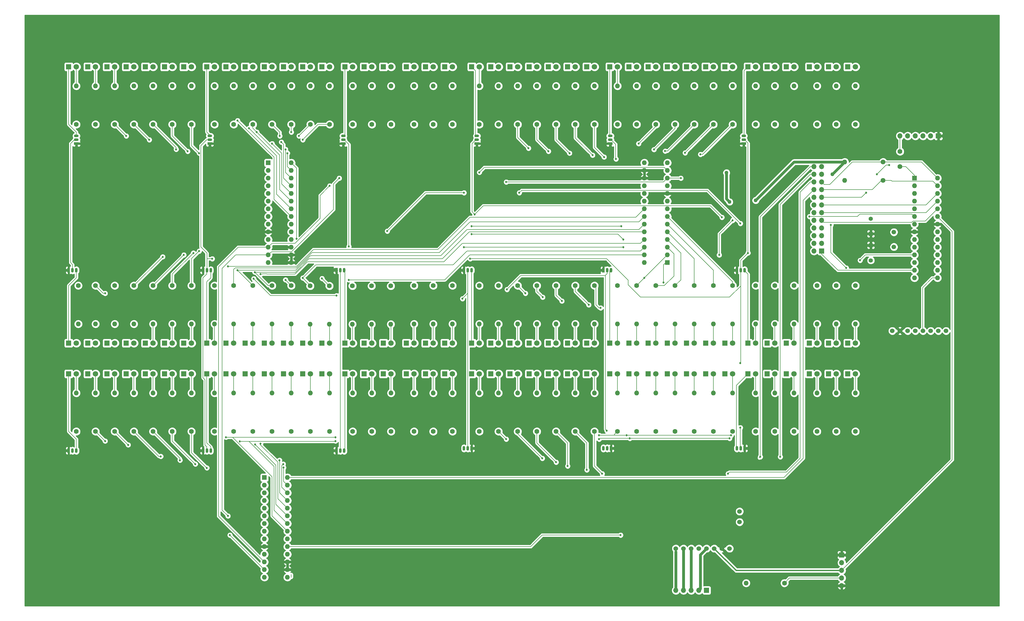
<source format=gbr>
G04 #@! TF.FileFunction,Copper,L1,Top,Mixed*
%FSLAX46Y46*%
G04 Gerber Fmt 4.6, Leading zero omitted, Abs format (unit mm)*
G04 Created by KiCad (PCBNEW 4.0.6) date 03/09/17 13:35:44*
%MOMM*%
%LPD*%
G01*
G04 APERTURE LIST*
%ADD10C,0.100000*%
%ADD11R,1.600000X1.600000*%
%ADD12O,1.600000X1.600000*%
%ADD13C,1.500000*%
%ADD14R,1.800000X1.800000*%
%ADD15C,1.800000*%
%ADD16O,1.501140X0.899160*%
%ADD17R,1.501140X0.899160*%
%ADD18O,0.899160X1.501140*%
%ADD19R,0.899160X1.501140*%
%ADD20R,1.400000X1.400000*%
%ADD21C,1.400000*%
%ADD22C,1.600000*%
%ADD23R,1.700000X1.700000*%
%ADD24O,1.700000X1.700000*%
%ADD25C,1.524000*%
%ADD26C,4.000500*%
%ADD27C,0.685800*%
%ADD28C,1.270000*%
%ADD29C,0.152400*%
%ADD30C,0.889000*%
%ADD31C,0.457200*%
%ADD32C,0.254000*%
G04 APERTURE END LIST*
D10*
D11*
X270510000Y-120650000D03*
D12*
X262890000Y-87630000D03*
X270510000Y-118110000D03*
X262890000Y-90170000D03*
X270510000Y-115570000D03*
X262890000Y-92710000D03*
X270510000Y-113030000D03*
X262890000Y-95250000D03*
X270510000Y-110490000D03*
X262890000Y-97790000D03*
X270510000Y-107950000D03*
X262890000Y-100330000D03*
X270510000Y-105410000D03*
X262890000Y-102870000D03*
X270510000Y-102870000D03*
X262890000Y-105410000D03*
X270510000Y-100330000D03*
X262890000Y-107950000D03*
X270510000Y-97790000D03*
X262890000Y-110490000D03*
X270510000Y-95250000D03*
X262890000Y-113030000D03*
X270510000Y-92710000D03*
X262890000Y-115570000D03*
X270510000Y-90170000D03*
X262890000Y-118110000D03*
X270510000Y-87630000D03*
X262890000Y-120650000D03*
D11*
X138430000Y-87630000D03*
D12*
X146050000Y-120650000D03*
X138430000Y-90170000D03*
X146050000Y-118110000D03*
X138430000Y-92710000D03*
X146050000Y-115570000D03*
X138430000Y-95250000D03*
X146050000Y-113030000D03*
X138430000Y-97790000D03*
X146050000Y-110490000D03*
X138430000Y-100330000D03*
X146050000Y-107950000D03*
X138430000Y-102870000D03*
X146050000Y-105410000D03*
X138430000Y-105410000D03*
X146050000Y-102870000D03*
X138430000Y-107950000D03*
X146050000Y-100330000D03*
X138430000Y-110490000D03*
X146050000Y-97790000D03*
X138430000Y-113030000D03*
X146050000Y-95250000D03*
X138430000Y-115570000D03*
X146050000Y-92710000D03*
X138430000Y-118110000D03*
X146050000Y-90170000D03*
X138430000Y-120650000D03*
X146050000Y-87630000D03*
D13*
X345440000Y-110580000D03*
X345440000Y-115460000D03*
D11*
X137160000Y-191770000D03*
D12*
X144780000Y-224790000D03*
X137160000Y-194310000D03*
X144780000Y-222250000D03*
X137160000Y-196850000D03*
X144780000Y-219710000D03*
X137160000Y-199390000D03*
X144780000Y-217170000D03*
X137160000Y-201930000D03*
X144780000Y-214630000D03*
X137160000Y-204470000D03*
X144780000Y-212090000D03*
X137160000Y-207010000D03*
X144780000Y-209550000D03*
X137160000Y-209550000D03*
X144780000Y-207010000D03*
X137160000Y-212090000D03*
X144780000Y-204470000D03*
X137160000Y-214630000D03*
X144780000Y-201930000D03*
X137160000Y-217170000D03*
X144780000Y-199390000D03*
X137160000Y-219710000D03*
X144780000Y-196850000D03*
X137160000Y-222250000D03*
X144780000Y-194310000D03*
X137160000Y-224790000D03*
X144780000Y-191770000D03*
D14*
X91440000Y-55880000D03*
D15*
X93980000Y-55880000D03*
D14*
X118110000Y-55880000D03*
D15*
X120650000Y-55880000D03*
D14*
X176530000Y-55880000D03*
D15*
X179070000Y-55880000D03*
D14*
X72390000Y-55880000D03*
D15*
X74930000Y-55880000D03*
D14*
X78740000Y-55880000D03*
D15*
X81280000Y-55880000D03*
D14*
X85090000Y-55880000D03*
D15*
X87630000Y-55880000D03*
D14*
X97790000Y-55880000D03*
D15*
X100330000Y-55880000D03*
D14*
X104140000Y-55880000D03*
D15*
X106680000Y-55880000D03*
D14*
X110490000Y-55880000D03*
D15*
X113030000Y-55880000D03*
D14*
X124460000Y-55880000D03*
D15*
X127000000Y-55880000D03*
D14*
X130810000Y-55880000D03*
D15*
X133350000Y-55880000D03*
D14*
X137160000Y-55880000D03*
D15*
X139700000Y-55880000D03*
D14*
X143510000Y-55880000D03*
D15*
X146050000Y-55880000D03*
D14*
X149860000Y-55880000D03*
D15*
X152400000Y-55880000D03*
D14*
X156210000Y-55880000D03*
D15*
X158750000Y-55880000D03*
D14*
X163830000Y-55880000D03*
D15*
X166370000Y-55880000D03*
D14*
X170180000Y-55880000D03*
D15*
X172720000Y-55880000D03*
D14*
X184150000Y-55880000D03*
D15*
X186690000Y-55880000D03*
D14*
X190500000Y-55880000D03*
D15*
X193040000Y-55880000D03*
D14*
X196850000Y-55880000D03*
D15*
X199390000Y-55880000D03*
D14*
X205740000Y-55880000D03*
D15*
X208280000Y-55880000D03*
D14*
X212090000Y-55880000D03*
D15*
X214630000Y-55880000D03*
D14*
X218440000Y-55880000D03*
D15*
X220980000Y-55880000D03*
D14*
X224790000Y-55880000D03*
D15*
X227330000Y-55880000D03*
D14*
X231140000Y-55880000D03*
D15*
X233680000Y-55880000D03*
D14*
X237490000Y-55880000D03*
D15*
X240030000Y-55880000D03*
D14*
X243840000Y-55880000D03*
D15*
X246380000Y-55880000D03*
D14*
X251460000Y-55880000D03*
D15*
X254000000Y-55880000D03*
D14*
X257810000Y-55880000D03*
D15*
X260350000Y-55880000D03*
D14*
X264160000Y-55880000D03*
D15*
X266700000Y-55880000D03*
D14*
X270510000Y-55880000D03*
D15*
X273050000Y-55880000D03*
D14*
X276860000Y-55880000D03*
D15*
X279400000Y-55880000D03*
D14*
X283210000Y-55880000D03*
D15*
X285750000Y-55880000D03*
D14*
X289560000Y-55880000D03*
D15*
X292100000Y-55880000D03*
D14*
X297180000Y-55880000D03*
D15*
X299720000Y-55880000D03*
D14*
X303530000Y-55880000D03*
D15*
X306070000Y-55880000D03*
D14*
X309880000Y-55880000D03*
D15*
X312420000Y-55880000D03*
D14*
X317500000Y-55880000D03*
D15*
X320040000Y-55880000D03*
D14*
X323850000Y-55880000D03*
D15*
X326390000Y-55880000D03*
D14*
X330200000Y-55880000D03*
D15*
X332740000Y-55880000D03*
D14*
X72390000Y-147320000D03*
D15*
X74930000Y-147320000D03*
D14*
X78740000Y-147320000D03*
D15*
X81280000Y-147320000D03*
D14*
X85090000Y-147320000D03*
D15*
X87630000Y-147320000D03*
D14*
X91440000Y-147320000D03*
D15*
X93980000Y-147320000D03*
D14*
X97790000Y-147320000D03*
D15*
X100330000Y-147320000D03*
D14*
X104140000Y-147320000D03*
D15*
X106680000Y-147320000D03*
D14*
X110490000Y-147320000D03*
D15*
X113030000Y-147320000D03*
D14*
X118110000Y-147320000D03*
D15*
X120650000Y-147320000D03*
D14*
X124460000Y-147320000D03*
D15*
X127000000Y-147320000D03*
D14*
X130810000Y-147320000D03*
D15*
X133350000Y-147320000D03*
D14*
X137160000Y-147320000D03*
D15*
X139700000Y-147320000D03*
D14*
X143510000Y-147320000D03*
D15*
X146050000Y-147320000D03*
D14*
X149860000Y-147320000D03*
D15*
X152400000Y-147320000D03*
D14*
X156210000Y-147320000D03*
D15*
X158750000Y-147320000D03*
D14*
X163830000Y-147320000D03*
D15*
X166370000Y-147320000D03*
D14*
X170180000Y-147320000D03*
D15*
X172720000Y-147320000D03*
D14*
X176530000Y-147320000D03*
D15*
X179070000Y-147320000D03*
D14*
X184150000Y-147320000D03*
D15*
X186690000Y-147320000D03*
D14*
X190500000Y-147320000D03*
D15*
X193040000Y-147320000D03*
D14*
X196850000Y-147320000D03*
D15*
X199390000Y-147320000D03*
D14*
X205740000Y-147320000D03*
D15*
X208280000Y-147320000D03*
D14*
X212090000Y-147320000D03*
D15*
X214630000Y-147320000D03*
D14*
X218440000Y-147320000D03*
D15*
X220980000Y-147320000D03*
D14*
X224790000Y-147320000D03*
D15*
X227330000Y-147320000D03*
D14*
X231140000Y-147320000D03*
D15*
X233680000Y-147320000D03*
D14*
X237490000Y-147320000D03*
D15*
X240030000Y-147320000D03*
D14*
X243840000Y-147320000D03*
D15*
X246380000Y-147320000D03*
D14*
X251460000Y-147320000D03*
D15*
X254000000Y-147320000D03*
D14*
X257810000Y-147320000D03*
D15*
X260350000Y-147320000D03*
D14*
X264160000Y-147320000D03*
D15*
X266700000Y-147320000D03*
D14*
X270510000Y-147320000D03*
D15*
X273050000Y-147320000D03*
D14*
X276860000Y-147320000D03*
D15*
X279400000Y-147320000D03*
D14*
X283210000Y-147320000D03*
D15*
X285750000Y-147320000D03*
D14*
X289560000Y-147320000D03*
D15*
X292100000Y-147320000D03*
D14*
X297180000Y-147320000D03*
D15*
X299720000Y-147320000D03*
D14*
X303530000Y-147320000D03*
D15*
X306070000Y-147320000D03*
D14*
X309880000Y-147320000D03*
D15*
X312420000Y-147320000D03*
D14*
X317500000Y-147320000D03*
D15*
X320040000Y-147320000D03*
D14*
X323850000Y-147320000D03*
D15*
X326390000Y-147320000D03*
D14*
X330200000Y-147320000D03*
D15*
X332740000Y-147320000D03*
D14*
X72390000Y-157480000D03*
D15*
X74930000Y-157480000D03*
D14*
X78740000Y-157480000D03*
D15*
X81280000Y-157480000D03*
D14*
X85090000Y-157480000D03*
D15*
X87630000Y-157480000D03*
D14*
X91440000Y-157480000D03*
D15*
X93980000Y-157480000D03*
D14*
X97790000Y-157480000D03*
D15*
X100330000Y-157480000D03*
D14*
X104140000Y-157480000D03*
D15*
X106680000Y-157480000D03*
D14*
X110490000Y-157480000D03*
D15*
X113030000Y-157480000D03*
D14*
X118110000Y-157480000D03*
D15*
X120650000Y-157480000D03*
D14*
X124460000Y-157480000D03*
D15*
X127000000Y-157480000D03*
D14*
X130810000Y-157480000D03*
D15*
X133350000Y-157480000D03*
D14*
X137160000Y-157480000D03*
D15*
X139700000Y-157480000D03*
D14*
X143510000Y-157480000D03*
D15*
X146050000Y-157480000D03*
D14*
X149860000Y-157480000D03*
D15*
X152400000Y-157480000D03*
D14*
X156210000Y-157480000D03*
D15*
X158750000Y-157480000D03*
D14*
X163830000Y-157480000D03*
D15*
X166370000Y-157480000D03*
D14*
X170180000Y-157480000D03*
D15*
X172720000Y-157480000D03*
D14*
X176530000Y-157480000D03*
D15*
X179070000Y-157480000D03*
D14*
X184150000Y-157480000D03*
D15*
X186690000Y-157480000D03*
D14*
X190500000Y-157480000D03*
D15*
X193040000Y-157480000D03*
D14*
X196850000Y-157480000D03*
D15*
X199390000Y-157480000D03*
D14*
X205740000Y-157480000D03*
D15*
X208280000Y-157480000D03*
D14*
X212090000Y-157480000D03*
D15*
X214630000Y-157480000D03*
D14*
X218440000Y-157480000D03*
D15*
X220980000Y-157480000D03*
D14*
X224790000Y-157480000D03*
D15*
X227330000Y-157480000D03*
D14*
X231140000Y-157480000D03*
D15*
X233680000Y-157480000D03*
D14*
X237490000Y-157480000D03*
D15*
X240030000Y-157480000D03*
D14*
X243840000Y-157480000D03*
D15*
X246380000Y-157480000D03*
D14*
X251460000Y-157480000D03*
D15*
X254000000Y-157480000D03*
D14*
X257810000Y-157480000D03*
D15*
X260350000Y-157480000D03*
D14*
X264160000Y-157480000D03*
D15*
X266700000Y-157480000D03*
D14*
X270510000Y-157480000D03*
D15*
X273050000Y-157480000D03*
D14*
X276860000Y-157480000D03*
D15*
X279400000Y-157480000D03*
D14*
X283210000Y-157480000D03*
D15*
X285750000Y-157480000D03*
D14*
X289560000Y-157480000D03*
D15*
X292100000Y-157480000D03*
D14*
X297180000Y-157480000D03*
D15*
X299720000Y-157480000D03*
D14*
X303530000Y-157480000D03*
D15*
X306070000Y-157480000D03*
D14*
X309880000Y-157480000D03*
D15*
X312420000Y-157480000D03*
D14*
X317500000Y-157480000D03*
D15*
X320040000Y-157480000D03*
D14*
X323850000Y-157480000D03*
D15*
X326390000Y-157480000D03*
D14*
X330200000Y-157480000D03*
D15*
X332740000Y-157480000D03*
D16*
X163257636Y-80010000D03*
X163257636Y-78740000D03*
D17*
X163257636Y-81280000D03*
D16*
X74930000Y-80010000D03*
X74930000Y-78740000D03*
D17*
X74930000Y-81280000D03*
D16*
X119093818Y-80010000D03*
X119093818Y-78740000D03*
D17*
X119093818Y-81280000D03*
D16*
X295749090Y-80010000D03*
X295749090Y-78740000D03*
D17*
X295749090Y-81280000D03*
D16*
X207421454Y-80010000D03*
X207421454Y-78740000D03*
D17*
X207421454Y-81280000D03*
D16*
X251585272Y-80010000D03*
X251585272Y-78740000D03*
D17*
X251585272Y-81280000D03*
D18*
X162283779Y-123190000D03*
X163553779Y-123190000D03*
D19*
X161013779Y-123190000D03*
D18*
X73660000Y-123190000D03*
X74930000Y-123190000D03*
D19*
X72390000Y-123190000D03*
D18*
X118119961Y-123190000D03*
X119389961Y-123190000D03*
D19*
X116849961Y-123190000D03*
D18*
X294775233Y-123190000D03*
X296045233Y-123190000D03*
D19*
X293505233Y-123190000D03*
D18*
X204470000Y-123190000D03*
X205740000Y-123190000D03*
D19*
X203200000Y-123190000D03*
D18*
X250611415Y-123190000D03*
X251881415Y-123190000D03*
D19*
X249341415Y-123190000D03*
D18*
X162283779Y-182880000D03*
X163553779Y-182880000D03*
D19*
X161013779Y-182880000D03*
D18*
X73660000Y-182880000D03*
X74930000Y-182880000D03*
D19*
X72390000Y-182880000D03*
D18*
X118119961Y-182880000D03*
X119389961Y-182880000D03*
D19*
X116849961Y-182880000D03*
D18*
X294775233Y-182118000D03*
X293505233Y-182118000D03*
D19*
X296045233Y-182118000D03*
D18*
X204470000Y-182118000D03*
X203200000Y-182118000D03*
D19*
X205740000Y-182118000D03*
D20*
X337820000Y-111125000D03*
D21*
X337820000Y-106125000D03*
D20*
X337820000Y-114935000D03*
D21*
X337820000Y-119935000D03*
D18*
X250611415Y-182118000D03*
X249341415Y-182118000D03*
D19*
X251881415Y-182118000D03*
D11*
X352241667Y-92710000D03*
D12*
X359861667Y-125730000D03*
X352241667Y-95250000D03*
X359861667Y-123190000D03*
X352241667Y-97790000D03*
X359861667Y-120650000D03*
X352241667Y-100330000D03*
X359861667Y-118110000D03*
X352241667Y-102870000D03*
X359861667Y-115570000D03*
X352241667Y-105410000D03*
X359861667Y-113030000D03*
X352241667Y-107950000D03*
X359861667Y-110490000D03*
X352241667Y-110490000D03*
X359861667Y-107950000D03*
X352241667Y-113030000D03*
X359861667Y-105410000D03*
X352241667Y-115570000D03*
X359861667Y-102870000D03*
X352241667Y-118110000D03*
X359861667Y-100330000D03*
X352241667Y-120650000D03*
X359861667Y-97790000D03*
X352241667Y-123190000D03*
X359861667Y-95250000D03*
X352241667Y-125730000D03*
X359861667Y-92710000D03*
D22*
X347472000Y-88900000D03*
X347472000Y-83900000D03*
D23*
X360172000Y-78740000D03*
D24*
X357632000Y-78740000D03*
X355092000Y-78740000D03*
X352552000Y-78740000D03*
X350012000Y-78740000D03*
X347472000Y-78740000D03*
D25*
X362712000Y-143256000D03*
X360172000Y-143256000D03*
X357632000Y-143256000D03*
X355092000Y-143256000D03*
X352552000Y-143256000D03*
X350012000Y-143256000D03*
X347472000Y-143256000D03*
X344932000Y-143256000D03*
D23*
X328168000Y-217424000D03*
D24*
X328168000Y-219964000D03*
X328168000Y-222504000D03*
X328168000Y-225044000D03*
X328168000Y-227584000D03*
D25*
X273304000Y-215265000D03*
X275844000Y-215265000D03*
X278384000Y-215265000D03*
X280924000Y-215265000D03*
X283464000Y-215265000D03*
X286004000Y-215265000D03*
X288544000Y-215265000D03*
X291084000Y-215265000D03*
X294386000Y-206502000D03*
X294386000Y-203002000D03*
D23*
X283464000Y-229108000D03*
D24*
X280924000Y-229108000D03*
X278384000Y-229108000D03*
X275844000Y-229108000D03*
X273304000Y-229108000D03*
D23*
X321564000Y-116840000D03*
D24*
X319024000Y-116840000D03*
X321564000Y-114300000D03*
X319024000Y-114300000D03*
X321564000Y-111760000D03*
X319024000Y-111760000D03*
X321564000Y-109220000D03*
X319024000Y-109220000D03*
X321564000Y-106680000D03*
X319024000Y-106680000D03*
X321564000Y-104140000D03*
X319024000Y-104140000D03*
X321564000Y-101600000D03*
X319024000Y-101600000D03*
X321564000Y-99060000D03*
X319024000Y-99060000D03*
X321564000Y-96520000D03*
X319024000Y-96520000D03*
X321564000Y-93980000D03*
X319024000Y-93980000D03*
X321564000Y-91440000D03*
X319024000Y-91440000D03*
X321564000Y-88900000D03*
X319024000Y-88900000D03*
D22*
X309245000Y-226695000D03*
D12*
X296545000Y-226695000D03*
D22*
X341884000Y-87376000D03*
D12*
X329184000Y-87376000D03*
D22*
X341884000Y-93472000D03*
D12*
X329184000Y-93472000D03*
D22*
X74930000Y-74930000D03*
D12*
X74930000Y-62230000D03*
D22*
X81280000Y-74930000D03*
D12*
X81280000Y-62230000D03*
D22*
X87630000Y-74930000D03*
D12*
X87630000Y-62230000D03*
D22*
X93980000Y-74930000D03*
D12*
X93980000Y-62230000D03*
D22*
X100330000Y-74930000D03*
D12*
X100330000Y-62230000D03*
D22*
X106680000Y-74930000D03*
D12*
X106680000Y-62230000D03*
D22*
X113030000Y-74930000D03*
D12*
X113030000Y-62230000D03*
D22*
X120650000Y-74930000D03*
D12*
X120650000Y-62230000D03*
D22*
X127000000Y-74930000D03*
D12*
X127000000Y-62230000D03*
D22*
X133350000Y-74930000D03*
D12*
X133350000Y-62230000D03*
D22*
X139700000Y-74930000D03*
D12*
X139700000Y-62230000D03*
D22*
X146050000Y-74930000D03*
D12*
X146050000Y-62230000D03*
D22*
X152400000Y-74930000D03*
D12*
X152400000Y-62230000D03*
D22*
X158750000Y-74930000D03*
D12*
X158750000Y-62230000D03*
D22*
X166370000Y-74930000D03*
D12*
X166370000Y-62230000D03*
D22*
X172720000Y-74930000D03*
D12*
X172720000Y-62230000D03*
D22*
X179070000Y-74930000D03*
D12*
X179070000Y-62230000D03*
D22*
X186690000Y-74930000D03*
D12*
X186690000Y-62230000D03*
D22*
X193040000Y-74930000D03*
D12*
X193040000Y-62230000D03*
D22*
X199390000Y-74930000D03*
D12*
X199390000Y-62230000D03*
D22*
X208280000Y-74930000D03*
D12*
X208280000Y-62230000D03*
D22*
X214630000Y-74930000D03*
D12*
X214630000Y-62230000D03*
D22*
X220980000Y-74930000D03*
D12*
X220980000Y-62230000D03*
D22*
X227330000Y-74930000D03*
D12*
X227330000Y-62230000D03*
D22*
X233680000Y-74930000D03*
D12*
X233680000Y-62230000D03*
D22*
X240030000Y-74930000D03*
D12*
X240030000Y-62230000D03*
D22*
X246380000Y-74930000D03*
D12*
X246380000Y-62230000D03*
D22*
X254000000Y-74930000D03*
D12*
X254000000Y-62230000D03*
D22*
X260350000Y-74930000D03*
D12*
X260350000Y-62230000D03*
D22*
X266700000Y-74930000D03*
D12*
X266700000Y-62230000D03*
D22*
X273050000Y-74930000D03*
D12*
X273050000Y-62230000D03*
D22*
X279400000Y-74930000D03*
D12*
X279400000Y-62230000D03*
D22*
X285750000Y-74930000D03*
D12*
X285750000Y-62230000D03*
D22*
X292100000Y-74930000D03*
D12*
X292100000Y-62230000D03*
D22*
X299720000Y-74930000D03*
D12*
X299720000Y-62230000D03*
D22*
X306070000Y-74930000D03*
D12*
X306070000Y-62230000D03*
D22*
X312420000Y-74930000D03*
D12*
X312420000Y-62230000D03*
D22*
X320040000Y-74930000D03*
D12*
X320040000Y-62230000D03*
D22*
X326390000Y-74930000D03*
D12*
X326390000Y-62230000D03*
D22*
X332740000Y-74930000D03*
D12*
X332740000Y-62230000D03*
D22*
X75565000Y-128270000D03*
D12*
X75565000Y-140970000D03*
D22*
X81280000Y-128270000D03*
D12*
X81280000Y-140970000D03*
D22*
X87630000Y-128270000D03*
D12*
X87630000Y-140970000D03*
D22*
X93980000Y-128270000D03*
D12*
X93980000Y-140970000D03*
D22*
X100330000Y-128270000D03*
D12*
X100330000Y-140970000D03*
D22*
X106680000Y-128270000D03*
D12*
X106680000Y-140970000D03*
D22*
X113030000Y-128270000D03*
D12*
X113030000Y-140970000D03*
D22*
X120650000Y-128270000D03*
D12*
X120650000Y-140970000D03*
D22*
X127000000Y-128270000D03*
D12*
X127000000Y-140970000D03*
D22*
X133350000Y-128270000D03*
D12*
X133350000Y-140970000D03*
D22*
X139700000Y-128270000D03*
D12*
X139700000Y-140970000D03*
D22*
X146050000Y-128270000D03*
D12*
X146050000Y-140970000D03*
D22*
X152311100Y-128358900D03*
D12*
X152311100Y-141058900D03*
D22*
X158661100Y-128358900D03*
D12*
X158661100Y-141058900D03*
D22*
X166281100Y-128358900D03*
D12*
X166281100Y-141058900D03*
D22*
X172631100Y-128358900D03*
D12*
X172631100Y-141058900D03*
D22*
X178981100Y-128358900D03*
D12*
X178981100Y-141058900D03*
D22*
X186690000Y-128270000D03*
D12*
X186690000Y-140970000D03*
D22*
X193040000Y-128270000D03*
D12*
X193040000Y-140970000D03*
D22*
X199390000Y-128270000D03*
D12*
X199390000Y-140970000D03*
D22*
X208280000Y-128270000D03*
D12*
X208280000Y-140970000D03*
D22*
X214630000Y-128270000D03*
D12*
X214630000Y-140970000D03*
D22*
X220980000Y-128270000D03*
D12*
X220980000Y-140970000D03*
D22*
X227330000Y-128270000D03*
D12*
X227330000Y-140970000D03*
D22*
X233680000Y-128270000D03*
D12*
X233680000Y-140970000D03*
D22*
X240030000Y-128270000D03*
D12*
X240030000Y-140970000D03*
D22*
X246380000Y-128270000D03*
D12*
X246380000Y-140970000D03*
D22*
X254000000Y-128270000D03*
D12*
X254000000Y-140970000D03*
D22*
X260350000Y-128270000D03*
D12*
X260350000Y-140970000D03*
D22*
X266700000Y-128270000D03*
D12*
X266700000Y-140970000D03*
D22*
X273050000Y-128270000D03*
D12*
X273050000Y-140970000D03*
D22*
X279400000Y-128270000D03*
D12*
X279400000Y-140970000D03*
D22*
X285750000Y-128270000D03*
D12*
X285750000Y-140970000D03*
D22*
X292100000Y-128270000D03*
D12*
X292100000Y-140970000D03*
D22*
X299720000Y-128270000D03*
D12*
X299720000Y-140970000D03*
D22*
X306070000Y-128270000D03*
D12*
X306070000Y-140970000D03*
D22*
X312420000Y-128270000D03*
D12*
X312420000Y-140970000D03*
D22*
X320040000Y-128270000D03*
D12*
X320040000Y-140970000D03*
D22*
X326390000Y-128270000D03*
D12*
X326390000Y-140970000D03*
D22*
X332740000Y-128270000D03*
D12*
X332740000Y-140970000D03*
D22*
X74930000Y-176530000D03*
D12*
X74930000Y-163830000D03*
D22*
X81280000Y-176530000D03*
D12*
X81280000Y-163830000D03*
D22*
X87630000Y-176530000D03*
D12*
X87630000Y-163830000D03*
D22*
X93980000Y-176530000D03*
D12*
X93980000Y-163830000D03*
D22*
X100330000Y-176530000D03*
D12*
X100330000Y-163830000D03*
D22*
X106680000Y-176530000D03*
D12*
X106680000Y-163830000D03*
D22*
X113030000Y-176530000D03*
D12*
X113030000Y-163830000D03*
D22*
X120650000Y-176530000D03*
D12*
X120650000Y-163830000D03*
D22*
X127000000Y-176530000D03*
D12*
X127000000Y-163830000D03*
D22*
X133350000Y-176530000D03*
D12*
X133350000Y-163830000D03*
D22*
X139700000Y-176530000D03*
D12*
X139700000Y-163830000D03*
D22*
X146050000Y-176530000D03*
D12*
X146050000Y-163830000D03*
D22*
X152400000Y-176530000D03*
D12*
X152400000Y-163830000D03*
D22*
X158750000Y-176530000D03*
D12*
X158750000Y-163830000D03*
D22*
X166370000Y-176530000D03*
D12*
X166370000Y-163830000D03*
D22*
X172720000Y-176530000D03*
D12*
X172720000Y-163830000D03*
D22*
X179070000Y-176530000D03*
D12*
X179070000Y-163830000D03*
D22*
X186690000Y-176530000D03*
D12*
X186690000Y-163830000D03*
D22*
X193040000Y-176530000D03*
D12*
X193040000Y-163830000D03*
D22*
X199390000Y-176530000D03*
D12*
X199390000Y-163830000D03*
D22*
X208280000Y-176530000D03*
D12*
X208280000Y-163830000D03*
D22*
X214630000Y-176530000D03*
D12*
X214630000Y-163830000D03*
D22*
X220980000Y-176530000D03*
D12*
X220980000Y-163830000D03*
D22*
X227330000Y-176530000D03*
D12*
X227330000Y-163830000D03*
D22*
X233680000Y-176530000D03*
D12*
X233680000Y-163830000D03*
D22*
X240030000Y-176530000D03*
D12*
X240030000Y-163830000D03*
D22*
X246380000Y-176530000D03*
D12*
X246380000Y-163830000D03*
D22*
X254000000Y-176530000D03*
D12*
X254000000Y-163830000D03*
D22*
X260350000Y-176530000D03*
D12*
X260350000Y-163830000D03*
D22*
X266700000Y-176530000D03*
D12*
X266700000Y-163830000D03*
D22*
X273050000Y-176530000D03*
D12*
X273050000Y-163830000D03*
D22*
X279400000Y-176530000D03*
D12*
X279400000Y-163830000D03*
D22*
X285750000Y-176530000D03*
D12*
X285750000Y-163830000D03*
D22*
X292100000Y-176530000D03*
D12*
X292100000Y-163830000D03*
D22*
X299720000Y-176530000D03*
D12*
X299720000Y-163830000D03*
D22*
X306070000Y-176530000D03*
D12*
X306070000Y-163830000D03*
D22*
X312420000Y-176530000D03*
D12*
X312420000Y-163830000D03*
D22*
X320040000Y-176530000D03*
D12*
X320040000Y-163830000D03*
D22*
X326390000Y-176530000D03*
D12*
X326390000Y-163830000D03*
D22*
X332740000Y-176530000D03*
D12*
X332740000Y-163830000D03*
D26*
X75692000Y-44958000D03*
D27*
X294640000Y-175260000D03*
X294640000Y-153924000D03*
X205232000Y-119380000D03*
X297180000Y-117475000D03*
X165100000Y-115316000D03*
D28*
X154940000Y-122936000D03*
X291592000Y-187452000D03*
X291592000Y-194056000D03*
X293116000Y-115316000D03*
X312420000Y-116332000D03*
X329184000Y-118872000D03*
X251460000Y-87376000D03*
D27*
X202692000Y-132588000D03*
X288543998Y-105664000D03*
X317500014Y-105410000D03*
X206756000Y-104711510D03*
X217424000Y-129540000D03*
X161036000Y-131572000D03*
X133604000Y-125984000D03*
X119888000Y-119380000D03*
X250444000Y-176276000D03*
X334264000Y-119888000D03*
X253492000Y-86360000D03*
X128270000Y-73660000D03*
X132080000Y-76200000D03*
X134620014Y-77470000D03*
X91440000Y-78740000D03*
X139700000Y-81280010D03*
X99060000Y-80010000D03*
X142240000Y-78740000D03*
X142748000Y-80772000D03*
X107950000Y-83185000D03*
X146050000Y-77470000D03*
X144145000Y-83185000D03*
X148590000Y-78740000D03*
X111760000Y-83820000D03*
X144780000Y-84455000D03*
X115570000Y-84455000D03*
X149860000Y-80010000D03*
X224536000Y-82804000D03*
X260985000Y-81280000D03*
X266064998Y-83248490D03*
X231140000Y-83819990D03*
X269748000Y-83756490D03*
X238125000Y-84455000D03*
X276351998Y-84328000D03*
X245745000Y-85090000D03*
X281432000Y-84836000D03*
X249555000Y-85725000D03*
X125095000Y-121920000D03*
X84455000Y-130810000D03*
X128270000Y-123190000D03*
X103505000Y-118745000D03*
X133985000Y-123825000D03*
X135890000Y-124460000D03*
X144145004Y-126365000D03*
X110490000Y-118110000D03*
X113665000Y-117475000D03*
X149860000Y-125730000D03*
X156210000Y-125907800D03*
X165100000Y-126365000D03*
X115570000Y-116840000D03*
X269240000Y-127241399D03*
X262890000Y-125730000D03*
X223520000Y-130810000D03*
X229235000Y-132080000D03*
X235585000Y-133350000D03*
X244475000Y-134620000D03*
X248412000Y-135636000D03*
X124460004Y-178435000D03*
X160655000Y-178435000D03*
X84455000Y-179705000D03*
X160655000Y-179705000D03*
X129032000Y-179832000D03*
X92075000Y-180975000D03*
X134112000Y-180848000D03*
X135890000Y-180594000D03*
X102870000Y-184785000D03*
X142136085Y-186055000D03*
X109220000Y-186055000D03*
X143383000Y-187325000D03*
X114300000Y-187325000D03*
X143510000Y-188468000D03*
X118110000Y-188595000D03*
X247904000Y-177800000D03*
X291592000Y-177800000D03*
X257048000Y-177800000D03*
X247904000Y-179070000D03*
X217170000Y-179070000D03*
X258064000Y-178816000D03*
X291084000Y-178816000D03*
X229108000Y-185420000D03*
X233680000Y-186690000D03*
X237490000Y-187960000D03*
X243840000Y-189230000D03*
X248920000Y-190500000D03*
D28*
X290068000Y-90932000D03*
X291084000Y-100584000D03*
X299720000Y-100076000D03*
X325120000Y-91440000D03*
D27*
X158750000Y-95250000D03*
X217170000Y-93980000D03*
X274955000Y-92710000D03*
X125095000Y-204470000D03*
X125730000Y-210820000D03*
X161925000Y-92710000D03*
X208280000Y-90805000D03*
X343916000Y-88392000D03*
X339852000Y-91440000D03*
X336296000Y-97536000D03*
X324612000Y-108204000D03*
X329692000Y-122428000D03*
X294640000Y-107696000D03*
X221488000Y-97536000D03*
X203200000Y-97536000D03*
X177800000Y-110236000D03*
X205740000Y-108585000D03*
X255270000Y-108585000D03*
X255905000Y-113030000D03*
X205740000Y-111252000D03*
X147828000Y-112776000D03*
X203200000Y-115570000D03*
X255905000Y-115570000D03*
X292100000Y-106680000D03*
X287655000Y-118110000D03*
X255016000Y-210820000D03*
X301244000Y-184912000D03*
X307848000Y-184912000D03*
X290576000Y-190500000D03*
D29*
X146050000Y-224790000D02*
X146050000Y-223837600D01*
X72390000Y-55880000D02*
X72390000Y-74930000D01*
X72390000Y-74930000D02*
X74930000Y-77470000D01*
X74930000Y-77470000D02*
X74930000Y-78740000D01*
X74930000Y-55880000D02*
X74930000Y-62230000D01*
X81280000Y-62230000D02*
X81280000Y-55880000D01*
X87630000Y-55880000D02*
X87630000Y-62230000D01*
X119093818Y-78740000D02*
X119380000Y-78740000D01*
X119380000Y-78740000D02*
X118110000Y-77470000D01*
X118110000Y-77470000D02*
X118110000Y-55880000D01*
X163830000Y-55880000D02*
X163830000Y-78740000D01*
X163830000Y-78740000D02*
X163257636Y-78740000D01*
X205740000Y-55880000D02*
X207010000Y-57150000D01*
X207010000Y-57150000D02*
X207010000Y-78740000D01*
X207010000Y-78740000D02*
X207421454Y-78740000D01*
X208280000Y-55880000D02*
X208280000Y-62230000D01*
X251460000Y-55880000D02*
X251460000Y-78740000D01*
X251460000Y-78740000D02*
X251585272Y-78740000D01*
X254000000Y-55880000D02*
X254000000Y-62230000D01*
X297180000Y-55880000D02*
X295910000Y-57150000D01*
X295910000Y-57150000D02*
X295910000Y-78740000D01*
X295910000Y-78740000D02*
X295749090Y-78740000D01*
X72390000Y-147320000D02*
X72390000Y-128270000D01*
X72390000Y-128270000D02*
X74930000Y-125730000D01*
X74930000Y-125730000D02*
X74930000Y-123190000D01*
X100330000Y-140970000D02*
X100330000Y-147320000D01*
X106680000Y-140970000D02*
X106680000Y-147320000D01*
X113030000Y-140970000D02*
X113030000Y-147320000D01*
X118110000Y-147320000D02*
X118110000Y-127000000D01*
X118110000Y-127000000D02*
X119389961Y-125720039D01*
X119389961Y-125720039D02*
X119389961Y-123190000D01*
X120650000Y-147320000D02*
X120650000Y-140970000D01*
X127000000Y-147320000D02*
X127000000Y-140970000D01*
X133350000Y-147320000D02*
X133350000Y-140970000D01*
X139700000Y-140970000D02*
X139700000Y-147320000D01*
X146050000Y-147320000D02*
X146050000Y-140970000D01*
X152400000Y-147320000D02*
X152400000Y-140970000D01*
X152400000Y-140970000D02*
X152311100Y-141058900D01*
X158661100Y-141058900D02*
X158750000Y-140970000D01*
X158750000Y-140970000D02*
X158750000Y-147320000D01*
X163830000Y-147320000D02*
X163830000Y-123190000D01*
X163830000Y-123190000D02*
X163553779Y-123190000D01*
X166281100Y-141058900D02*
X166370000Y-140970000D01*
X166370000Y-140970000D02*
X166370000Y-147320000D01*
X172631100Y-141058900D02*
X172720000Y-140970000D01*
X172720000Y-140970000D02*
X172720000Y-147320000D01*
X178981100Y-141058900D02*
X179070000Y-140970000D01*
X179070000Y-140970000D02*
X179070000Y-147320000D01*
X186690000Y-140970000D02*
X186690000Y-147320000D01*
X193040000Y-140970000D02*
X193040000Y-147320000D01*
X199390000Y-147320000D02*
X199390000Y-140970000D01*
X205740000Y-147320000D02*
X205740000Y-123190000D01*
X208280000Y-147320000D02*
X208280000Y-140970000D01*
X214630000Y-140970000D02*
X214630000Y-147320000D01*
X220980000Y-147320000D02*
X220980000Y-140970000D01*
X227330000Y-147320000D02*
X227330000Y-140970000D01*
X233680000Y-147320000D02*
X233680000Y-140970000D01*
X240030000Y-147320000D02*
X240030000Y-140970000D01*
X246380000Y-147320000D02*
X246380000Y-140970000D01*
X251460000Y-147320000D02*
X251460000Y-123190000D01*
X251460000Y-123190000D02*
X251881415Y-123190000D01*
X254000000Y-140970000D02*
X254000000Y-147320000D01*
X260350000Y-147320000D02*
X260350000Y-140970000D01*
X266700000Y-140970000D02*
X266700000Y-147320000D01*
X273050000Y-140970000D02*
X273050000Y-147320000D01*
X279400000Y-140970000D02*
X279400000Y-147320000D01*
X285750000Y-147320000D02*
X285750000Y-140970000D01*
X292100000Y-140970000D02*
X292100000Y-147320000D01*
X296045233Y-123190000D02*
X295910000Y-123190000D01*
X295910000Y-123190000D02*
X297180000Y-124460000D01*
X297180000Y-124460000D02*
X297180000Y-147320000D01*
X299720000Y-140970000D02*
X299720000Y-147320000D01*
X306070000Y-147320000D02*
X306070000Y-140970000D01*
X312420000Y-147320000D02*
X312420000Y-140970000D01*
X320040000Y-140970000D02*
X320040000Y-147320000D01*
X326390000Y-140970000D02*
X326390000Y-147320000D01*
X332740000Y-147320000D02*
X332740000Y-140970000D01*
X72390000Y-157480000D02*
X72390000Y-176530000D01*
X72390000Y-176530000D02*
X74930000Y-179070000D01*
X74930000Y-179070000D02*
X74930000Y-182880000D01*
X74930000Y-163830000D02*
X74930000Y-157480000D01*
X81280000Y-157480000D02*
X81280000Y-163830000D01*
X87630000Y-157480000D02*
X87630000Y-163830000D01*
X93980000Y-157480000D02*
X93980000Y-163830000D01*
X100330000Y-157480000D02*
X100330000Y-163830000D01*
X106680000Y-157480000D02*
X106680000Y-163830000D01*
X113030000Y-157480000D02*
X113030000Y-163830000D01*
X118110000Y-157480000D02*
X118110000Y-180340000D01*
X118110000Y-180340000D02*
X119389961Y-181619961D01*
X119389961Y-181619961D02*
X119389961Y-182880000D01*
X120650000Y-157480000D02*
X120650000Y-163830000D01*
X127000000Y-157480000D02*
X127000000Y-163830000D01*
X133350000Y-163830000D02*
X133350000Y-157480000D01*
X139700000Y-163830000D02*
X139700000Y-157480000D01*
X146050000Y-163830000D02*
X146050000Y-157480000D01*
X152400000Y-163830000D02*
X152400000Y-157480000D01*
X158750000Y-163830000D02*
X158750000Y-157480000D01*
X163830000Y-157480000D02*
X163830000Y-182880000D01*
X163830000Y-182880000D02*
X163553779Y-182880000D01*
X166370000Y-157480000D02*
X166370000Y-163830000D01*
X172720000Y-157480000D02*
X172720000Y-163830000D01*
X179070000Y-163830000D02*
X179070000Y-157480000D01*
X186690000Y-157480000D02*
X186690000Y-163830000D01*
X193040000Y-157480000D02*
X193040000Y-163830000D01*
X199390000Y-163830000D02*
X199390000Y-157480000D01*
X205177597Y-158042403D02*
X205740000Y-157480000D01*
X208280000Y-157480000D02*
X208280000Y-163830000D01*
X214630000Y-163830000D02*
X214630000Y-157480000D01*
X220980000Y-163830000D02*
X220980000Y-157480000D01*
X227330000Y-163830000D02*
X227330000Y-157480000D01*
X233680000Y-163830000D02*
X233680000Y-157480000D01*
X240030000Y-157480000D02*
X240030000Y-163830000D01*
X246380000Y-163830000D02*
X246380000Y-157480000D01*
X251460000Y-157480000D02*
X250952000Y-157988000D01*
X254000000Y-163830000D02*
X254000000Y-157480000D01*
X260350000Y-163830000D02*
X260350000Y-157480000D01*
X266700000Y-163830000D02*
X266700000Y-157480000D01*
X273050000Y-157480000D02*
X273050000Y-163830000D01*
X279400000Y-157480000D02*
X279400000Y-163830000D01*
X285750000Y-163830000D02*
X285750000Y-157480000D01*
X292100000Y-157480000D02*
X292100000Y-163830000D01*
X297180000Y-157480000D02*
X293370000Y-161290000D01*
X293370000Y-161290000D02*
X293370000Y-181610000D01*
X293370000Y-181610000D02*
X293505233Y-182118000D01*
X299720000Y-163830000D02*
X299720000Y-157480000D01*
X306070000Y-157480000D02*
X306070000Y-163830000D01*
X312420000Y-157480000D02*
X312420000Y-163830000D01*
X320040000Y-157480000D02*
X320040000Y-163830000D01*
X326390000Y-157480000D02*
X326390000Y-163830000D01*
X332740000Y-157480000D02*
X332740000Y-163830000D01*
X294640000Y-175260000D02*
X294640000Y-181982767D01*
X294640000Y-181982767D02*
X294775233Y-182118000D01*
X294775233Y-128388767D02*
X294775233Y-153788767D01*
X294775233Y-153788767D02*
X294640000Y-153924000D01*
X205232000Y-119380000D02*
X250444000Y-119380000D01*
X250444000Y-119380000D02*
X257556000Y-126492000D01*
X257556000Y-126492000D02*
X257556000Y-128016000D01*
X257556000Y-128016000D02*
X261620000Y-132080000D01*
X261620000Y-132080000D02*
X291084000Y-132080000D01*
X291084000Y-132080000D02*
X294775233Y-128388767D01*
X294775233Y-128388767D02*
X294775233Y-124092970D01*
X294775233Y-124092970D02*
X294775233Y-123190000D01*
X162283779Y-123190000D02*
X162283779Y-161818551D01*
X162283779Y-161818551D02*
X162283779Y-182880000D01*
X165100000Y-115316000D02*
X165100000Y-81551374D01*
X163257636Y-80010000D02*
X162956646Y-80010000D01*
X163257636Y-80010000D02*
X163558626Y-80010000D01*
X163558626Y-80010000D02*
X165100000Y-81551374D01*
X297180000Y-117475000D02*
X294775233Y-119879767D01*
X294775233Y-119879767D02*
X294775233Y-123190000D01*
X297180000Y-81139920D02*
X297180000Y-117475000D01*
X295749090Y-80010000D02*
X296050080Y-80010000D01*
X296050080Y-80010000D02*
X297180000Y-81139920D01*
D30*
X154940000Y-122936000D02*
X160759779Y-122936000D01*
X160759779Y-122936000D02*
X161013779Y-123190000D01*
X291592000Y-187452000D02*
X290068000Y-187452000D01*
X288544000Y-215265000D02*
X288544000Y-197104000D01*
X288544000Y-197104000D02*
X291592000Y-194056000D01*
X313054999Y-115697001D02*
X313436000Y-115316000D01*
X312420000Y-116332000D02*
X313054999Y-115697001D01*
X337820000Y-114935000D02*
X333121000Y-114935000D01*
X333121000Y-114935000D02*
X329184000Y-118872000D01*
X251585272Y-81280000D02*
X251585272Y-87250728D01*
X251585272Y-87250728D02*
X251460000Y-87376000D01*
D29*
X162560000Y-81280000D02*
X163257636Y-81280000D01*
X204470000Y-129540000D02*
X204470000Y-173355000D01*
X204470000Y-123190000D02*
X204470000Y-129540000D01*
X204470000Y-129540000D02*
X204470000Y-130810000D01*
X204470000Y-130810000D02*
X202692000Y-132588000D01*
X288201099Y-105321101D02*
X288543998Y-105664000D01*
X206756000Y-104711510D02*
X209626111Y-101841399D01*
X209626111Y-101841399D02*
X284721397Y-101841399D01*
X284721397Y-101841399D02*
X288201099Y-105321101D01*
X333375000Y-105410000D02*
X317984947Y-105410000D01*
X317984947Y-105410000D02*
X317500014Y-105410000D01*
X351441668Y-104610001D02*
X334174999Y-104610001D01*
X334174999Y-104610001D02*
X333375000Y-105410000D01*
X352241667Y-105410000D02*
X351441668Y-104610001D01*
X205850464Y-81280000D02*
X205850464Y-103805974D01*
X207120464Y-80010000D02*
X205850464Y-81280000D01*
X205850464Y-103805974D02*
X206413101Y-104368611D01*
X206413101Y-104368611D02*
X206756000Y-104711510D01*
X207421454Y-80010000D02*
X207120464Y-80010000D01*
X204470000Y-182118000D02*
X204470000Y-173355000D01*
X74930000Y-80010000D02*
X74295000Y-80010000D01*
X74295000Y-80010000D02*
X73025000Y-81280000D01*
X73025000Y-81280000D02*
X73025000Y-120650000D01*
X73025000Y-120650000D02*
X73660000Y-121285000D01*
X73660000Y-121285000D02*
X73660000Y-123190000D01*
X250444000Y-176276000D02*
X250009435Y-175841435D01*
X250009435Y-175841435D02*
X250009435Y-125041435D01*
X250009435Y-125041435D02*
X249936000Y-124968000D01*
X217424000Y-129540000D02*
X221996000Y-124968000D01*
X221996000Y-124968000D02*
X249936000Y-124968000D01*
X249936000Y-124968000D02*
X250611415Y-124292585D01*
X250611415Y-124292585D02*
X250611415Y-123190000D01*
X133604000Y-125984000D02*
X139192000Y-131572000D01*
X139192000Y-131572000D02*
X161036000Y-131572000D01*
X118119961Y-119380000D02*
X118119961Y-123190000D01*
X118119961Y-117484961D02*
X118119961Y-119380000D01*
X118119961Y-119380000D02*
X119888000Y-119380000D01*
X336042000Y-118110000D02*
X334606899Y-119545101D01*
X352241667Y-118110000D02*
X336042000Y-118110000D01*
X334606899Y-119545101D02*
X334264000Y-119888000D01*
X118119961Y-123190000D02*
X118110000Y-123190000D01*
X118110000Y-123190000D02*
X118110000Y-124460000D01*
X118110000Y-124460000D02*
X116840000Y-125730000D01*
X116840000Y-125730000D02*
X116840000Y-158750000D01*
X116840000Y-158750000D02*
X117475000Y-159385000D01*
X117475000Y-159385000D02*
X117475000Y-180975000D01*
X117475000Y-180975000D02*
X118110000Y-181610000D01*
X118110000Y-181610000D02*
X118110000Y-182880000D01*
X118110000Y-182880000D02*
X118119961Y-182880000D01*
X253365000Y-81488738D02*
X253365000Y-86233000D01*
X253365000Y-86233000D02*
X253492000Y-86360000D01*
X251585272Y-80010000D02*
X251886262Y-80010000D01*
X251886262Y-80010000D02*
X253365000Y-81488738D01*
X119093818Y-80010000D02*
X118110000Y-80010000D01*
X118110000Y-80010000D02*
X116141501Y-81978499D01*
X116141501Y-81978499D02*
X116141501Y-115506501D01*
X116141501Y-115506501D02*
X118119961Y-117484961D01*
X140335000Y-99695000D02*
X146050000Y-105410000D01*
X140335000Y-85725000D02*
X140335000Y-99695000D01*
X128270000Y-73660000D02*
X140335000Y-85725000D01*
X141224000Y-98044000D02*
X141224000Y-85344000D01*
X141224000Y-85344000D02*
X132080000Y-76200000D01*
X146050000Y-102870000D02*
X141224000Y-98044000D01*
X134620014Y-77470000D02*
X142240000Y-85089986D01*
X142240000Y-85089986D02*
X142240000Y-96520000D01*
X142240000Y-96520000D02*
X146050000Y-100330000D01*
X133350000Y-76199986D02*
X134277115Y-77127101D01*
X134277115Y-77127101D02*
X134620014Y-77470000D01*
X133350000Y-74930000D02*
X133350000Y-76199986D01*
X87630000Y-74930000D02*
X91440000Y-78740000D01*
X139700000Y-81280010D02*
X142748000Y-84328010D01*
X142875000Y-94615000D02*
X142875000Y-84455010D01*
X142875000Y-84455010D02*
X142748000Y-84328010D01*
X142875000Y-94615000D02*
X146050000Y-97790000D01*
X99060000Y-80010000D02*
X93980000Y-74930000D01*
X139700000Y-74930000D02*
X142240000Y-77470000D01*
X142240000Y-77470000D02*
X142240000Y-78740000D01*
X143510000Y-92710000D02*
X143510000Y-81534000D01*
X143510000Y-81534000D02*
X142748000Y-80772000D01*
X146050000Y-95250000D02*
X143510000Y-92710000D01*
X107950000Y-82550000D02*
X107950000Y-82700067D01*
X100330000Y-74930000D02*
X107950000Y-82550000D01*
X107950000Y-82700067D02*
X107950000Y-83185000D01*
X146050000Y-77470000D02*
X146050000Y-74930000D01*
X144145000Y-90805000D02*
X144145000Y-83185000D01*
X146050000Y-92710000D02*
X144145000Y-90805000D01*
X106680000Y-74930000D02*
X106680000Y-78740000D01*
X148590000Y-78740000D02*
X152400000Y-74930000D01*
X111417101Y-83477101D02*
X111760000Y-83820000D01*
X106680000Y-78740000D02*
X111417101Y-83477101D01*
X146050000Y-90170000D02*
X144780000Y-88900000D01*
X144780000Y-88900000D02*
X144780000Y-84455000D01*
X113030000Y-81915000D02*
X115227101Y-84112101D01*
X113030000Y-74930000D02*
X113030000Y-81915000D01*
X115227101Y-84112101D02*
X115570000Y-84455000D01*
X154940000Y-74930000D02*
X158750000Y-74930000D01*
X149860000Y-80010000D02*
X154940000Y-74930000D01*
X224193101Y-82461101D02*
X224536000Y-82804000D01*
X220980000Y-79248000D02*
X224193101Y-82461101D01*
X220980000Y-74930000D02*
X220980000Y-79248000D01*
X260985000Y-81280000D02*
X266700000Y-75565000D01*
X266700000Y-75565000D02*
X266700000Y-74930000D01*
X266407897Y-82905591D02*
X266064998Y-83248490D01*
X273050000Y-76263488D02*
X266407897Y-82905591D01*
X273050000Y-74930000D02*
X273050000Y-76263488D01*
X231140000Y-83819990D02*
X227584010Y-80264000D01*
X227584010Y-80264000D02*
X227584000Y-80264000D01*
X227584000Y-80264000D02*
X227330000Y-80010000D01*
X227330000Y-80010000D02*
X227330000Y-74930000D01*
X273050000Y-75565000D02*
X273050000Y-74930000D01*
X270232933Y-83756490D02*
X269748000Y-83756490D01*
X270573510Y-83756490D02*
X270232933Y-83756490D01*
X279400000Y-74930000D02*
X270573510Y-83756490D01*
X233680000Y-80010000D02*
X238125000Y-84455000D01*
X233680000Y-76061370D02*
X233680000Y-80010000D01*
X233680000Y-74930000D02*
X233680000Y-76061370D01*
X285750000Y-74930000D02*
X284949999Y-75729999D01*
X284949999Y-75729999D02*
X276694897Y-83985101D01*
X276694897Y-83985101D02*
X276351998Y-84328000D01*
X240030000Y-79375000D02*
X245745000Y-85090000D01*
X240030000Y-74930000D02*
X240030000Y-79375000D01*
X282194000Y-84836000D02*
X281916933Y-84836000D01*
X292100000Y-74930000D02*
X282194000Y-84836000D01*
X281916933Y-84836000D02*
X281432000Y-84836000D01*
X246380000Y-82550000D02*
X249555000Y-85725000D01*
X246380000Y-76061370D02*
X246380000Y-82550000D01*
X246380000Y-74930000D02*
X246380000Y-76061370D01*
X125579933Y-121920000D02*
X125095000Y-121920000D01*
X147828000Y-121920000D02*
X125579933Y-121920000D01*
X153416000Y-116332000D02*
X147828000Y-121920000D01*
X205232000Y-105664000D02*
X194564000Y-116332000D01*
X262890000Y-102870000D02*
X260096000Y-105664000D01*
X260096000Y-105664000D02*
X205232000Y-105664000D01*
X194564000Y-116332000D02*
X153416000Y-116332000D01*
X127000000Y-128270000D02*
X127000000Y-122936000D01*
X127000000Y-122936000D02*
X127508000Y-122428000D01*
X127508000Y-122428000D02*
X147828000Y-122428000D01*
X147828000Y-122428000D02*
X152908000Y-117348000D01*
X195072000Y-117348000D02*
X205232000Y-107188000D01*
X152908000Y-117348000D02*
X195072000Y-117348000D01*
X205232000Y-107188000D02*
X261112000Y-107188000D01*
X261112000Y-107188000D02*
X262890000Y-105410000D01*
X84455000Y-130810000D02*
X83820000Y-130810000D01*
X83820000Y-130810000D02*
X81280000Y-128270000D01*
X262890000Y-107950000D02*
X261112000Y-109728000D01*
X261112000Y-109728000D02*
X204216000Y-109728000D01*
X204216000Y-109728000D02*
X195580000Y-118364000D01*
X195580000Y-118364000D02*
X152400000Y-118364000D01*
X152400000Y-118364000D02*
X147574000Y-123190000D01*
X147574000Y-123190000D02*
X128270000Y-123190000D01*
X128270000Y-123190000D02*
X133350000Y-128270000D01*
X261758630Y-110490000D02*
X262890000Y-110490000D01*
X204978000Y-110490000D02*
X261758630Y-110490000D01*
X151892000Y-119380000D02*
X196088000Y-119380000D01*
X196088000Y-119380000D02*
X204978000Y-110490000D01*
X133985000Y-123825000D02*
X147447000Y-123825000D01*
X147447000Y-123825000D02*
X151892000Y-119380000D01*
X139700000Y-128270000D02*
X138430000Y-128270000D01*
X93980000Y-128270000D02*
X103505000Y-118745000D01*
X138430000Y-128270000D02*
X134327899Y-124167899D01*
X134327899Y-124167899D02*
X133985000Y-123825000D01*
X262890000Y-113030000D02*
X261620000Y-114300000D01*
X151384000Y-120396000D02*
X147320000Y-124460000D01*
X137942321Y-124396499D02*
X136438434Y-124396499D01*
X261620000Y-114300000D02*
X202692000Y-114300000D01*
X202692000Y-114300000D02*
X196596000Y-120396000D01*
X147320000Y-124460000D02*
X138005822Y-124460000D01*
X196596000Y-120396000D02*
X151384000Y-120396000D01*
X138005822Y-124460000D02*
X137942321Y-124396499D01*
X136438434Y-124396499D02*
X136374933Y-124460000D01*
X136374933Y-124460000D02*
X135890000Y-124460000D01*
X144145004Y-126365004D02*
X144145004Y-126365000D01*
X146050000Y-128270000D02*
X144145004Y-126365004D01*
X100330000Y-128270000D02*
X110490000Y-118110000D01*
X204216000Y-116840000D02*
X261620000Y-116840000D01*
X261620000Y-116840000D02*
X262890000Y-115570000D01*
X149860000Y-125730000D02*
X154178000Y-121412000D01*
X154178000Y-121412000D02*
X199644000Y-121412000D01*
X199644000Y-121412000D02*
X204216000Y-116840000D01*
X149860000Y-125730000D02*
X152311100Y-128181100D01*
X152311100Y-128181100D02*
X152311100Y-128358900D01*
X106680000Y-128270000D02*
X106680000Y-124460000D01*
X106680000Y-124460000D02*
X113665000Y-117475000D01*
X205105000Y-118110000D02*
X196850000Y-126365000D01*
X196850000Y-126365000D02*
X165100000Y-126365000D01*
X262890000Y-118110000D02*
X205105000Y-118110000D01*
X158661100Y-128358900D02*
X156210000Y-125907800D01*
X158661100Y-128181100D02*
X158661100Y-128358900D01*
X113030000Y-122555000D02*
X113030000Y-119380000D01*
X113030000Y-119380000D02*
X115570000Y-116840000D01*
X113030000Y-128270000D02*
X113030000Y-122555000D01*
X269240000Y-127241399D02*
X269240000Y-121412000D01*
X269240000Y-121412000D02*
X270002000Y-120650000D01*
X270002000Y-120650000D02*
X270510000Y-120650000D01*
X270510000Y-118110000D02*
X269748000Y-118872000D01*
X269748000Y-118872000D02*
X262890000Y-125730000D01*
X260350000Y-128270000D02*
X262890000Y-125730000D01*
X266700000Y-128270000D02*
X269492330Y-128270000D01*
X269492330Y-128270000D02*
X272667330Y-125095000D01*
X272667330Y-125095000D02*
X272667330Y-117727330D01*
X272667330Y-117727330D02*
X270510000Y-115570000D01*
X220980000Y-128270000D02*
X223520000Y-130810000D01*
X274955000Y-126365000D02*
X274955000Y-118872000D01*
X274955000Y-118872000D02*
X274955000Y-118745000D01*
X270510000Y-113030000D02*
X274955000Y-117475000D01*
X274955000Y-117475000D02*
X274955000Y-118872000D01*
X273050000Y-128270000D02*
X274955000Y-126365000D01*
X227330000Y-130175000D02*
X228892101Y-131737101D01*
X228892101Y-131737101D02*
X229235000Y-132080000D01*
X227330000Y-128270000D02*
X227330000Y-130175000D01*
X270510000Y-110490000D02*
X279400000Y-119380000D01*
X279400000Y-119380000D02*
X279400000Y-120650000D01*
X279400000Y-128270000D02*
X279400000Y-120650000D01*
X233680000Y-131445000D02*
X235242101Y-133007101D01*
X235242101Y-133007101D02*
X235585000Y-133350000D01*
X233680000Y-128270000D02*
X233680000Y-131445000D01*
X285750000Y-128270000D02*
X285750000Y-123190000D01*
X285750000Y-123190000D02*
X270510000Y-107950000D01*
X244132101Y-134277101D02*
X244475000Y-134620000D01*
X240030000Y-130175000D02*
X244132101Y-134277101D01*
X240030000Y-128270000D02*
X240030000Y-130175000D01*
X246888000Y-134620000D02*
X246888000Y-133096000D01*
X247904000Y-135636000D02*
X246888000Y-134620000D01*
X248412000Y-135636000D02*
X247904000Y-135636000D01*
X246380000Y-128270000D02*
X246888000Y-128778000D01*
X246888000Y-128778000D02*
X246888000Y-133119067D01*
X270510000Y-105410000D02*
X292100000Y-127000000D01*
X292100000Y-127000000D02*
X292100000Y-128270000D01*
X126619000Y-178435000D02*
X124460004Y-178435000D01*
X139700000Y-191516000D02*
X139700000Y-204470000D01*
X139700000Y-204470000D02*
X144780000Y-209550000D01*
X139700000Y-191516000D02*
X126619000Y-178435000D01*
X127635000Y-178435000D02*
X126619000Y-178435000D01*
X160655000Y-178435000D02*
X127635000Y-178435000D01*
X144780000Y-207010000D02*
X140335000Y-202565000D01*
X140335000Y-202565000D02*
X140335000Y-188087000D01*
X140335000Y-188087000D02*
X132080000Y-179832000D01*
X81280000Y-176530000D02*
X84455000Y-179705000D01*
X160655000Y-179705000D02*
X160528000Y-179832000D01*
X160528000Y-179832000D02*
X132080000Y-179832000D01*
X132080000Y-179832000D02*
X129516933Y-179832000D01*
X129516933Y-179832000D02*
X129032000Y-179832000D01*
X134112000Y-180848000D02*
X140970000Y-187706000D01*
X140970000Y-187706000D02*
X140970000Y-200660000D01*
X140970000Y-200660000D02*
X143980001Y-203670001D01*
X143980001Y-203670001D02*
X144780000Y-204470000D01*
X87630000Y-176530000D02*
X92075000Y-180975000D01*
X144780000Y-201930000D02*
X141605000Y-198755000D01*
X135890000Y-180975000D02*
X135890000Y-180594000D01*
X141605000Y-198755000D02*
X141605000Y-186690000D01*
X141605000Y-186690000D02*
X135890000Y-180975000D01*
X102235000Y-184785000D02*
X102870000Y-184785000D01*
X99695000Y-182245000D02*
X102235000Y-184785000D01*
X93980000Y-176530000D02*
X102235000Y-184785000D01*
X142136085Y-186055000D02*
X142240000Y-186158915D01*
X142240000Y-186158915D02*
X142240000Y-196850000D01*
X142240000Y-196850000D02*
X144780000Y-199390000D01*
X109220000Y-185570067D02*
X109220000Y-186055000D01*
X109220000Y-185420000D02*
X109220000Y-185570067D01*
X100330000Y-176530000D02*
X109220000Y-185420000D01*
X144780000Y-196850000D02*
X142875000Y-194945000D01*
X142875000Y-194945000D02*
X142875000Y-187833000D01*
X142875000Y-187833000D02*
X143383000Y-187325000D01*
X113957101Y-186982101D02*
X114300000Y-187325000D01*
X106680000Y-179705000D02*
X113957101Y-186982101D01*
X106680000Y-176530000D02*
X106680000Y-179705000D01*
X144780000Y-194310000D02*
X143510000Y-193040000D01*
X143510000Y-193040000D02*
X143510000Y-188468000D01*
X113030000Y-176530000D02*
X113030000Y-183515000D01*
X113030000Y-183515000D02*
X118110000Y-188595000D01*
X252984000Y-177800000D02*
X257048000Y-177800000D01*
X247904000Y-177800000D02*
X252984000Y-177800000D01*
X252984000Y-177800000D02*
X252984000Y-177546000D01*
X252984000Y-177546000D02*
X254000000Y-176530000D01*
X257048000Y-177800000D02*
X291592000Y-177800000D01*
X258064000Y-178816000D02*
X248158000Y-178816000D01*
X248158000Y-178816000D02*
X247904000Y-179070000D01*
X214630000Y-176530000D02*
X217170000Y-179070000D01*
X258064000Y-178816000D02*
X291084000Y-178816000D01*
X220980000Y-176530000D02*
X220980000Y-177292000D01*
X220980000Y-177292000D02*
X229108000Y-185420000D01*
X233337101Y-186347101D02*
X233680000Y-186690000D01*
X227330000Y-180340000D02*
X233337101Y-186347101D01*
X227330000Y-176530000D02*
X227330000Y-180340000D01*
X237490000Y-187475067D02*
X237490000Y-187960000D01*
X237490000Y-180340000D02*
X237490000Y-187475067D01*
X233680000Y-176530000D02*
X237490000Y-180340000D01*
X243840000Y-188745067D02*
X243840000Y-189230000D01*
X243840000Y-180340000D02*
X243840000Y-188745067D01*
X240030000Y-176530000D02*
X243840000Y-180340000D01*
X248577101Y-190157101D02*
X248920000Y-190500000D01*
X246380000Y-187960000D02*
X248577101Y-190157101D01*
X246380000Y-176530000D02*
X246380000Y-187960000D01*
D30*
X291084000Y-100584000D02*
X290068000Y-99568000D01*
X290068000Y-99568000D02*
X290068000Y-90932000D01*
X325120000Y-87376000D02*
X312420000Y-87376000D01*
X312420000Y-87376000D02*
X312342901Y-87453099D01*
X312342901Y-87453099D02*
X299720000Y-100076000D01*
X329184000Y-87376000D02*
X325120000Y-87376000D01*
X325120000Y-91440000D02*
X329184000Y-87376000D01*
D29*
X136360001Y-218910001D02*
X137160000Y-219710000D01*
X121983499Y-204533499D02*
X136360001Y-218910001D01*
X128473934Y-115570000D02*
X121983499Y-122060435D01*
X121983499Y-122060435D02*
X121983499Y-204533499D01*
X138430000Y-115570000D02*
X128473934Y-115570000D01*
X155575000Y-98425000D02*
X158750000Y-95250000D01*
X155575000Y-106045000D02*
X155575000Y-98425000D01*
X139700000Y-114300000D02*
X147320000Y-114300000D01*
X147320000Y-114300000D02*
X155575000Y-106045000D01*
X138430000Y-115570000D02*
X139700000Y-114300000D01*
X217170000Y-93980000D02*
X269240000Y-93980000D01*
X269240000Y-93980000D02*
X270510000Y-92710000D01*
X324270001Y-94829999D02*
X331724000Y-87376000D01*
X331724000Y-87376000D02*
X341884000Y-87376000D01*
X321564000Y-93980000D02*
X322413999Y-94829999D01*
X322413999Y-94829999D02*
X324270001Y-94829999D01*
X274955000Y-92710000D02*
X270510000Y-92710000D01*
X343408000Y-87376000D02*
X341884000Y-87376000D01*
X359861667Y-92710000D02*
X354527667Y-87376000D01*
X354527667Y-87376000D02*
X343408000Y-87376000D01*
X125095000Y-204470000D02*
X123190000Y-202565000D01*
X123190000Y-202565000D02*
X123190000Y-122555000D01*
X123190000Y-122555000D02*
X127635000Y-118110000D01*
X127635000Y-118110000D02*
X137298630Y-118110000D01*
X137298630Y-118110000D02*
X138430000Y-118110000D01*
X137160000Y-222250000D02*
X125730000Y-210820000D01*
X161925000Y-92710000D02*
X160020000Y-94615000D01*
X160020000Y-94615000D02*
X160020000Y-103122330D01*
X160020000Y-103122330D02*
X146060931Y-117081399D01*
X146060931Y-117081399D02*
X139458601Y-117081399D01*
X139458601Y-117081399D02*
X139229999Y-117310001D01*
X139229999Y-117310001D02*
X138430000Y-118110000D01*
X270510000Y-90170000D02*
X269481399Y-89141399D01*
X269481399Y-89141399D02*
X209943601Y-89141399D01*
X209943601Y-89141399D02*
X208280000Y-90805000D01*
X321564000Y-96520000D02*
X338328000Y-96520000D01*
X338328000Y-96520000D02*
X341376000Y-93472000D01*
X341376000Y-93472000D02*
X344539370Y-93472000D01*
X344539370Y-93472000D02*
X344805971Y-93738601D01*
X344805971Y-93738601D02*
X358350268Y-93738601D01*
X358350268Y-93738601D02*
X359861667Y-95250000D01*
X328168000Y-225044000D02*
X310896000Y-225044000D01*
X310896000Y-225044000D02*
X309245000Y-226695000D01*
X352241667Y-92710000D02*
X352241667Y-91757600D01*
X352241667Y-91757600D02*
X349384067Y-88900000D01*
X349384067Y-88900000D02*
X349111370Y-88900000D01*
X349111370Y-88900000D02*
X347980000Y-88900000D01*
X328168000Y-222504000D02*
X364744000Y-185928000D01*
X364744000Y-185928000D02*
X364744000Y-110292333D01*
X364744000Y-110292333D02*
X360661666Y-106209999D01*
X360661666Y-106209999D02*
X359861667Y-105410000D01*
D31*
X286004000Y-215265000D02*
X293243000Y-222504000D01*
X293243000Y-222504000D02*
X328168000Y-222504000D01*
D29*
X321564000Y-106680000D02*
X322199000Y-107315000D01*
X322199000Y-107315000D02*
X351354337Y-107315000D01*
X351354337Y-107315000D02*
X351747938Y-106921399D01*
X351747938Y-106921399D02*
X355810268Y-106921399D01*
X355810268Y-106921399D02*
X359061668Y-103669999D01*
X359061668Y-103669999D02*
X359861667Y-102870000D01*
X359861667Y-100330000D02*
X356051667Y-104140000D01*
X356051667Y-104140000D02*
X321564000Y-104140000D01*
X359861667Y-97790000D02*
X356051667Y-101600000D01*
X356051667Y-101600000D02*
X321564000Y-101600000D01*
X359861667Y-125730000D02*
X358140000Y-125730000D01*
X358140000Y-125730000D02*
X354965000Y-128905000D01*
X354965000Y-128905000D02*
X354965000Y-143129000D01*
X354965000Y-143129000D02*
X355092000Y-143256000D01*
X339852000Y-91440000D02*
X342900000Y-88392000D01*
X342900000Y-88392000D02*
X343916000Y-88392000D01*
X321564000Y-99060000D02*
X334772000Y-99060000D01*
X334772000Y-99060000D02*
X336296000Y-97536000D01*
X347472000Y-83900000D02*
X347472000Y-78740000D01*
X329692000Y-122428000D02*
X324612000Y-117348000D01*
X324612000Y-117348000D02*
X324612000Y-108204000D01*
X273304000Y-215265000D02*
X273304000Y-216342630D01*
D30*
X273304000Y-216342630D02*
X273304000Y-229108000D01*
X275844000Y-229108000D02*
X275844000Y-215265000D01*
X278384000Y-215265000D02*
X278384000Y-229108000D01*
X283464000Y-215265000D02*
X281432000Y-217297000D01*
X281432000Y-217297000D02*
X281432000Y-228600000D01*
X281432000Y-228600000D02*
X280924000Y-229108000D01*
D29*
X221488000Y-97536000D02*
X222262601Y-96761399D01*
X222262601Y-96761399D02*
X283705399Y-96761399D01*
X283705399Y-96761399D02*
X294640000Y-107696000D01*
X177800000Y-110236000D02*
X190500000Y-97536000D01*
X190500000Y-97536000D02*
X203200000Y-97536000D01*
X255270000Y-108585000D02*
X205740000Y-108585000D01*
X255905000Y-113030000D02*
X254127000Y-111252000D01*
X254127000Y-111252000D02*
X206248000Y-111252000D01*
X206248000Y-111252000D02*
X205740000Y-111252000D01*
X147828000Y-112291067D02*
X147828000Y-112776000D01*
X147828000Y-89408000D02*
X147828000Y-112291067D01*
X146050000Y-87630000D02*
X147828000Y-89408000D01*
X252095000Y-115570000D02*
X203200000Y-115570000D01*
X255905000Y-115570000D02*
X252095000Y-115570000D01*
X291757101Y-107022899D02*
X292100000Y-106680000D01*
X287655000Y-118110000D02*
X287655000Y-111125000D01*
X287655000Y-111125000D02*
X291757101Y-107022899D01*
X229108000Y-210820000D02*
X225298000Y-214630000D01*
X225298000Y-214630000D02*
X144780000Y-214630000D01*
X255016000Y-210820000D02*
X229108000Y-210820000D01*
X301244000Y-184912000D02*
X300901101Y-185254899D01*
X301244000Y-105477919D02*
X301244000Y-184912000D01*
X317821919Y-88900000D02*
X301244000Y-105477919D01*
X319024000Y-88900000D02*
X317821919Y-88900000D01*
X307848000Y-101413919D02*
X307848000Y-184912000D01*
X319024000Y-91440000D02*
X317821919Y-91440000D01*
X317821919Y-91440000D02*
X307848000Y-101413919D01*
X309880000Y-189992000D02*
X291084000Y-189992000D01*
X291084000Y-189992000D02*
X290576000Y-190500000D01*
X314452000Y-185420000D02*
X309880000Y-189992000D01*
X314452000Y-97349919D02*
X314452000Y-185420000D01*
X319024000Y-93980000D02*
X317821919Y-93980000D01*
X317821919Y-93980000D02*
X314452000Y-97349919D01*
X144780000Y-191770000D02*
X309118000Y-191770000D01*
X309118000Y-191770000D02*
X315468000Y-185420000D01*
X315468000Y-185420000D02*
X315468000Y-100076000D01*
X315468000Y-100076000D02*
X319024000Y-96520000D01*
X321564000Y-116840000D02*
X321564000Y-117842400D01*
X321564000Y-117842400D02*
X326911600Y-123190000D01*
X326911600Y-123190000D02*
X351110297Y-123190000D01*
X351110297Y-123190000D02*
X352241667Y-123190000D01*
D32*
G36*
X380290000Y-234240000D02*
X57860000Y-234240000D01*
X57860000Y-183356250D01*
X71305420Y-183356250D01*
X71305420Y-183756880D01*
X71402093Y-183990269D01*
X71580722Y-184168897D01*
X71814111Y-184265570D01*
X72006460Y-184265570D01*
X72165210Y-184106820D01*
X72165210Y-183197500D01*
X71464170Y-183197500D01*
X71305420Y-183356250D01*
X57860000Y-183356250D01*
X57860000Y-182003120D01*
X71305420Y-182003120D01*
X71305420Y-182403750D01*
X71464170Y-182562500D01*
X72165210Y-182562500D01*
X72165210Y-181653180D01*
X72006460Y-181494430D01*
X71814111Y-181494430D01*
X71580722Y-181591103D01*
X71402093Y-181769731D01*
X71305420Y-182003120D01*
X57860000Y-182003120D01*
X57860000Y-156580000D01*
X70842560Y-156580000D01*
X70842560Y-158380000D01*
X70886838Y-158615317D01*
X71025910Y-158831441D01*
X71238110Y-158976431D01*
X71490000Y-159027440D01*
X71678800Y-159027440D01*
X71678800Y-176530000D01*
X71732937Y-176802165D01*
X71887106Y-177032894D01*
X74218800Y-179364589D01*
X74218800Y-181645894D01*
X74075051Y-181549844D01*
X73660000Y-181467285D01*
X73244949Y-181549844D01*
X73189353Y-181586992D01*
X72965889Y-181494430D01*
X72773540Y-181494430D01*
X72614790Y-181653180D01*
X72614790Y-182353939D01*
X72575420Y-182551865D01*
X72575420Y-183208135D01*
X72614790Y-183406061D01*
X72614790Y-184106820D01*
X72773540Y-184265570D01*
X72965889Y-184265570D01*
X73189353Y-184173008D01*
X73244949Y-184210156D01*
X73660000Y-184292715D01*
X74075051Y-184210156D01*
X74295000Y-184063191D01*
X74514949Y-184210156D01*
X74930000Y-184292715D01*
X75345051Y-184210156D01*
X75696914Y-183975049D01*
X75932021Y-183623186D01*
X76014580Y-183208135D01*
X76014580Y-182551865D01*
X75932021Y-182136814D01*
X75696914Y-181784951D01*
X75641200Y-181747724D01*
X75641200Y-179070000D01*
X75587063Y-178797836D01*
X75474589Y-178629507D01*
X75432894Y-178567105D01*
X74830702Y-177964913D01*
X75214187Y-177965248D01*
X75741800Y-177747243D01*
X76145824Y-177343923D01*
X76364750Y-176816691D01*
X76364752Y-176814187D01*
X79844752Y-176814187D01*
X80062757Y-177341800D01*
X80466077Y-177745824D01*
X80993309Y-177964750D01*
X81564187Y-177965248D01*
X81666985Y-177922773D01*
X83477075Y-179732863D01*
X83476931Y-179898663D01*
X83625493Y-180258212D01*
X83900341Y-180533540D01*
X84259630Y-180682730D01*
X84648663Y-180683069D01*
X85008212Y-180534507D01*
X85283540Y-180259659D01*
X85432730Y-179900370D01*
X85433069Y-179511337D01*
X85284507Y-179151788D01*
X85009659Y-178876460D01*
X84650370Y-178727270D01*
X84482912Y-178727124D01*
X82673007Y-176917219D01*
X82714750Y-176816691D01*
X82714752Y-176814187D01*
X86194752Y-176814187D01*
X86412757Y-177341800D01*
X86816077Y-177745824D01*
X87343309Y-177964750D01*
X87914187Y-177965248D01*
X88016985Y-177922773D01*
X91097075Y-181002864D01*
X91096931Y-181168663D01*
X91245493Y-181528212D01*
X91520341Y-181803540D01*
X91879630Y-181952730D01*
X92268663Y-181953069D01*
X92628212Y-181804507D01*
X92903540Y-181529659D01*
X93052730Y-181170370D01*
X93053069Y-180781337D01*
X92904507Y-180421788D01*
X92629659Y-180146460D01*
X92270370Y-179997270D01*
X92102913Y-179997124D01*
X89023007Y-176917219D01*
X89064750Y-176816691D01*
X89064752Y-176814187D01*
X92544752Y-176814187D01*
X92762757Y-177341800D01*
X93166077Y-177745824D01*
X93693309Y-177964750D01*
X94264187Y-177965248D01*
X94366985Y-177922773D01*
X99192106Y-182747894D01*
X101732105Y-185287894D01*
X101747085Y-185297903D01*
X101962835Y-185442063D01*
X102189089Y-185487068D01*
X102315341Y-185613540D01*
X102674630Y-185762730D01*
X103063663Y-185763069D01*
X103423212Y-185614507D01*
X103698540Y-185339659D01*
X103847730Y-184980370D01*
X103848069Y-184591337D01*
X103699507Y-184231788D01*
X103424659Y-183956460D01*
X103065370Y-183807270D01*
X102676337Y-183806931D01*
X102383654Y-183927865D01*
X100197894Y-181742106D01*
X95373007Y-176917219D01*
X95414750Y-176816691D01*
X95414752Y-176814187D01*
X98894752Y-176814187D01*
X99112757Y-177341800D01*
X99516077Y-177745824D01*
X100043309Y-177964750D01*
X100614187Y-177965248D01*
X100716985Y-177922773D01*
X108363027Y-185568816D01*
X108242270Y-185859630D01*
X108241931Y-186248663D01*
X108390493Y-186608212D01*
X108665341Y-186883540D01*
X109024630Y-187032730D01*
X109413663Y-187033069D01*
X109773212Y-186884507D01*
X110048540Y-186609659D01*
X110197730Y-186250370D01*
X110198069Y-185861337D01*
X110049507Y-185501788D01*
X109922077Y-185374135D01*
X109877063Y-185147836D01*
X109877062Y-185147835D01*
X109722895Y-184917106D01*
X101723007Y-176917219D01*
X101764750Y-176816691D01*
X101764752Y-176814187D01*
X105244752Y-176814187D01*
X105462757Y-177341800D01*
X105866077Y-177745824D01*
X105968800Y-177788478D01*
X105968800Y-179705000D01*
X106022937Y-179977165D01*
X106177106Y-180207894D01*
X113322075Y-187352863D01*
X113321931Y-187518663D01*
X113470493Y-187878212D01*
X113745341Y-188153540D01*
X114104630Y-188302730D01*
X114493663Y-188303069D01*
X114853212Y-188154507D01*
X115128540Y-187879659D01*
X115277730Y-187520370D01*
X115278069Y-187131337D01*
X115129507Y-186771788D01*
X114854659Y-186496460D01*
X114495370Y-186347270D01*
X114327912Y-186347124D01*
X107391200Y-179410412D01*
X107391200Y-177788810D01*
X107491800Y-177747243D01*
X107895824Y-177343923D01*
X108114750Y-176816691D01*
X108114752Y-176814187D01*
X111594752Y-176814187D01*
X111812757Y-177341800D01*
X112216077Y-177745824D01*
X112318800Y-177788478D01*
X112318800Y-183515000D01*
X112372937Y-183787165D01*
X112527106Y-184017894D01*
X117132075Y-188622863D01*
X117131931Y-188788663D01*
X117280493Y-189148212D01*
X117555341Y-189423540D01*
X117914630Y-189572730D01*
X118303663Y-189573069D01*
X118663212Y-189424507D01*
X118938540Y-189149659D01*
X119087730Y-188790370D01*
X119088069Y-188401337D01*
X118939507Y-188041788D01*
X118664659Y-187766460D01*
X118305370Y-187617270D01*
X118137912Y-187617124D01*
X113877038Y-183356250D01*
X115765381Y-183356250D01*
X115765381Y-183756880D01*
X115862054Y-183990269D01*
X116040683Y-184168897D01*
X116274072Y-184265570D01*
X116466421Y-184265570D01*
X116625171Y-184106820D01*
X116625171Y-183197500D01*
X115924131Y-183197500D01*
X115765381Y-183356250D01*
X113877038Y-183356250D01*
X113741200Y-183220412D01*
X113741200Y-182003120D01*
X115765381Y-182003120D01*
X115765381Y-182403750D01*
X115924131Y-182562500D01*
X116625171Y-182562500D01*
X116625171Y-181653180D01*
X116466421Y-181494430D01*
X116274072Y-181494430D01*
X116040683Y-181591103D01*
X115862054Y-181769731D01*
X115765381Y-182003120D01*
X113741200Y-182003120D01*
X113741200Y-177788810D01*
X113841800Y-177747243D01*
X114245824Y-177343923D01*
X114464750Y-176816691D01*
X114465248Y-176245813D01*
X114247243Y-175718200D01*
X113843923Y-175314176D01*
X113316691Y-175095250D01*
X112745813Y-175094752D01*
X112218200Y-175312757D01*
X111814176Y-175716077D01*
X111595250Y-176243309D01*
X111594752Y-176814187D01*
X108114752Y-176814187D01*
X108115248Y-176245813D01*
X107897243Y-175718200D01*
X107493923Y-175314176D01*
X106966691Y-175095250D01*
X106395813Y-175094752D01*
X105868200Y-175312757D01*
X105464176Y-175716077D01*
X105245250Y-176243309D01*
X105244752Y-176814187D01*
X101764752Y-176814187D01*
X101765248Y-176245813D01*
X101547243Y-175718200D01*
X101143923Y-175314176D01*
X100616691Y-175095250D01*
X100045813Y-175094752D01*
X99518200Y-175312757D01*
X99114176Y-175716077D01*
X98895250Y-176243309D01*
X98894752Y-176814187D01*
X95414752Y-176814187D01*
X95415248Y-176245813D01*
X95197243Y-175718200D01*
X94793923Y-175314176D01*
X94266691Y-175095250D01*
X93695813Y-175094752D01*
X93168200Y-175312757D01*
X92764176Y-175716077D01*
X92545250Y-176243309D01*
X92544752Y-176814187D01*
X89064752Y-176814187D01*
X89065248Y-176245813D01*
X88847243Y-175718200D01*
X88443923Y-175314176D01*
X87916691Y-175095250D01*
X87345813Y-175094752D01*
X86818200Y-175312757D01*
X86414176Y-175716077D01*
X86195250Y-176243309D01*
X86194752Y-176814187D01*
X82714752Y-176814187D01*
X82715248Y-176245813D01*
X82497243Y-175718200D01*
X82093923Y-175314176D01*
X81566691Y-175095250D01*
X80995813Y-175094752D01*
X80468200Y-175312757D01*
X80064176Y-175716077D01*
X79845250Y-176243309D01*
X79844752Y-176814187D01*
X76364752Y-176814187D01*
X76365248Y-176245813D01*
X76147243Y-175718200D01*
X75743923Y-175314176D01*
X75216691Y-175095250D01*
X74645813Y-175094752D01*
X74118200Y-175312757D01*
X73714176Y-175716077D01*
X73495250Y-176243309D01*
X73494913Y-176629125D01*
X73101200Y-176235412D01*
X73101200Y-159027440D01*
X73290000Y-159027440D01*
X73525317Y-158983162D01*
X73741441Y-158844090D01*
X73886431Y-158631890D01*
X73890567Y-158611466D01*
X74059357Y-158780551D01*
X74218800Y-158846758D01*
X74218800Y-162584398D01*
X73915302Y-162787189D01*
X73604233Y-163252736D01*
X73495000Y-163801887D01*
X73495000Y-163858113D01*
X73604233Y-164407264D01*
X73915302Y-164872811D01*
X74380849Y-165183880D01*
X74930000Y-165293113D01*
X75479151Y-165183880D01*
X75944698Y-164872811D01*
X76255767Y-164407264D01*
X76365000Y-163858113D01*
X76365000Y-163801887D01*
X76255767Y-163252736D01*
X75944698Y-162787189D01*
X75641200Y-162584398D01*
X75641200Y-158847010D01*
X75798371Y-158782068D01*
X76230551Y-158350643D01*
X76464733Y-157786670D01*
X76465265Y-157176009D01*
X76232068Y-156611629D01*
X76200495Y-156580000D01*
X77192560Y-156580000D01*
X77192560Y-158380000D01*
X77236838Y-158615317D01*
X77375910Y-158831441D01*
X77588110Y-158976431D01*
X77840000Y-159027440D01*
X79640000Y-159027440D01*
X79875317Y-158983162D01*
X80091441Y-158844090D01*
X80236431Y-158631890D01*
X80240567Y-158611466D01*
X80409357Y-158780551D01*
X80568800Y-158846758D01*
X80568800Y-162584398D01*
X80265302Y-162787189D01*
X79954233Y-163252736D01*
X79845000Y-163801887D01*
X79845000Y-163858113D01*
X79954233Y-164407264D01*
X80265302Y-164872811D01*
X80730849Y-165183880D01*
X81280000Y-165293113D01*
X81829151Y-165183880D01*
X82294698Y-164872811D01*
X82605767Y-164407264D01*
X82715000Y-163858113D01*
X82715000Y-163801887D01*
X82605767Y-163252736D01*
X82294698Y-162787189D01*
X81991200Y-162584398D01*
X81991200Y-158847010D01*
X82148371Y-158782068D01*
X82580551Y-158350643D01*
X82814733Y-157786670D01*
X82815265Y-157176009D01*
X82582068Y-156611629D01*
X82550495Y-156580000D01*
X83542560Y-156580000D01*
X83542560Y-158380000D01*
X83586838Y-158615317D01*
X83725910Y-158831441D01*
X83938110Y-158976431D01*
X84190000Y-159027440D01*
X85990000Y-159027440D01*
X86225317Y-158983162D01*
X86441441Y-158844090D01*
X86586431Y-158631890D01*
X86590567Y-158611466D01*
X86759357Y-158780551D01*
X86918800Y-158846758D01*
X86918800Y-162584398D01*
X86615302Y-162787189D01*
X86304233Y-163252736D01*
X86195000Y-163801887D01*
X86195000Y-163858113D01*
X86304233Y-164407264D01*
X86615302Y-164872811D01*
X87080849Y-165183880D01*
X87630000Y-165293113D01*
X88179151Y-165183880D01*
X88644698Y-164872811D01*
X88955767Y-164407264D01*
X89065000Y-163858113D01*
X89065000Y-163801887D01*
X88955767Y-163252736D01*
X88644698Y-162787189D01*
X88341200Y-162584398D01*
X88341200Y-158847010D01*
X88498371Y-158782068D01*
X88930551Y-158350643D01*
X89164733Y-157786670D01*
X89165265Y-157176009D01*
X88932068Y-156611629D01*
X88900495Y-156580000D01*
X89892560Y-156580000D01*
X89892560Y-158380000D01*
X89936838Y-158615317D01*
X90075910Y-158831441D01*
X90288110Y-158976431D01*
X90540000Y-159027440D01*
X92340000Y-159027440D01*
X92575317Y-158983162D01*
X92791441Y-158844090D01*
X92936431Y-158631890D01*
X92940567Y-158611466D01*
X93109357Y-158780551D01*
X93268800Y-158846758D01*
X93268800Y-162584398D01*
X92965302Y-162787189D01*
X92654233Y-163252736D01*
X92545000Y-163801887D01*
X92545000Y-163858113D01*
X92654233Y-164407264D01*
X92965302Y-164872811D01*
X93430849Y-165183880D01*
X93980000Y-165293113D01*
X94529151Y-165183880D01*
X94994698Y-164872811D01*
X95305767Y-164407264D01*
X95415000Y-163858113D01*
X95415000Y-163801887D01*
X95305767Y-163252736D01*
X94994698Y-162787189D01*
X94691200Y-162584398D01*
X94691200Y-158847010D01*
X94848371Y-158782068D01*
X95280551Y-158350643D01*
X95514733Y-157786670D01*
X95515265Y-157176009D01*
X95282068Y-156611629D01*
X95250495Y-156580000D01*
X96242560Y-156580000D01*
X96242560Y-158380000D01*
X96286838Y-158615317D01*
X96425910Y-158831441D01*
X96638110Y-158976431D01*
X96890000Y-159027440D01*
X98690000Y-159027440D01*
X98925317Y-158983162D01*
X99141441Y-158844090D01*
X99286431Y-158631890D01*
X99290567Y-158611466D01*
X99459357Y-158780551D01*
X99618800Y-158846758D01*
X99618800Y-162584398D01*
X99315302Y-162787189D01*
X99004233Y-163252736D01*
X98895000Y-163801887D01*
X98895000Y-163858113D01*
X99004233Y-164407264D01*
X99315302Y-164872811D01*
X99780849Y-165183880D01*
X100330000Y-165293113D01*
X100879151Y-165183880D01*
X101344698Y-164872811D01*
X101655767Y-164407264D01*
X101765000Y-163858113D01*
X101765000Y-163801887D01*
X101655767Y-163252736D01*
X101344698Y-162787189D01*
X101041200Y-162584398D01*
X101041200Y-158847010D01*
X101198371Y-158782068D01*
X101630551Y-158350643D01*
X101864733Y-157786670D01*
X101865265Y-157176009D01*
X101632068Y-156611629D01*
X101600495Y-156580000D01*
X102592560Y-156580000D01*
X102592560Y-158380000D01*
X102636838Y-158615317D01*
X102775910Y-158831441D01*
X102988110Y-158976431D01*
X103240000Y-159027440D01*
X105040000Y-159027440D01*
X105275317Y-158983162D01*
X105491441Y-158844090D01*
X105636431Y-158631890D01*
X105640567Y-158611466D01*
X105809357Y-158780551D01*
X105968800Y-158846758D01*
X105968800Y-162584398D01*
X105665302Y-162787189D01*
X105354233Y-163252736D01*
X105245000Y-163801887D01*
X105245000Y-163858113D01*
X105354233Y-164407264D01*
X105665302Y-164872811D01*
X106130849Y-165183880D01*
X106680000Y-165293113D01*
X107229151Y-165183880D01*
X107694698Y-164872811D01*
X108005767Y-164407264D01*
X108115000Y-163858113D01*
X108115000Y-163801887D01*
X108005767Y-163252736D01*
X107694698Y-162787189D01*
X107391200Y-162584398D01*
X107391200Y-158847010D01*
X107548371Y-158782068D01*
X107980551Y-158350643D01*
X108214733Y-157786670D01*
X108215265Y-157176009D01*
X107982068Y-156611629D01*
X107950495Y-156580000D01*
X108942560Y-156580000D01*
X108942560Y-158380000D01*
X108986838Y-158615317D01*
X109125910Y-158831441D01*
X109338110Y-158976431D01*
X109590000Y-159027440D01*
X111390000Y-159027440D01*
X111625317Y-158983162D01*
X111841441Y-158844090D01*
X111986431Y-158631890D01*
X111990567Y-158611466D01*
X112159357Y-158780551D01*
X112318800Y-158846758D01*
X112318800Y-162584398D01*
X112015302Y-162787189D01*
X111704233Y-163252736D01*
X111595000Y-163801887D01*
X111595000Y-163858113D01*
X111704233Y-164407264D01*
X112015302Y-164872811D01*
X112480849Y-165183880D01*
X113030000Y-165293113D01*
X113579151Y-165183880D01*
X114044698Y-164872811D01*
X114355767Y-164407264D01*
X114465000Y-163858113D01*
X114465000Y-163801887D01*
X114355767Y-163252736D01*
X114044698Y-162787189D01*
X113741200Y-162584398D01*
X113741200Y-158847010D01*
X113898371Y-158782068D01*
X114330551Y-158350643D01*
X114564733Y-157786670D01*
X114565265Y-157176009D01*
X114332068Y-156611629D01*
X113900643Y-156179449D01*
X113336670Y-155945267D01*
X112726009Y-155944735D01*
X112161629Y-156177932D01*
X111993387Y-156345880D01*
X111993162Y-156344683D01*
X111854090Y-156128559D01*
X111641890Y-155983569D01*
X111390000Y-155932560D01*
X109590000Y-155932560D01*
X109354683Y-155976838D01*
X109138559Y-156115910D01*
X108993569Y-156328110D01*
X108942560Y-156580000D01*
X107950495Y-156580000D01*
X107550643Y-156179449D01*
X106986670Y-155945267D01*
X106376009Y-155944735D01*
X105811629Y-156177932D01*
X105643387Y-156345880D01*
X105643162Y-156344683D01*
X105504090Y-156128559D01*
X105291890Y-155983569D01*
X105040000Y-155932560D01*
X103240000Y-155932560D01*
X103004683Y-155976838D01*
X102788559Y-156115910D01*
X102643569Y-156328110D01*
X102592560Y-156580000D01*
X101600495Y-156580000D01*
X101200643Y-156179449D01*
X100636670Y-155945267D01*
X100026009Y-155944735D01*
X99461629Y-156177932D01*
X99293387Y-156345880D01*
X99293162Y-156344683D01*
X99154090Y-156128559D01*
X98941890Y-155983569D01*
X98690000Y-155932560D01*
X96890000Y-155932560D01*
X96654683Y-155976838D01*
X96438559Y-156115910D01*
X96293569Y-156328110D01*
X96242560Y-156580000D01*
X95250495Y-156580000D01*
X94850643Y-156179449D01*
X94286670Y-155945267D01*
X93676009Y-155944735D01*
X93111629Y-156177932D01*
X92943387Y-156345880D01*
X92943162Y-156344683D01*
X92804090Y-156128559D01*
X92591890Y-155983569D01*
X92340000Y-155932560D01*
X90540000Y-155932560D01*
X90304683Y-155976838D01*
X90088559Y-156115910D01*
X89943569Y-156328110D01*
X89892560Y-156580000D01*
X88900495Y-156580000D01*
X88500643Y-156179449D01*
X87936670Y-155945267D01*
X87326009Y-155944735D01*
X86761629Y-156177932D01*
X86593387Y-156345880D01*
X86593162Y-156344683D01*
X86454090Y-156128559D01*
X86241890Y-155983569D01*
X85990000Y-155932560D01*
X84190000Y-155932560D01*
X83954683Y-155976838D01*
X83738559Y-156115910D01*
X83593569Y-156328110D01*
X83542560Y-156580000D01*
X82550495Y-156580000D01*
X82150643Y-156179449D01*
X81586670Y-155945267D01*
X80976009Y-155944735D01*
X80411629Y-156177932D01*
X80243387Y-156345880D01*
X80243162Y-156344683D01*
X80104090Y-156128559D01*
X79891890Y-155983569D01*
X79640000Y-155932560D01*
X77840000Y-155932560D01*
X77604683Y-155976838D01*
X77388559Y-156115910D01*
X77243569Y-156328110D01*
X77192560Y-156580000D01*
X76200495Y-156580000D01*
X75800643Y-156179449D01*
X75236670Y-155945267D01*
X74626009Y-155944735D01*
X74061629Y-156177932D01*
X73893387Y-156345880D01*
X73893162Y-156344683D01*
X73754090Y-156128559D01*
X73541890Y-155983569D01*
X73290000Y-155932560D01*
X71490000Y-155932560D01*
X71254683Y-155976838D01*
X71038559Y-156115910D01*
X70893569Y-156328110D01*
X70842560Y-156580000D01*
X57860000Y-156580000D01*
X57860000Y-123666250D01*
X71305420Y-123666250D01*
X71305420Y-124066880D01*
X71402093Y-124300269D01*
X71580722Y-124478897D01*
X71814111Y-124575570D01*
X72006460Y-124575570D01*
X72165210Y-124416820D01*
X72165210Y-123507500D01*
X71464170Y-123507500D01*
X71305420Y-123666250D01*
X57860000Y-123666250D01*
X57860000Y-122313120D01*
X71305420Y-122313120D01*
X71305420Y-122713750D01*
X71464170Y-122872500D01*
X72165210Y-122872500D01*
X72165210Y-121963180D01*
X72006460Y-121804430D01*
X71814111Y-121804430D01*
X71580722Y-121901103D01*
X71402093Y-122079731D01*
X71305420Y-122313120D01*
X57860000Y-122313120D01*
X57860000Y-54980000D01*
X70842560Y-54980000D01*
X70842560Y-56780000D01*
X70886838Y-57015317D01*
X71025910Y-57231441D01*
X71238110Y-57376431D01*
X71490000Y-57427440D01*
X71678800Y-57427440D01*
X71678800Y-74930000D01*
X71732937Y-75202165D01*
X71887106Y-75432894D01*
X74191298Y-77737087D01*
X74186814Y-77737979D01*
X73834951Y-77973086D01*
X73599844Y-78324949D01*
X73517285Y-78740000D01*
X73599844Y-79155051D01*
X73746809Y-79375000D01*
X73599844Y-79594949D01*
X73573917Y-79725295D01*
X72522106Y-80777106D01*
X72367937Y-81007835D01*
X72363308Y-81031106D01*
X72313800Y-81280000D01*
X72313800Y-120650000D01*
X72367937Y-120922165D01*
X72522106Y-121152894D01*
X72948800Y-121579589D01*
X72948800Y-121804430D01*
X72773540Y-121804430D01*
X72614790Y-121963180D01*
X72614790Y-122663939D01*
X72575420Y-122861865D01*
X72575420Y-123518135D01*
X72614790Y-123716061D01*
X72614790Y-124416820D01*
X72773540Y-124575570D01*
X72965889Y-124575570D01*
X73189353Y-124483008D01*
X73244949Y-124520156D01*
X73660000Y-124602715D01*
X74075051Y-124520156D01*
X74218800Y-124424106D01*
X74218800Y-125435411D01*
X71887106Y-127767106D01*
X71732937Y-127997835D01*
X71696483Y-128181100D01*
X71678800Y-128270000D01*
X71678800Y-145772560D01*
X71490000Y-145772560D01*
X71254683Y-145816838D01*
X71038559Y-145955910D01*
X70893569Y-146168110D01*
X70842560Y-146420000D01*
X70842560Y-148220000D01*
X70886838Y-148455317D01*
X71025910Y-148671441D01*
X71238110Y-148816431D01*
X71490000Y-148867440D01*
X73290000Y-148867440D01*
X73525317Y-148823162D01*
X73741441Y-148684090D01*
X73886431Y-148471890D01*
X73890567Y-148451466D01*
X74059357Y-148620551D01*
X74623330Y-148854733D01*
X75233991Y-148855265D01*
X75798371Y-148622068D01*
X76230551Y-148190643D01*
X76464733Y-147626670D01*
X76465265Y-147016009D01*
X76232068Y-146451629D01*
X76200495Y-146420000D01*
X77192560Y-146420000D01*
X77192560Y-148220000D01*
X77236838Y-148455317D01*
X77375910Y-148671441D01*
X77588110Y-148816431D01*
X77840000Y-148867440D01*
X79640000Y-148867440D01*
X79875317Y-148823162D01*
X80091441Y-148684090D01*
X80236431Y-148471890D01*
X80240567Y-148451466D01*
X80409357Y-148620551D01*
X80973330Y-148854733D01*
X81583991Y-148855265D01*
X82148371Y-148622068D01*
X82580551Y-148190643D01*
X82814733Y-147626670D01*
X82815265Y-147016009D01*
X82582068Y-146451629D01*
X82550495Y-146420000D01*
X83542560Y-146420000D01*
X83542560Y-148220000D01*
X83586838Y-148455317D01*
X83725910Y-148671441D01*
X83938110Y-148816431D01*
X84190000Y-148867440D01*
X85990000Y-148867440D01*
X86225317Y-148823162D01*
X86441441Y-148684090D01*
X86586431Y-148471890D01*
X86590567Y-148451466D01*
X86759357Y-148620551D01*
X87323330Y-148854733D01*
X87933991Y-148855265D01*
X88498371Y-148622068D01*
X88930551Y-148190643D01*
X89164733Y-147626670D01*
X89165265Y-147016009D01*
X88932068Y-146451629D01*
X88900495Y-146420000D01*
X89892560Y-146420000D01*
X89892560Y-148220000D01*
X89936838Y-148455317D01*
X90075910Y-148671441D01*
X90288110Y-148816431D01*
X90540000Y-148867440D01*
X92340000Y-148867440D01*
X92575317Y-148823162D01*
X92791441Y-148684090D01*
X92936431Y-148471890D01*
X92940567Y-148451466D01*
X93109357Y-148620551D01*
X93673330Y-148854733D01*
X94283991Y-148855265D01*
X94848371Y-148622068D01*
X95280551Y-148190643D01*
X95514733Y-147626670D01*
X95515265Y-147016009D01*
X95282068Y-146451629D01*
X95250495Y-146420000D01*
X96242560Y-146420000D01*
X96242560Y-148220000D01*
X96286838Y-148455317D01*
X96425910Y-148671441D01*
X96638110Y-148816431D01*
X96890000Y-148867440D01*
X98690000Y-148867440D01*
X98925317Y-148823162D01*
X99141441Y-148684090D01*
X99286431Y-148471890D01*
X99290567Y-148451466D01*
X99459357Y-148620551D01*
X100023330Y-148854733D01*
X100633991Y-148855265D01*
X101198371Y-148622068D01*
X101630551Y-148190643D01*
X101864733Y-147626670D01*
X101865265Y-147016009D01*
X101632068Y-146451629D01*
X101600495Y-146420000D01*
X102592560Y-146420000D01*
X102592560Y-148220000D01*
X102636838Y-148455317D01*
X102775910Y-148671441D01*
X102988110Y-148816431D01*
X103240000Y-148867440D01*
X105040000Y-148867440D01*
X105275317Y-148823162D01*
X105491441Y-148684090D01*
X105636431Y-148471890D01*
X105640567Y-148451466D01*
X105809357Y-148620551D01*
X106373330Y-148854733D01*
X106983991Y-148855265D01*
X107548371Y-148622068D01*
X107980551Y-148190643D01*
X108214733Y-147626670D01*
X108215265Y-147016009D01*
X107982068Y-146451629D01*
X107950495Y-146420000D01*
X108942560Y-146420000D01*
X108942560Y-148220000D01*
X108986838Y-148455317D01*
X109125910Y-148671441D01*
X109338110Y-148816431D01*
X109590000Y-148867440D01*
X111390000Y-148867440D01*
X111625317Y-148823162D01*
X111841441Y-148684090D01*
X111986431Y-148471890D01*
X111990567Y-148451466D01*
X112159357Y-148620551D01*
X112723330Y-148854733D01*
X113333991Y-148855265D01*
X113898371Y-148622068D01*
X114330551Y-148190643D01*
X114564733Y-147626670D01*
X114565265Y-147016009D01*
X114332068Y-146451629D01*
X113900643Y-146019449D01*
X113741200Y-145953242D01*
X113741200Y-142215602D01*
X114044698Y-142012811D01*
X114355767Y-141547264D01*
X114465000Y-140998113D01*
X114465000Y-140941887D01*
X114355767Y-140392736D01*
X114044698Y-139927189D01*
X113579151Y-139616120D01*
X113030000Y-139506887D01*
X112480849Y-139616120D01*
X112015302Y-139927189D01*
X111704233Y-140392736D01*
X111595000Y-140941887D01*
X111595000Y-140998113D01*
X111704233Y-141547264D01*
X112015302Y-142012811D01*
X112318800Y-142215602D01*
X112318800Y-145952990D01*
X112161629Y-146017932D01*
X111993387Y-146185880D01*
X111993162Y-146184683D01*
X111854090Y-145968559D01*
X111641890Y-145823569D01*
X111390000Y-145772560D01*
X109590000Y-145772560D01*
X109354683Y-145816838D01*
X109138559Y-145955910D01*
X108993569Y-146168110D01*
X108942560Y-146420000D01*
X107950495Y-146420000D01*
X107550643Y-146019449D01*
X107391200Y-145953242D01*
X107391200Y-142215602D01*
X107694698Y-142012811D01*
X108005767Y-141547264D01*
X108115000Y-140998113D01*
X108115000Y-140941887D01*
X108005767Y-140392736D01*
X107694698Y-139927189D01*
X107229151Y-139616120D01*
X106680000Y-139506887D01*
X106130849Y-139616120D01*
X105665302Y-139927189D01*
X105354233Y-140392736D01*
X105245000Y-140941887D01*
X105245000Y-140998113D01*
X105354233Y-141547264D01*
X105665302Y-142012811D01*
X105968800Y-142215602D01*
X105968800Y-145952990D01*
X105811629Y-146017932D01*
X105643387Y-146185880D01*
X105643162Y-146184683D01*
X105504090Y-145968559D01*
X105291890Y-145823569D01*
X105040000Y-145772560D01*
X103240000Y-145772560D01*
X103004683Y-145816838D01*
X102788559Y-145955910D01*
X102643569Y-146168110D01*
X102592560Y-146420000D01*
X101600495Y-146420000D01*
X101200643Y-146019449D01*
X101041200Y-145953242D01*
X101041200Y-142215602D01*
X101344698Y-142012811D01*
X101655767Y-141547264D01*
X101765000Y-140998113D01*
X101765000Y-140941887D01*
X101655767Y-140392736D01*
X101344698Y-139927189D01*
X100879151Y-139616120D01*
X100330000Y-139506887D01*
X99780849Y-139616120D01*
X99315302Y-139927189D01*
X99004233Y-140392736D01*
X98895000Y-140941887D01*
X98895000Y-140998113D01*
X99004233Y-141547264D01*
X99315302Y-142012811D01*
X99618800Y-142215602D01*
X99618800Y-145952990D01*
X99461629Y-146017932D01*
X99293387Y-146185880D01*
X99293162Y-146184683D01*
X99154090Y-145968559D01*
X98941890Y-145823569D01*
X98690000Y-145772560D01*
X96890000Y-145772560D01*
X96654683Y-145816838D01*
X96438559Y-145955910D01*
X96293569Y-146168110D01*
X96242560Y-146420000D01*
X95250495Y-146420000D01*
X94850643Y-146019449D01*
X94286670Y-145785267D01*
X93676009Y-145784735D01*
X93111629Y-146017932D01*
X92943387Y-146185880D01*
X92943162Y-146184683D01*
X92804090Y-145968559D01*
X92591890Y-145823569D01*
X92340000Y-145772560D01*
X90540000Y-145772560D01*
X90304683Y-145816838D01*
X90088559Y-145955910D01*
X89943569Y-146168110D01*
X89892560Y-146420000D01*
X88900495Y-146420000D01*
X88500643Y-146019449D01*
X87936670Y-145785267D01*
X87326009Y-145784735D01*
X86761629Y-146017932D01*
X86593387Y-146185880D01*
X86593162Y-146184683D01*
X86454090Y-145968559D01*
X86241890Y-145823569D01*
X85990000Y-145772560D01*
X84190000Y-145772560D01*
X83954683Y-145816838D01*
X83738559Y-145955910D01*
X83593569Y-146168110D01*
X83542560Y-146420000D01*
X82550495Y-146420000D01*
X82150643Y-146019449D01*
X81586670Y-145785267D01*
X80976009Y-145784735D01*
X80411629Y-146017932D01*
X80243387Y-146185880D01*
X80243162Y-146184683D01*
X80104090Y-145968559D01*
X79891890Y-145823569D01*
X79640000Y-145772560D01*
X77840000Y-145772560D01*
X77604683Y-145816838D01*
X77388559Y-145955910D01*
X77243569Y-146168110D01*
X77192560Y-146420000D01*
X76200495Y-146420000D01*
X75800643Y-146019449D01*
X75236670Y-145785267D01*
X74626009Y-145784735D01*
X74061629Y-146017932D01*
X73893387Y-146185880D01*
X73893162Y-146184683D01*
X73754090Y-145968559D01*
X73541890Y-145823569D01*
X73290000Y-145772560D01*
X73101200Y-145772560D01*
X73101200Y-140941887D01*
X74130000Y-140941887D01*
X74130000Y-140998113D01*
X74239233Y-141547264D01*
X74550302Y-142012811D01*
X75015849Y-142323880D01*
X75565000Y-142433113D01*
X76114151Y-142323880D01*
X76579698Y-142012811D01*
X76890767Y-141547264D01*
X77000000Y-140998113D01*
X77000000Y-140941887D01*
X79845000Y-140941887D01*
X79845000Y-140998113D01*
X79954233Y-141547264D01*
X80265302Y-142012811D01*
X80730849Y-142323880D01*
X81280000Y-142433113D01*
X81829151Y-142323880D01*
X82294698Y-142012811D01*
X82605767Y-141547264D01*
X82715000Y-140998113D01*
X82715000Y-140941887D01*
X86195000Y-140941887D01*
X86195000Y-140998113D01*
X86304233Y-141547264D01*
X86615302Y-142012811D01*
X87080849Y-142323880D01*
X87630000Y-142433113D01*
X88179151Y-142323880D01*
X88644698Y-142012811D01*
X88955767Y-141547264D01*
X89065000Y-140998113D01*
X89065000Y-140941887D01*
X92545000Y-140941887D01*
X92545000Y-140998113D01*
X92654233Y-141547264D01*
X92965302Y-142012811D01*
X93430849Y-142323880D01*
X93980000Y-142433113D01*
X94529151Y-142323880D01*
X94994698Y-142012811D01*
X95305767Y-141547264D01*
X95415000Y-140998113D01*
X95415000Y-140941887D01*
X95305767Y-140392736D01*
X94994698Y-139927189D01*
X94529151Y-139616120D01*
X93980000Y-139506887D01*
X93430849Y-139616120D01*
X92965302Y-139927189D01*
X92654233Y-140392736D01*
X92545000Y-140941887D01*
X89065000Y-140941887D01*
X88955767Y-140392736D01*
X88644698Y-139927189D01*
X88179151Y-139616120D01*
X87630000Y-139506887D01*
X87080849Y-139616120D01*
X86615302Y-139927189D01*
X86304233Y-140392736D01*
X86195000Y-140941887D01*
X82715000Y-140941887D01*
X82605767Y-140392736D01*
X82294698Y-139927189D01*
X81829151Y-139616120D01*
X81280000Y-139506887D01*
X80730849Y-139616120D01*
X80265302Y-139927189D01*
X79954233Y-140392736D01*
X79845000Y-140941887D01*
X77000000Y-140941887D01*
X76890767Y-140392736D01*
X76579698Y-139927189D01*
X76114151Y-139616120D01*
X75565000Y-139506887D01*
X75015849Y-139616120D01*
X74550302Y-139927189D01*
X74239233Y-140392736D01*
X74130000Y-140941887D01*
X73101200Y-140941887D01*
X73101200Y-128564588D01*
X73111601Y-128554187D01*
X74129752Y-128554187D01*
X74347757Y-129081800D01*
X74751077Y-129485824D01*
X75278309Y-129704750D01*
X75849187Y-129705248D01*
X76376800Y-129487243D01*
X76780824Y-129083923D01*
X76999750Y-128556691D01*
X76999752Y-128554187D01*
X79844752Y-128554187D01*
X80062757Y-129081800D01*
X80466077Y-129485824D01*
X80993309Y-129704750D01*
X81564187Y-129705248D01*
X81666985Y-129662773D01*
X83317105Y-131312894D01*
X83415048Y-131378337D01*
X83547836Y-131467063D01*
X83774089Y-131512068D01*
X83900341Y-131638540D01*
X84259630Y-131787730D01*
X84648663Y-131788069D01*
X85008212Y-131639507D01*
X85283540Y-131364659D01*
X85432730Y-131005370D01*
X85433069Y-130616337D01*
X85284507Y-130256788D01*
X85009659Y-129981460D01*
X84650370Y-129832270D01*
X84261337Y-129831931D01*
X83968654Y-129952865D01*
X82673007Y-128657219D01*
X82714750Y-128556691D01*
X82714752Y-128554187D01*
X86194752Y-128554187D01*
X86412757Y-129081800D01*
X86816077Y-129485824D01*
X87343309Y-129704750D01*
X87914187Y-129705248D01*
X88441800Y-129487243D01*
X88845824Y-129083923D01*
X89064750Y-128556691D01*
X89064752Y-128554187D01*
X92544752Y-128554187D01*
X92762757Y-129081800D01*
X93166077Y-129485824D01*
X93693309Y-129704750D01*
X94264187Y-129705248D01*
X94791800Y-129487243D01*
X95195824Y-129083923D01*
X95414750Y-128556691D01*
X95414752Y-128554187D01*
X98894752Y-128554187D01*
X99112757Y-129081800D01*
X99516077Y-129485824D01*
X100043309Y-129704750D01*
X100614187Y-129705248D01*
X101141800Y-129487243D01*
X101545824Y-129083923D01*
X101764750Y-128556691D01*
X101764752Y-128554187D01*
X105244752Y-128554187D01*
X105462757Y-129081800D01*
X105866077Y-129485824D01*
X106393309Y-129704750D01*
X106964187Y-129705248D01*
X107491800Y-129487243D01*
X107895824Y-129083923D01*
X108114750Y-128556691D01*
X108115248Y-127985813D01*
X107897243Y-127458200D01*
X107493923Y-127054176D01*
X107391200Y-127011522D01*
X107391200Y-124754588D01*
X112318800Y-119826989D01*
X112318800Y-127011190D01*
X112218200Y-127052757D01*
X111814176Y-127456077D01*
X111595250Y-127983309D01*
X111594752Y-128554187D01*
X111812757Y-129081800D01*
X112216077Y-129485824D01*
X112743309Y-129704750D01*
X113314187Y-129705248D01*
X113841800Y-129487243D01*
X114245824Y-129083923D01*
X114464750Y-128556691D01*
X114465248Y-127985813D01*
X114247243Y-127458200D01*
X113843923Y-127054176D01*
X113741200Y-127011522D01*
X113741200Y-123666250D01*
X115765381Y-123666250D01*
X115765381Y-124066880D01*
X115862054Y-124300269D01*
X116040683Y-124478897D01*
X116274072Y-124575570D01*
X116466421Y-124575570D01*
X116625171Y-124416820D01*
X116625171Y-123507500D01*
X115924131Y-123507500D01*
X115765381Y-123666250D01*
X113741200Y-123666250D01*
X113741200Y-122313120D01*
X115765381Y-122313120D01*
X115765381Y-122713750D01*
X115924131Y-122872500D01*
X116625171Y-122872500D01*
X116625171Y-121963180D01*
X116466421Y-121804430D01*
X116274072Y-121804430D01*
X116040683Y-121901103D01*
X115862054Y-122079731D01*
X115765381Y-122313120D01*
X113741200Y-122313120D01*
X113741200Y-119674588D01*
X115597864Y-117817925D01*
X115763663Y-117818069D01*
X116123212Y-117669507D01*
X116398540Y-117394659D01*
X116547730Y-117035370D01*
X116547832Y-116918620D01*
X117408761Y-117779549D01*
X117408761Y-121804430D01*
X117233501Y-121804430D01*
X117074751Y-121963180D01*
X117074751Y-122663939D01*
X117035381Y-122861865D01*
X117035381Y-123518135D01*
X117074751Y-123716061D01*
X117074751Y-124416820D01*
X117111071Y-124453140D01*
X116337106Y-125227106D01*
X116182937Y-125457835D01*
X116180339Y-125470895D01*
X116128800Y-125730000D01*
X116128800Y-158750000D01*
X116182937Y-159022165D01*
X116337106Y-159252894D01*
X116763800Y-159679589D01*
X116763800Y-180975000D01*
X116817937Y-181247165D01*
X116972106Y-181477894D01*
X117111071Y-181616860D01*
X117074751Y-181653180D01*
X117074751Y-182353939D01*
X117035381Y-182551865D01*
X117035381Y-183208135D01*
X117074751Y-183406061D01*
X117074751Y-184106820D01*
X117233501Y-184265570D01*
X117425850Y-184265570D01*
X117649314Y-184173008D01*
X117704910Y-184210156D01*
X118119961Y-184292715D01*
X118535012Y-184210156D01*
X118754961Y-184063191D01*
X118974910Y-184210156D01*
X119389961Y-184292715D01*
X119805012Y-184210156D01*
X120156875Y-183975049D01*
X120391982Y-183623186D01*
X120474541Y-183208135D01*
X120474541Y-182551865D01*
X120391982Y-182136814D01*
X120156875Y-181784951D01*
X120101161Y-181747724D01*
X120101161Y-181619961D01*
X120047024Y-181347797D01*
X120047024Y-181347796D01*
X119892855Y-181117067D01*
X118821200Y-180045412D01*
X118821200Y-159027440D01*
X119010000Y-159027440D01*
X119245317Y-158983162D01*
X119461441Y-158844090D01*
X119606431Y-158631890D01*
X119610567Y-158611466D01*
X119779357Y-158780551D01*
X119938800Y-158846758D01*
X119938800Y-162584398D01*
X119635302Y-162787189D01*
X119324233Y-163252736D01*
X119215000Y-163801887D01*
X119215000Y-163858113D01*
X119324233Y-164407264D01*
X119635302Y-164872811D01*
X120100849Y-165183880D01*
X120650000Y-165293113D01*
X121199151Y-165183880D01*
X121272299Y-165135004D01*
X121272299Y-175234607D01*
X120936691Y-175095250D01*
X120365813Y-175094752D01*
X119838200Y-175312757D01*
X119434176Y-175716077D01*
X119215250Y-176243309D01*
X119214752Y-176814187D01*
X119432757Y-177341800D01*
X119836077Y-177745824D01*
X120363309Y-177964750D01*
X120934187Y-177965248D01*
X121272299Y-177825543D01*
X121272299Y-204533499D01*
X121326436Y-204805664D01*
X121480605Y-205036393D01*
X135772762Y-219328550D01*
X135696887Y-219710000D01*
X135714541Y-219798753D01*
X126707925Y-210792137D01*
X126708069Y-210626337D01*
X126559507Y-210266788D01*
X126284659Y-209991460D01*
X125925370Y-209842270D01*
X125536337Y-209841931D01*
X125176788Y-209990493D01*
X124901460Y-210265341D01*
X124752270Y-210624630D01*
X124751931Y-211013663D01*
X124900493Y-211373212D01*
X125175341Y-211648540D01*
X125534630Y-211797730D01*
X125702088Y-211797876D01*
X135772762Y-221868550D01*
X135696887Y-222250000D01*
X135806120Y-222799151D01*
X136117189Y-223264698D01*
X136499275Y-223520000D01*
X136117189Y-223775302D01*
X135806120Y-224240849D01*
X135696887Y-224790000D01*
X135806120Y-225339151D01*
X136117189Y-225804698D01*
X136582736Y-226115767D01*
X137131887Y-226225000D01*
X137188113Y-226225000D01*
X137737264Y-226115767D01*
X138202811Y-225804698D01*
X138513880Y-225339151D01*
X138623113Y-224790000D01*
X143316887Y-224790000D01*
X143426120Y-225339151D01*
X143737189Y-225804698D01*
X144202736Y-226115767D01*
X144751887Y-226225000D01*
X144808113Y-226225000D01*
X145357264Y-226115767D01*
X145822811Y-225804698D01*
X146028464Y-225496916D01*
X146050000Y-225501200D01*
X146322164Y-225447063D01*
X146552894Y-225292894D01*
X146707063Y-225062164D01*
X146761200Y-224790000D01*
X146761200Y-223837600D01*
X146707063Y-223565436D01*
X146552894Y-223334706D01*
X146322164Y-223180537D01*
X146050000Y-223126400D01*
X145859537Y-223164286D01*
X146098809Y-222815720D01*
X146112538Y-222782511D01*
X146016126Y-222567500D01*
X145097500Y-222567500D01*
X145097500Y-222587500D01*
X144462500Y-222587500D01*
X144462500Y-222567500D01*
X143543874Y-222567500D01*
X143447462Y-222782511D01*
X143461191Y-222815720D01*
X143778071Y-223277343D01*
X144135053Y-223509458D01*
X143737189Y-223775302D01*
X143426120Y-224240849D01*
X143316887Y-224790000D01*
X138623113Y-224790000D01*
X138513880Y-224240849D01*
X138202811Y-223775302D01*
X137820725Y-223520000D01*
X138202811Y-223264698D01*
X138513880Y-222799151D01*
X138623113Y-222250000D01*
X138513880Y-221700849D01*
X138202811Y-221235302D01*
X137820725Y-220980000D01*
X138202811Y-220724698D01*
X138513880Y-220259151D01*
X138517189Y-220242511D01*
X143447462Y-220242511D01*
X143461191Y-220275720D01*
X143778071Y-220737343D01*
X144151266Y-220980000D01*
X143778071Y-221222657D01*
X143461191Y-221684280D01*
X143447462Y-221717489D01*
X143543874Y-221932500D01*
X144462500Y-221932500D01*
X144462500Y-221009289D01*
X144393938Y-220980000D01*
X144462500Y-220950711D01*
X144462500Y-220027500D01*
X145097500Y-220027500D01*
X145097500Y-220950711D01*
X145166062Y-220980000D01*
X145097500Y-221009289D01*
X145097500Y-221932500D01*
X146016126Y-221932500D01*
X146112538Y-221717489D01*
X146098809Y-221684280D01*
X145781929Y-221222657D01*
X145408734Y-220980000D01*
X145781929Y-220737343D01*
X146098809Y-220275720D01*
X146112538Y-220242511D01*
X146016126Y-220027500D01*
X145097500Y-220027500D01*
X144462500Y-220027500D01*
X143543874Y-220027500D01*
X143447462Y-220242511D01*
X138517189Y-220242511D01*
X138623113Y-219710000D01*
X138513880Y-219160849D01*
X138202811Y-218695302D01*
X137820725Y-218440000D01*
X138202811Y-218184698D01*
X138513880Y-217719151D01*
X138623113Y-217170000D01*
X138513880Y-216620849D01*
X138202811Y-216155302D01*
X137804947Y-215889458D01*
X138161929Y-215657343D01*
X138478809Y-215195720D01*
X138492538Y-215162511D01*
X138396126Y-214947500D01*
X137477500Y-214947500D01*
X137477500Y-214967500D01*
X136842500Y-214967500D01*
X136842500Y-214947500D01*
X135923874Y-214947500D01*
X135827462Y-215162511D01*
X135841191Y-215195720D01*
X136158071Y-215657343D01*
X136515053Y-215889458D01*
X136117189Y-216155302D01*
X135806120Y-216620849D01*
X135696887Y-217170000D01*
X135714541Y-217258753D01*
X122694699Y-204238911D01*
X122694699Y-203075487D01*
X124117075Y-204497863D01*
X124116931Y-204663663D01*
X124265493Y-205023212D01*
X124540341Y-205298540D01*
X124899630Y-205447730D01*
X125288663Y-205448069D01*
X125648212Y-205299507D01*
X125923540Y-205024659D01*
X126072730Y-204665370D01*
X126073069Y-204276337D01*
X125924507Y-203916788D01*
X125649659Y-203641460D01*
X125290370Y-203492270D01*
X125122912Y-203492124D01*
X123901200Y-202270412D01*
X123901200Y-179259388D01*
X123905345Y-179263540D01*
X124264634Y-179412730D01*
X124653667Y-179413069D01*
X125013216Y-179264507D01*
X125131730Y-179146200D01*
X126324412Y-179146200D01*
X137500771Y-190322560D01*
X136360000Y-190322560D01*
X136124683Y-190366838D01*
X135908559Y-190505910D01*
X135763569Y-190718110D01*
X135712560Y-190970000D01*
X135712560Y-192570000D01*
X135756838Y-192805317D01*
X135895910Y-193021441D01*
X136108110Y-193166431D01*
X136263089Y-193197815D01*
X136117189Y-193295302D01*
X135806120Y-193760849D01*
X135696887Y-194310000D01*
X135806120Y-194859151D01*
X136117189Y-195324698D01*
X136499275Y-195580000D01*
X136117189Y-195835302D01*
X135806120Y-196300849D01*
X135696887Y-196850000D01*
X135806120Y-197399151D01*
X136117189Y-197864698D01*
X136499275Y-198120000D01*
X136117189Y-198375302D01*
X135806120Y-198840849D01*
X135696887Y-199390000D01*
X135806120Y-199939151D01*
X136117189Y-200404698D01*
X136499275Y-200660000D01*
X136117189Y-200915302D01*
X135806120Y-201380849D01*
X135696887Y-201930000D01*
X135806120Y-202479151D01*
X136117189Y-202944698D01*
X136499275Y-203200000D01*
X136117189Y-203455302D01*
X135806120Y-203920849D01*
X135696887Y-204470000D01*
X135806120Y-205019151D01*
X136117189Y-205484698D01*
X136499275Y-205740000D01*
X136117189Y-205995302D01*
X135806120Y-206460849D01*
X135696887Y-207010000D01*
X135806120Y-207559151D01*
X136117189Y-208024698D01*
X136499275Y-208280000D01*
X136117189Y-208535302D01*
X135806120Y-209000849D01*
X135696887Y-209550000D01*
X135806120Y-210099151D01*
X136117189Y-210564698D01*
X136499275Y-210820000D01*
X136117189Y-211075302D01*
X135806120Y-211540849D01*
X135696887Y-212090000D01*
X135806120Y-212639151D01*
X136117189Y-213104698D01*
X136515053Y-213370542D01*
X136158071Y-213602657D01*
X135841191Y-214064280D01*
X135827462Y-214097489D01*
X135923874Y-214312500D01*
X136842500Y-214312500D01*
X136842500Y-214292500D01*
X137477500Y-214292500D01*
X137477500Y-214312500D01*
X138396126Y-214312500D01*
X138492538Y-214097489D01*
X138478809Y-214064280D01*
X138161929Y-213602657D01*
X137804947Y-213370542D01*
X138202811Y-213104698D01*
X138513880Y-212639151D01*
X138623113Y-212090000D01*
X138513880Y-211540849D01*
X138202811Y-211075302D01*
X137820725Y-210820000D01*
X138202811Y-210564698D01*
X138513880Y-210099151D01*
X138623113Y-209550000D01*
X138513880Y-209000849D01*
X138202811Y-208535302D01*
X137820725Y-208280000D01*
X138202811Y-208024698D01*
X138513880Y-207559151D01*
X138623113Y-207010000D01*
X138513880Y-206460849D01*
X138202811Y-205995302D01*
X137820725Y-205740000D01*
X138202811Y-205484698D01*
X138513880Y-205019151D01*
X138623113Y-204470000D01*
X138513880Y-203920849D01*
X138202811Y-203455302D01*
X137820725Y-203200000D01*
X138202811Y-202944698D01*
X138513880Y-202479151D01*
X138623113Y-201930000D01*
X138513880Y-201380849D01*
X138202811Y-200915302D01*
X137820725Y-200660000D01*
X138202811Y-200404698D01*
X138513880Y-199939151D01*
X138623113Y-199390000D01*
X138513880Y-198840849D01*
X138202811Y-198375302D01*
X137820725Y-198120000D01*
X138202811Y-197864698D01*
X138513880Y-197399151D01*
X138623113Y-196850000D01*
X138513880Y-196300849D01*
X138202811Y-195835302D01*
X137820725Y-195580000D01*
X138202811Y-195324698D01*
X138513880Y-194859151D01*
X138623113Y-194310000D01*
X138513880Y-193760849D01*
X138202811Y-193295302D01*
X138058535Y-193198899D01*
X138195317Y-193173162D01*
X138411441Y-193034090D01*
X138556431Y-192821890D01*
X138607440Y-192570000D01*
X138607440Y-191429229D01*
X138988800Y-191810589D01*
X138988800Y-204470000D01*
X139042937Y-204742165D01*
X139197106Y-204972894D01*
X143392762Y-209168550D01*
X143316887Y-209550000D01*
X143426120Y-210099151D01*
X143737189Y-210564698D01*
X144119275Y-210820000D01*
X143737189Y-211075302D01*
X143426120Y-211540849D01*
X143316887Y-212090000D01*
X143426120Y-212639151D01*
X143737189Y-213104698D01*
X144119275Y-213360000D01*
X143737189Y-213615302D01*
X143426120Y-214080849D01*
X143316887Y-214630000D01*
X143426120Y-215179151D01*
X143737189Y-215644698D01*
X144119275Y-215900000D01*
X143737189Y-216155302D01*
X143426120Y-216620849D01*
X143316887Y-217170000D01*
X143426120Y-217719151D01*
X143737189Y-218184698D01*
X144135053Y-218450542D01*
X143778071Y-218682657D01*
X143461191Y-219144280D01*
X143447462Y-219177489D01*
X143543874Y-219392500D01*
X144462500Y-219392500D01*
X144462500Y-219372500D01*
X145097500Y-219372500D01*
X145097500Y-219392500D01*
X146016126Y-219392500D01*
X146112538Y-219177489D01*
X146098809Y-219144280D01*
X145781929Y-218682657D01*
X145424947Y-218450542D01*
X145822811Y-218184698D01*
X146133880Y-217719151D01*
X146243113Y-217170000D01*
X146133880Y-216620849D01*
X145822811Y-216155302D01*
X145440725Y-215900000D01*
X145822811Y-215644698D01*
X146025602Y-215341200D01*
X225298000Y-215341200D01*
X225570165Y-215287063D01*
X225800894Y-215132894D01*
X229402589Y-211531200D01*
X254344206Y-211531200D01*
X254461341Y-211648540D01*
X254820630Y-211797730D01*
X255209663Y-211798069D01*
X255569212Y-211649507D01*
X255844540Y-211374659D01*
X255993730Y-211015370D01*
X255994069Y-210626337D01*
X255845507Y-210266788D01*
X255570659Y-209991460D01*
X255211370Y-209842270D01*
X254822337Y-209841931D01*
X254462788Y-209990493D01*
X254344274Y-210108800D01*
X229108000Y-210108800D01*
X228835836Y-210162937D01*
X228605106Y-210317105D01*
X225003412Y-213918800D01*
X146025602Y-213918800D01*
X145822811Y-213615302D01*
X145440725Y-213360000D01*
X145822811Y-213104698D01*
X146133880Y-212639151D01*
X146243113Y-212090000D01*
X146133880Y-211540849D01*
X145822811Y-211075302D01*
X145440725Y-210820000D01*
X145822811Y-210564698D01*
X146133880Y-210099151D01*
X146243113Y-209550000D01*
X146133880Y-209000849D01*
X145822811Y-208535302D01*
X145440725Y-208280000D01*
X145822811Y-208024698D01*
X146133880Y-207559151D01*
X146243113Y-207010000D01*
X146197097Y-206778661D01*
X292988758Y-206778661D01*
X293200990Y-207292303D01*
X293593630Y-207685629D01*
X294106900Y-207898757D01*
X294662661Y-207899242D01*
X295176303Y-207687010D01*
X295569629Y-207294370D01*
X295782757Y-206781100D01*
X295783242Y-206225339D01*
X295571010Y-205711697D01*
X295178370Y-205318371D01*
X294665100Y-205105243D01*
X294109339Y-205104758D01*
X293595697Y-205316990D01*
X293202371Y-205709630D01*
X292989243Y-206222900D01*
X292988758Y-206778661D01*
X146197097Y-206778661D01*
X146133880Y-206460849D01*
X145822811Y-205995302D01*
X145440725Y-205740000D01*
X145822811Y-205484698D01*
X146133880Y-205019151D01*
X146243113Y-204470000D01*
X146133880Y-203920849D01*
X145822811Y-203455302D01*
X145558450Y-203278661D01*
X292988758Y-203278661D01*
X293200990Y-203792303D01*
X293593630Y-204185629D01*
X294106900Y-204398757D01*
X294662661Y-204399242D01*
X295176303Y-204187010D01*
X295569629Y-203794370D01*
X295782757Y-203281100D01*
X295783242Y-202725339D01*
X295571010Y-202211697D01*
X295178370Y-201818371D01*
X294665100Y-201605243D01*
X294109339Y-201604758D01*
X293595697Y-201816990D01*
X293202371Y-202209630D01*
X292989243Y-202722900D01*
X292988758Y-203278661D01*
X145558450Y-203278661D01*
X145440725Y-203200000D01*
X145822811Y-202944698D01*
X146133880Y-202479151D01*
X146243113Y-201930000D01*
X146133880Y-201380849D01*
X145822811Y-200915302D01*
X145440725Y-200660000D01*
X145822811Y-200404698D01*
X146133880Y-199939151D01*
X146243113Y-199390000D01*
X146133880Y-198840849D01*
X145822811Y-198375302D01*
X145440725Y-198120000D01*
X145822811Y-197864698D01*
X146133880Y-197399151D01*
X146243113Y-196850000D01*
X146133880Y-196300849D01*
X145822811Y-195835302D01*
X145440725Y-195580000D01*
X145822811Y-195324698D01*
X146133880Y-194859151D01*
X146243113Y-194310000D01*
X146133880Y-193760849D01*
X145822811Y-193295302D01*
X145440725Y-193040000D01*
X145822811Y-192784698D01*
X146025602Y-192481200D01*
X309118000Y-192481200D01*
X309390165Y-192427063D01*
X309620894Y-192272894D01*
X315970894Y-185922894D01*
X316125063Y-185692165D01*
X316140702Y-185613540D01*
X316179200Y-185420000D01*
X316179200Y-176814187D01*
X318604752Y-176814187D01*
X318822757Y-177341800D01*
X319226077Y-177745824D01*
X319753309Y-177964750D01*
X320324187Y-177965248D01*
X320851800Y-177747243D01*
X321255824Y-177343923D01*
X321474750Y-176816691D01*
X321474752Y-176814187D01*
X324954752Y-176814187D01*
X325172757Y-177341800D01*
X325576077Y-177745824D01*
X326103309Y-177964750D01*
X326674187Y-177965248D01*
X327201800Y-177747243D01*
X327605824Y-177343923D01*
X327824750Y-176816691D01*
X327824752Y-176814187D01*
X331304752Y-176814187D01*
X331522757Y-177341800D01*
X331926077Y-177745824D01*
X332453309Y-177964750D01*
X333024187Y-177965248D01*
X333551800Y-177747243D01*
X333955824Y-177343923D01*
X334174750Y-176816691D01*
X334175248Y-176245813D01*
X333957243Y-175718200D01*
X333553923Y-175314176D01*
X333026691Y-175095250D01*
X332455813Y-175094752D01*
X331928200Y-175312757D01*
X331524176Y-175716077D01*
X331305250Y-176243309D01*
X331304752Y-176814187D01*
X327824752Y-176814187D01*
X327825248Y-176245813D01*
X327607243Y-175718200D01*
X327203923Y-175314176D01*
X326676691Y-175095250D01*
X326105813Y-175094752D01*
X325578200Y-175312757D01*
X325174176Y-175716077D01*
X324955250Y-176243309D01*
X324954752Y-176814187D01*
X321474752Y-176814187D01*
X321475248Y-176245813D01*
X321257243Y-175718200D01*
X320853923Y-175314176D01*
X320326691Y-175095250D01*
X319755813Y-175094752D01*
X319228200Y-175312757D01*
X318824176Y-175716077D01*
X318605250Y-176243309D01*
X318604752Y-176814187D01*
X316179200Y-176814187D01*
X316179200Y-158861020D01*
X316348110Y-158976431D01*
X316600000Y-159027440D01*
X318400000Y-159027440D01*
X318635317Y-158983162D01*
X318851441Y-158844090D01*
X318996431Y-158631890D01*
X319000567Y-158611466D01*
X319169357Y-158780551D01*
X319328800Y-158846758D01*
X319328800Y-162584398D01*
X319025302Y-162787189D01*
X318714233Y-163252736D01*
X318605000Y-163801887D01*
X318605000Y-163858113D01*
X318714233Y-164407264D01*
X319025302Y-164872811D01*
X319490849Y-165183880D01*
X320040000Y-165293113D01*
X320589151Y-165183880D01*
X321054698Y-164872811D01*
X321365767Y-164407264D01*
X321475000Y-163858113D01*
X321475000Y-163801887D01*
X321365767Y-163252736D01*
X321054698Y-162787189D01*
X320751200Y-162584398D01*
X320751200Y-158847010D01*
X320908371Y-158782068D01*
X321340551Y-158350643D01*
X321574733Y-157786670D01*
X321575265Y-157176009D01*
X321342068Y-156611629D01*
X321310495Y-156580000D01*
X322302560Y-156580000D01*
X322302560Y-158380000D01*
X322346838Y-158615317D01*
X322485910Y-158831441D01*
X322698110Y-158976431D01*
X322950000Y-159027440D01*
X324750000Y-159027440D01*
X324985317Y-158983162D01*
X325201441Y-158844090D01*
X325346431Y-158631890D01*
X325350567Y-158611466D01*
X325519357Y-158780551D01*
X325678800Y-158846758D01*
X325678800Y-162584398D01*
X325375302Y-162787189D01*
X325064233Y-163252736D01*
X324955000Y-163801887D01*
X324955000Y-163858113D01*
X325064233Y-164407264D01*
X325375302Y-164872811D01*
X325840849Y-165183880D01*
X326390000Y-165293113D01*
X326939151Y-165183880D01*
X327404698Y-164872811D01*
X327715767Y-164407264D01*
X327825000Y-163858113D01*
X327825000Y-163801887D01*
X327715767Y-163252736D01*
X327404698Y-162787189D01*
X327101200Y-162584398D01*
X327101200Y-158847010D01*
X327258371Y-158782068D01*
X327690551Y-158350643D01*
X327924733Y-157786670D01*
X327925265Y-157176009D01*
X327692068Y-156611629D01*
X327660495Y-156580000D01*
X328652560Y-156580000D01*
X328652560Y-158380000D01*
X328696838Y-158615317D01*
X328835910Y-158831441D01*
X329048110Y-158976431D01*
X329300000Y-159027440D01*
X331100000Y-159027440D01*
X331335317Y-158983162D01*
X331551441Y-158844090D01*
X331696431Y-158631890D01*
X331700567Y-158611466D01*
X331869357Y-158780551D01*
X332028800Y-158846758D01*
X332028800Y-162584398D01*
X331725302Y-162787189D01*
X331414233Y-163252736D01*
X331305000Y-163801887D01*
X331305000Y-163858113D01*
X331414233Y-164407264D01*
X331725302Y-164872811D01*
X332190849Y-165183880D01*
X332740000Y-165293113D01*
X333289151Y-165183880D01*
X333754698Y-164872811D01*
X334065767Y-164407264D01*
X334175000Y-163858113D01*
X334175000Y-163801887D01*
X334065767Y-163252736D01*
X333754698Y-162787189D01*
X333451200Y-162584398D01*
X333451200Y-158847010D01*
X333608371Y-158782068D01*
X334040551Y-158350643D01*
X334274733Y-157786670D01*
X334275265Y-157176009D01*
X334042068Y-156611629D01*
X333610643Y-156179449D01*
X333046670Y-155945267D01*
X332436009Y-155944735D01*
X331871629Y-156177932D01*
X331703387Y-156345880D01*
X331703162Y-156344683D01*
X331564090Y-156128559D01*
X331351890Y-155983569D01*
X331100000Y-155932560D01*
X329300000Y-155932560D01*
X329064683Y-155976838D01*
X328848559Y-156115910D01*
X328703569Y-156328110D01*
X328652560Y-156580000D01*
X327660495Y-156580000D01*
X327260643Y-156179449D01*
X326696670Y-155945267D01*
X326086009Y-155944735D01*
X325521629Y-156177932D01*
X325353387Y-156345880D01*
X325353162Y-156344683D01*
X325214090Y-156128559D01*
X325001890Y-155983569D01*
X324750000Y-155932560D01*
X322950000Y-155932560D01*
X322714683Y-155976838D01*
X322498559Y-156115910D01*
X322353569Y-156328110D01*
X322302560Y-156580000D01*
X321310495Y-156580000D01*
X320910643Y-156179449D01*
X320346670Y-155945267D01*
X319736009Y-155944735D01*
X319171629Y-156177932D01*
X319003387Y-156345880D01*
X319003162Y-156344683D01*
X318864090Y-156128559D01*
X318651890Y-155983569D01*
X318400000Y-155932560D01*
X316600000Y-155932560D01*
X316364683Y-155976838D01*
X316179200Y-156096193D01*
X316179200Y-148701020D01*
X316348110Y-148816431D01*
X316600000Y-148867440D01*
X318400000Y-148867440D01*
X318635317Y-148823162D01*
X318851441Y-148684090D01*
X318996431Y-148471890D01*
X319000567Y-148451466D01*
X319169357Y-148620551D01*
X319733330Y-148854733D01*
X320343991Y-148855265D01*
X320908371Y-148622068D01*
X321340551Y-148190643D01*
X321574733Y-147626670D01*
X321575265Y-147016009D01*
X321342068Y-146451629D01*
X321310495Y-146420000D01*
X322302560Y-146420000D01*
X322302560Y-148220000D01*
X322346838Y-148455317D01*
X322485910Y-148671441D01*
X322698110Y-148816431D01*
X322950000Y-148867440D01*
X324750000Y-148867440D01*
X324985317Y-148823162D01*
X325201441Y-148684090D01*
X325346431Y-148471890D01*
X325350567Y-148451466D01*
X325519357Y-148620551D01*
X326083330Y-148854733D01*
X326693991Y-148855265D01*
X327258371Y-148622068D01*
X327690551Y-148190643D01*
X327924733Y-147626670D01*
X327925265Y-147016009D01*
X327692068Y-146451629D01*
X327660495Y-146420000D01*
X328652560Y-146420000D01*
X328652560Y-148220000D01*
X328696838Y-148455317D01*
X328835910Y-148671441D01*
X329048110Y-148816431D01*
X329300000Y-148867440D01*
X331100000Y-148867440D01*
X331335317Y-148823162D01*
X331551441Y-148684090D01*
X331696431Y-148471890D01*
X331700567Y-148451466D01*
X331869357Y-148620551D01*
X332433330Y-148854733D01*
X333043991Y-148855265D01*
X333608371Y-148622068D01*
X334040551Y-148190643D01*
X334274733Y-147626670D01*
X334275265Y-147016009D01*
X334042068Y-146451629D01*
X333610643Y-146019449D01*
X333451200Y-145953242D01*
X333451200Y-143532661D01*
X343534758Y-143532661D01*
X343746990Y-144046303D01*
X344139630Y-144439629D01*
X344652900Y-144652757D01*
X345208661Y-144653242D01*
X345722303Y-144441010D01*
X345816661Y-144346816D01*
X346830197Y-144346816D01*
X346912704Y-144565968D01*
X347456581Y-144680286D01*
X348002805Y-144577769D01*
X348031296Y-144565968D01*
X348113803Y-144346816D01*
X347472000Y-143705013D01*
X346830197Y-144346816D01*
X345816661Y-144346816D01*
X346115629Y-144048370D01*
X346205599Y-143831698D01*
X346381184Y-143897803D01*
X347022987Y-143256000D01*
X346381184Y-142614197D01*
X346205671Y-142680275D01*
X346117010Y-142465697D01*
X345817022Y-142165184D01*
X346830197Y-142165184D01*
X347472000Y-142806987D01*
X348113803Y-142165184D01*
X348031296Y-141946032D01*
X347487419Y-141831714D01*
X346941195Y-141934231D01*
X346912704Y-141946032D01*
X346830197Y-142165184D01*
X345817022Y-142165184D01*
X345724370Y-142072371D01*
X345211100Y-141859243D01*
X344655339Y-141858758D01*
X344141697Y-142070990D01*
X343748371Y-142463630D01*
X343535243Y-142976900D01*
X343534758Y-143532661D01*
X333451200Y-143532661D01*
X333451200Y-142215602D01*
X333754698Y-142012811D01*
X334065767Y-141547264D01*
X334175000Y-140998113D01*
X334175000Y-140941887D01*
X334065767Y-140392736D01*
X333754698Y-139927189D01*
X333289151Y-139616120D01*
X332740000Y-139506887D01*
X332190849Y-139616120D01*
X331725302Y-139927189D01*
X331414233Y-140392736D01*
X331305000Y-140941887D01*
X331305000Y-140998113D01*
X331414233Y-141547264D01*
X331725302Y-142012811D01*
X332028800Y-142215602D01*
X332028800Y-145952990D01*
X331871629Y-146017932D01*
X331703387Y-146185880D01*
X331703162Y-146184683D01*
X331564090Y-145968559D01*
X331351890Y-145823569D01*
X331100000Y-145772560D01*
X329300000Y-145772560D01*
X329064683Y-145816838D01*
X328848559Y-145955910D01*
X328703569Y-146168110D01*
X328652560Y-146420000D01*
X327660495Y-146420000D01*
X327260643Y-146019449D01*
X327101200Y-145953242D01*
X327101200Y-142215602D01*
X327404698Y-142012811D01*
X327715767Y-141547264D01*
X327825000Y-140998113D01*
X327825000Y-140941887D01*
X327715767Y-140392736D01*
X327404698Y-139927189D01*
X326939151Y-139616120D01*
X326390000Y-139506887D01*
X325840849Y-139616120D01*
X325375302Y-139927189D01*
X325064233Y-140392736D01*
X324955000Y-140941887D01*
X324955000Y-140998113D01*
X325064233Y-141547264D01*
X325375302Y-142012811D01*
X325678800Y-142215602D01*
X325678800Y-145952990D01*
X325521629Y-146017932D01*
X325353387Y-146185880D01*
X325353162Y-146184683D01*
X325214090Y-145968559D01*
X325001890Y-145823569D01*
X324750000Y-145772560D01*
X322950000Y-145772560D01*
X322714683Y-145816838D01*
X322498559Y-145955910D01*
X322353569Y-146168110D01*
X322302560Y-146420000D01*
X321310495Y-146420000D01*
X320910643Y-146019449D01*
X320751200Y-145953242D01*
X320751200Y-142215602D01*
X321054698Y-142012811D01*
X321365767Y-141547264D01*
X321475000Y-140998113D01*
X321475000Y-140941887D01*
X321365767Y-140392736D01*
X321054698Y-139927189D01*
X320589151Y-139616120D01*
X320040000Y-139506887D01*
X319490849Y-139616120D01*
X319025302Y-139927189D01*
X318714233Y-140392736D01*
X318605000Y-140941887D01*
X318605000Y-140998113D01*
X318714233Y-141547264D01*
X319025302Y-142012811D01*
X319328800Y-142215602D01*
X319328800Y-145952990D01*
X319171629Y-146017932D01*
X319003387Y-146185880D01*
X319003162Y-146184683D01*
X318864090Y-145968559D01*
X318651890Y-145823569D01*
X318400000Y-145772560D01*
X316600000Y-145772560D01*
X316364683Y-145816838D01*
X316179200Y-145936193D01*
X316179200Y-128554187D01*
X318604752Y-128554187D01*
X318822757Y-129081800D01*
X319226077Y-129485824D01*
X319753309Y-129704750D01*
X320324187Y-129705248D01*
X320851800Y-129487243D01*
X321255824Y-129083923D01*
X321474750Y-128556691D01*
X321474752Y-128554187D01*
X324954752Y-128554187D01*
X325172757Y-129081800D01*
X325576077Y-129485824D01*
X326103309Y-129704750D01*
X326674187Y-129705248D01*
X327201800Y-129487243D01*
X327605824Y-129083923D01*
X327824750Y-128556691D01*
X327824752Y-128554187D01*
X331304752Y-128554187D01*
X331522757Y-129081800D01*
X331926077Y-129485824D01*
X332453309Y-129704750D01*
X333024187Y-129705248D01*
X333551800Y-129487243D01*
X333955824Y-129083923D01*
X334174750Y-128556691D01*
X334175248Y-127985813D01*
X333957243Y-127458200D01*
X333553923Y-127054176D01*
X333026691Y-126835250D01*
X332455813Y-126834752D01*
X331928200Y-127052757D01*
X331524176Y-127456077D01*
X331305250Y-127983309D01*
X331304752Y-128554187D01*
X327824752Y-128554187D01*
X327825248Y-127985813D01*
X327607243Y-127458200D01*
X327203923Y-127054176D01*
X326676691Y-126835250D01*
X326105813Y-126834752D01*
X325578200Y-127052757D01*
X325174176Y-127456077D01*
X324955250Y-127983309D01*
X324954752Y-128554187D01*
X321474752Y-128554187D01*
X321475248Y-127985813D01*
X321257243Y-127458200D01*
X320853923Y-127054176D01*
X320326691Y-126835250D01*
X319755813Y-126834752D01*
X319228200Y-127052757D01*
X318824176Y-127456077D01*
X318605250Y-127983309D01*
X318604752Y-128554187D01*
X316179200Y-128554187D01*
X316179200Y-100370588D01*
X317514903Y-99034886D01*
X317509907Y-99060000D01*
X317622946Y-99628285D01*
X317944853Y-100110054D01*
X318274026Y-100330000D01*
X317944853Y-100549946D01*
X317622946Y-101031715D01*
X317509907Y-101600000D01*
X317622946Y-102168285D01*
X317944853Y-102650054D01*
X318274026Y-102870000D01*
X317944853Y-103089946D01*
X317622946Y-103571715D01*
X317509907Y-104140000D01*
X317568021Y-104432159D01*
X317306351Y-104431931D01*
X316946802Y-104580493D01*
X316671474Y-104855341D01*
X316522284Y-105214630D01*
X316521945Y-105603663D01*
X316670507Y-105963212D01*
X316945355Y-106238540D01*
X317304644Y-106387730D01*
X317567998Y-106387959D01*
X317509907Y-106680000D01*
X317622946Y-107248285D01*
X317944853Y-107730054D01*
X318274026Y-107950000D01*
X317944853Y-108169946D01*
X317622946Y-108651715D01*
X317509907Y-109220000D01*
X317622946Y-109788285D01*
X317944853Y-110270054D01*
X318274026Y-110490000D01*
X317944853Y-110709946D01*
X317622946Y-111191715D01*
X317509907Y-111760000D01*
X317622946Y-112328285D01*
X317944853Y-112810054D01*
X318274026Y-113030000D01*
X317944853Y-113249946D01*
X317622946Y-113731715D01*
X317509907Y-114300000D01*
X317622946Y-114868285D01*
X317944853Y-115350054D01*
X318274026Y-115570000D01*
X317944853Y-115789946D01*
X317622946Y-116271715D01*
X317509907Y-116840000D01*
X317622946Y-117408285D01*
X317944853Y-117890054D01*
X318426622Y-118211961D01*
X318994907Y-118325000D01*
X319053093Y-118325000D01*
X319621378Y-118211961D01*
X320103147Y-117890054D01*
X320103971Y-117888821D01*
X320110838Y-117925317D01*
X320249910Y-118141441D01*
X320462110Y-118286431D01*
X320714000Y-118337440D01*
X321055858Y-118337440D01*
X321061106Y-118345294D01*
X326408705Y-123692894D01*
X326553573Y-123789691D01*
X326639436Y-123847063D01*
X326911600Y-123901200D01*
X350996065Y-123901200D01*
X351198856Y-124204698D01*
X351580942Y-124460000D01*
X351198856Y-124715302D01*
X350887787Y-125180849D01*
X350778554Y-125730000D01*
X350887787Y-126279151D01*
X351198856Y-126744698D01*
X351664403Y-127055767D01*
X352213554Y-127165000D01*
X352269780Y-127165000D01*
X352818931Y-127055767D01*
X353284478Y-126744698D01*
X353595547Y-126279151D01*
X353704780Y-125730000D01*
X353595547Y-125180849D01*
X353284478Y-124715302D01*
X352902392Y-124460000D01*
X353284478Y-124204698D01*
X353595547Y-123739151D01*
X353704780Y-123190000D01*
X353595547Y-122640849D01*
X353284478Y-122175302D01*
X352902392Y-121920000D01*
X353284478Y-121664698D01*
X353595547Y-121199151D01*
X353704780Y-120650000D01*
X353595547Y-120100849D01*
X353284478Y-119635302D01*
X352902392Y-119380000D01*
X353284478Y-119124698D01*
X353595547Y-118659151D01*
X353704780Y-118110000D01*
X353595547Y-117560849D01*
X353284478Y-117095302D01*
X352902392Y-116840000D01*
X353284478Y-116584698D01*
X353595547Y-116119151D01*
X353704780Y-115570000D01*
X353595547Y-115020849D01*
X353284478Y-114555302D01*
X352902392Y-114300000D01*
X353284478Y-114044698D01*
X353595547Y-113579151D01*
X353704780Y-113030000D01*
X353595547Y-112480849D01*
X353284478Y-112015302D01*
X352886614Y-111749458D01*
X353243596Y-111517343D01*
X353560476Y-111055720D01*
X353574205Y-111022511D01*
X353477793Y-110807500D01*
X352559167Y-110807500D01*
X352559167Y-110827500D01*
X351924167Y-110827500D01*
X351924167Y-110807500D01*
X351005541Y-110807500D01*
X350909129Y-111022511D01*
X350922858Y-111055720D01*
X351239738Y-111517343D01*
X351596720Y-111749458D01*
X351198856Y-112015302D01*
X350887787Y-112480849D01*
X350778554Y-113030000D01*
X350887787Y-113579151D01*
X351198856Y-114044698D01*
X351580942Y-114300000D01*
X351198856Y-114555302D01*
X350887787Y-115020849D01*
X350778554Y-115570000D01*
X350887787Y-116119151D01*
X351198856Y-116584698D01*
X351580942Y-116840000D01*
X351198856Y-117095302D01*
X350996065Y-117398800D01*
X336042000Y-117398800D01*
X335814990Y-117443955D01*
X335769835Y-117452937D01*
X335539105Y-117607106D01*
X334236136Y-118910075D01*
X334070337Y-118909931D01*
X333710788Y-119058493D01*
X333435460Y-119333341D01*
X333286270Y-119692630D01*
X333285931Y-120081663D01*
X333434493Y-120441212D01*
X333709341Y-120716540D01*
X334068630Y-120865730D01*
X334457663Y-120866069D01*
X334817212Y-120717507D01*
X335092540Y-120442659D01*
X335241730Y-120083370D01*
X335241876Y-119915912D01*
X336336589Y-118821200D01*
X337046120Y-118821200D01*
X336688902Y-119177796D01*
X336485232Y-119668287D01*
X336484769Y-120199383D01*
X336687582Y-120690229D01*
X337062796Y-121066098D01*
X337553287Y-121269768D01*
X338084383Y-121270231D01*
X338575229Y-121067418D01*
X338951098Y-120692204D01*
X339154768Y-120201713D01*
X339155231Y-119670617D01*
X338952418Y-119179771D01*
X338594472Y-118821200D01*
X350996065Y-118821200D01*
X351198856Y-119124698D01*
X351580942Y-119380000D01*
X351198856Y-119635302D01*
X350887787Y-120100849D01*
X350778554Y-120650000D01*
X350887787Y-121199151D01*
X351198856Y-121664698D01*
X351580942Y-121920000D01*
X351198856Y-122175302D01*
X350996065Y-122478800D01*
X330669856Y-122478800D01*
X330670069Y-122234337D01*
X330521507Y-121874788D01*
X330246659Y-121599460D01*
X329887370Y-121450270D01*
X329719912Y-121450124D01*
X325323200Y-117053412D01*
X325323200Y-115411250D01*
X336485000Y-115411250D01*
X336485000Y-115761309D01*
X336581673Y-115994698D01*
X336760301Y-116173327D01*
X336993690Y-116270000D01*
X337343750Y-116270000D01*
X337502500Y-116111250D01*
X337502500Y-115252500D01*
X338137500Y-115252500D01*
X338137500Y-116111250D01*
X338296250Y-116270000D01*
X338646310Y-116270000D01*
X338879699Y-116173327D01*
X339058327Y-115994698D01*
X339155000Y-115761309D01*
X339155000Y-115734285D01*
X344054760Y-115734285D01*
X344265169Y-116243515D01*
X344654436Y-116633461D01*
X345163298Y-116844759D01*
X345714285Y-116845240D01*
X346223515Y-116634831D01*
X346613461Y-116245564D01*
X346824759Y-115736702D01*
X346825240Y-115185715D01*
X346614831Y-114676485D01*
X346225564Y-114286539D01*
X345716702Y-114075241D01*
X345165715Y-114074760D01*
X344656485Y-114285169D01*
X344266539Y-114674436D01*
X344055241Y-115183298D01*
X344054760Y-115734285D01*
X339155000Y-115734285D01*
X339155000Y-115411250D01*
X338996250Y-115252500D01*
X338137500Y-115252500D01*
X337502500Y-115252500D01*
X336643750Y-115252500D01*
X336485000Y-115411250D01*
X325323200Y-115411250D01*
X325323200Y-114108691D01*
X336485000Y-114108691D01*
X336485000Y-114458750D01*
X336643750Y-114617500D01*
X337502500Y-114617500D01*
X337502500Y-113758750D01*
X338137500Y-113758750D01*
X338137500Y-114617500D01*
X338996250Y-114617500D01*
X339155000Y-114458750D01*
X339155000Y-114108691D01*
X339058327Y-113875302D01*
X338879699Y-113696673D01*
X338646310Y-113600000D01*
X338296250Y-113600000D01*
X338137500Y-113758750D01*
X337502500Y-113758750D01*
X337343750Y-113600000D01*
X336993690Y-113600000D01*
X336760301Y-113696673D01*
X336581673Y-113875302D01*
X336485000Y-114108691D01*
X325323200Y-114108691D01*
X325323200Y-111601250D01*
X336485000Y-111601250D01*
X336485000Y-111951309D01*
X336581673Y-112184698D01*
X336760301Y-112363327D01*
X336993690Y-112460000D01*
X337343750Y-112460000D01*
X337502500Y-112301250D01*
X337502500Y-111442500D01*
X338137500Y-111442500D01*
X338137500Y-112301250D01*
X338296250Y-112460000D01*
X338646310Y-112460000D01*
X338879699Y-112363327D01*
X339058327Y-112184698D01*
X339155000Y-111951309D01*
X339155000Y-111601250D01*
X338996250Y-111442500D01*
X338137500Y-111442500D01*
X337502500Y-111442500D01*
X336643750Y-111442500D01*
X336485000Y-111601250D01*
X325323200Y-111601250D01*
X325323200Y-110854285D01*
X344054760Y-110854285D01*
X344265169Y-111363515D01*
X344654436Y-111753461D01*
X345163298Y-111964759D01*
X345714285Y-111965240D01*
X346223515Y-111754831D01*
X346613461Y-111365564D01*
X346824759Y-110856702D01*
X346825240Y-110305715D01*
X346614831Y-109796485D01*
X346225564Y-109406539D01*
X345716702Y-109195241D01*
X345165715Y-109194760D01*
X344656485Y-109405169D01*
X344266539Y-109794436D01*
X344055241Y-110303298D01*
X344054760Y-110854285D01*
X325323200Y-110854285D01*
X325323200Y-110298691D01*
X336485000Y-110298691D01*
X336485000Y-110648750D01*
X336643750Y-110807500D01*
X337502500Y-110807500D01*
X337502500Y-109948750D01*
X338137500Y-109948750D01*
X338137500Y-110807500D01*
X338996250Y-110807500D01*
X339155000Y-110648750D01*
X339155000Y-110298691D01*
X339058327Y-110065302D01*
X338879699Y-109886673D01*
X338646310Y-109790000D01*
X338296250Y-109790000D01*
X338137500Y-109948750D01*
X337502500Y-109948750D01*
X337343750Y-109790000D01*
X336993690Y-109790000D01*
X336760301Y-109886673D01*
X336581673Y-110065302D01*
X336485000Y-110298691D01*
X325323200Y-110298691D01*
X325323200Y-108875794D01*
X325440540Y-108758659D01*
X325589730Y-108399370D01*
X325590055Y-108026200D01*
X350793711Y-108026200D01*
X350887787Y-108499151D01*
X351198856Y-108964698D01*
X351596720Y-109230542D01*
X351239738Y-109462657D01*
X350922858Y-109924280D01*
X350909129Y-109957489D01*
X351005541Y-110172500D01*
X351924167Y-110172500D01*
X351924167Y-110152500D01*
X352559167Y-110152500D01*
X352559167Y-110172500D01*
X353477793Y-110172500D01*
X353574205Y-109957489D01*
X353560476Y-109924280D01*
X353243596Y-109462657D01*
X352886614Y-109230542D01*
X353284478Y-108964698D01*
X353595547Y-108499151D01*
X353704780Y-107950000D01*
X353641645Y-107632599D01*
X355810268Y-107632599D01*
X356082433Y-107578462D01*
X356313162Y-107424293D01*
X358416208Y-105321247D01*
X358398554Y-105410000D01*
X358507787Y-105959151D01*
X358818856Y-106424698D01*
X359216720Y-106690542D01*
X358859738Y-106922657D01*
X358542858Y-107384280D01*
X358529129Y-107417489D01*
X358625541Y-107632500D01*
X359544167Y-107632500D01*
X359544167Y-107612500D01*
X360179167Y-107612500D01*
X360179167Y-107632500D01*
X361078379Y-107632500D01*
X364032800Y-110586921D01*
X364032800Y-142794335D01*
X363897010Y-142465697D01*
X363504370Y-142072371D01*
X362991100Y-141859243D01*
X362435339Y-141858758D01*
X361921697Y-142070990D01*
X361528371Y-142463630D01*
X361442051Y-142671512D01*
X361357010Y-142465697D01*
X360964370Y-142072371D01*
X360451100Y-141859243D01*
X359895339Y-141858758D01*
X359381697Y-142070990D01*
X358988371Y-142463630D01*
X358902051Y-142671512D01*
X358817010Y-142465697D01*
X358424370Y-142072371D01*
X357911100Y-141859243D01*
X357355339Y-141858758D01*
X356841697Y-142070990D01*
X356448371Y-142463630D01*
X356362051Y-142671512D01*
X356277010Y-142465697D01*
X355884370Y-142072371D01*
X355676200Y-141985931D01*
X355676200Y-129199588D01*
X358434588Y-126441200D01*
X358616065Y-126441200D01*
X358818856Y-126744698D01*
X359284403Y-127055767D01*
X359833554Y-127165000D01*
X359889780Y-127165000D01*
X360438931Y-127055767D01*
X360904478Y-126744698D01*
X361215547Y-126279151D01*
X361324780Y-125730000D01*
X361215547Y-125180849D01*
X360904478Y-124715302D01*
X360522392Y-124460000D01*
X360904478Y-124204698D01*
X361215547Y-123739151D01*
X361324780Y-123190000D01*
X361215547Y-122640849D01*
X360904478Y-122175302D01*
X360522392Y-121920000D01*
X360904478Y-121664698D01*
X361215547Y-121199151D01*
X361324780Y-120650000D01*
X361215547Y-120100849D01*
X360904478Y-119635302D01*
X360522392Y-119380000D01*
X360904478Y-119124698D01*
X361215547Y-118659151D01*
X361324780Y-118110000D01*
X361215547Y-117560849D01*
X360904478Y-117095302D01*
X360522392Y-116840000D01*
X360904478Y-116584698D01*
X361215547Y-116119151D01*
X361324780Y-115570000D01*
X361215547Y-115020849D01*
X360904478Y-114555302D01*
X360522392Y-114300000D01*
X360904478Y-114044698D01*
X361215547Y-113579151D01*
X361324780Y-113030000D01*
X361215547Y-112480849D01*
X360904478Y-112015302D01*
X360522392Y-111760000D01*
X360904478Y-111504698D01*
X361215547Y-111039151D01*
X361324780Y-110490000D01*
X361215547Y-109940849D01*
X360904478Y-109475302D01*
X360506614Y-109209458D01*
X360863596Y-108977343D01*
X361180476Y-108515720D01*
X361194205Y-108482511D01*
X361097793Y-108267500D01*
X360179167Y-108267500D01*
X360179167Y-108287500D01*
X359544167Y-108287500D01*
X359544167Y-108267500D01*
X358625541Y-108267500D01*
X358529129Y-108482511D01*
X358542858Y-108515720D01*
X358859738Y-108977343D01*
X359216720Y-109209458D01*
X358818856Y-109475302D01*
X358507787Y-109940849D01*
X358398554Y-110490000D01*
X358507787Y-111039151D01*
X358818856Y-111504698D01*
X359200942Y-111760000D01*
X358818856Y-112015302D01*
X358507787Y-112480849D01*
X358398554Y-113030000D01*
X358507787Y-113579151D01*
X358818856Y-114044698D01*
X359200942Y-114300000D01*
X358818856Y-114555302D01*
X358507787Y-115020849D01*
X358398554Y-115570000D01*
X358507787Y-116119151D01*
X358818856Y-116584698D01*
X359200942Y-116840000D01*
X358818856Y-117095302D01*
X358507787Y-117560849D01*
X358398554Y-118110000D01*
X358507787Y-118659151D01*
X358818856Y-119124698D01*
X359200942Y-119380000D01*
X358818856Y-119635302D01*
X358507787Y-120100849D01*
X358398554Y-120650000D01*
X358507787Y-121199151D01*
X358818856Y-121664698D01*
X359200942Y-121920000D01*
X358818856Y-122175302D01*
X358507787Y-122640849D01*
X358398554Y-123190000D01*
X358507787Y-123739151D01*
X358818856Y-124204698D01*
X359200942Y-124460000D01*
X358818856Y-124715302D01*
X358616065Y-125018800D01*
X358140000Y-125018800D01*
X357917913Y-125062976D01*
X357867835Y-125072937D01*
X357637106Y-125227106D01*
X354462106Y-128402106D01*
X354307937Y-128632835D01*
X354302348Y-128660932D01*
X354253800Y-128905000D01*
X354253800Y-142118803D01*
X353908371Y-142463630D01*
X353822051Y-142671512D01*
X353737010Y-142465697D01*
X353344370Y-142072371D01*
X352831100Y-141859243D01*
X352275339Y-141858758D01*
X351761697Y-142070990D01*
X351368371Y-142463630D01*
X351282051Y-142671512D01*
X351197010Y-142465697D01*
X350804370Y-142072371D01*
X350291100Y-141859243D01*
X349735339Y-141858758D01*
X349221697Y-142070990D01*
X348828371Y-142463630D01*
X348738401Y-142680302D01*
X348562816Y-142614197D01*
X347921013Y-143256000D01*
X348562816Y-143897803D01*
X348738329Y-143831725D01*
X348826990Y-144046303D01*
X349219630Y-144439629D01*
X349732900Y-144652757D01*
X350288661Y-144653242D01*
X350802303Y-144441010D01*
X351195629Y-144048370D01*
X351281949Y-143840488D01*
X351366990Y-144046303D01*
X351759630Y-144439629D01*
X352272900Y-144652757D01*
X352828661Y-144653242D01*
X353342303Y-144441010D01*
X353735629Y-144048370D01*
X353821949Y-143840488D01*
X353906990Y-144046303D01*
X354299630Y-144439629D01*
X354812900Y-144652757D01*
X355368661Y-144653242D01*
X355882303Y-144441010D01*
X356275629Y-144048370D01*
X356361949Y-143840488D01*
X356446990Y-144046303D01*
X356839630Y-144439629D01*
X357352900Y-144652757D01*
X357908661Y-144653242D01*
X358422303Y-144441010D01*
X358815629Y-144048370D01*
X358901949Y-143840488D01*
X358986990Y-144046303D01*
X359379630Y-144439629D01*
X359892900Y-144652757D01*
X360448661Y-144653242D01*
X360962303Y-144441010D01*
X361355629Y-144048370D01*
X361441949Y-143840488D01*
X361526990Y-144046303D01*
X361919630Y-144439629D01*
X362432900Y-144652757D01*
X362988661Y-144653242D01*
X363502303Y-144441010D01*
X363895629Y-144048370D01*
X364032800Y-143718025D01*
X364032800Y-185633411D01*
X329677097Y-219989115D01*
X329682093Y-219964000D01*
X329569054Y-219395715D01*
X329247147Y-218913946D01*
X329203223Y-218884597D01*
X329377698Y-218812327D01*
X329556327Y-218633699D01*
X329653000Y-218400310D01*
X329653000Y-217900250D01*
X329494250Y-217741500D01*
X328485500Y-217741500D01*
X328485500Y-217761500D01*
X327850500Y-217761500D01*
X327850500Y-217741500D01*
X326841750Y-217741500D01*
X326683000Y-217900250D01*
X326683000Y-218400310D01*
X326779673Y-218633699D01*
X326958302Y-218812327D01*
X327132777Y-218884597D01*
X327088853Y-218913946D01*
X326766946Y-219395715D01*
X326653907Y-219964000D01*
X326766946Y-220532285D01*
X327088853Y-221014054D01*
X327418026Y-221234000D01*
X327088853Y-221453946D01*
X326964269Y-221640400D01*
X293600714Y-221640400D01*
X288630476Y-216670162D01*
X289074805Y-216586769D01*
X289103296Y-216574968D01*
X289185803Y-216355816D01*
X288544000Y-215714013D01*
X288529858Y-215728155D01*
X288080845Y-215279142D01*
X288094987Y-215265000D01*
X288993013Y-215265000D01*
X289634816Y-215906803D01*
X289810329Y-215840725D01*
X289898990Y-216055303D01*
X290291630Y-216448629D01*
X290804900Y-216661757D01*
X291360661Y-216662242D01*
X291874303Y-216450010D01*
X291876627Y-216447690D01*
X326683000Y-216447690D01*
X326683000Y-216947750D01*
X326841750Y-217106500D01*
X327850500Y-217106500D01*
X327850500Y-216097750D01*
X328485500Y-216097750D01*
X328485500Y-217106500D01*
X329494250Y-217106500D01*
X329653000Y-216947750D01*
X329653000Y-216447690D01*
X329556327Y-216214301D01*
X329377698Y-216035673D01*
X329144309Y-215939000D01*
X328644250Y-215939000D01*
X328485500Y-216097750D01*
X327850500Y-216097750D01*
X327691750Y-215939000D01*
X327191691Y-215939000D01*
X326958302Y-216035673D01*
X326779673Y-216214301D01*
X326683000Y-216447690D01*
X291876627Y-216447690D01*
X292267629Y-216057370D01*
X292480757Y-215544100D01*
X292481242Y-214988339D01*
X292269010Y-214474697D01*
X291876370Y-214081371D01*
X291363100Y-213868243D01*
X290807339Y-213867758D01*
X290293697Y-214079990D01*
X289900371Y-214472630D01*
X289810401Y-214689302D01*
X289634816Y-214623197D01*
X288993013Y-215265000D01*
X288094987Y-215265000D01*
X287453184Y-214623197D01*
X287277671Y-214689275D01*
X287189010Y-214474697D01*
X286889022Y-214174184D01*
X287902197Y-214174184D01*
X288544000Y-214815987D01*
X289185803Y-214174184D01*
X289103296Y-213955032D01*
X288559419Y-213840714D01*
X288013195Y-213943231D01*
X287984704Y-213955032D01*
X287902197Y-214174184D01*
X286889022Y-214174184D01*
X286796370Y-214081371D01*
X286283100Y-213868243D01*
X285727339Y-213867758D01*
X285213697Y-214079990D01*
X284820371Y-214472630D01*
X284734051Y-214680512D01*
X284649010Y-214474697D01*
X284256370Y-214081371D01*
X283743100Y-213868243D01*
X283187339Y-213867758D01*
X282673697Y-214079990D01*
X282280371Y-214472630D01*
X282194051Y-214680512D01*
X282109010Y-214474697D01*
X281716370Y-214081371D01*
X281203100Y-213868243D01*
X280647339Y-213867758D01*
X280133697Y-214079990D01*
X279740371Y-214472630D01*
X279654051Y-214680512D01*
X279569010Y-214474697D01*
X279176370Y-214081371D01*
X278663100Y-213868243D01*
X278107339Y-213867758D01*
X277593697Y-214079990D01*
X277200371Y-214472630D01*
X277114051Y-214680512D01*
X277029010Y-214474697D01*
X276636370Y-214081371D01*
X276123100Y-213868243D01*
X275567339Y-213867758D01*
X275053697Y-214079990D01*
X274660371Y-214472630D01*
X274574051Y-214680512D01*
X274489010Y-214474697D01*
X274096370Y-214081371D01*
X273583100Y-213868243D01*
X273027339Y-213867758D01*
X272513697Y-214079990D01*
X272120371Y-214472630D01*
X271907243Y-214985900D01*
X271906758Y-215541661D01*
X272118990Y-216055303D01*
X272254626Y-216191176D01*
X272224500Y-216342630D01*
X272224500Y-228072922D01*
X271932039Y-228510622D01*
X271819000Y-229078907D01*
X271819000Y-229137093D01*
X271932039Y-229705378D01*
X272253946Y-230187147D01*
X272735715Y-230509054D01*
X273304000Y-230622093D01*
X273872285Y-230509054D01*
X274354054Y-230187147D01*
X274574000Y-229857974D01*
X274793946Y-230187147D01*
X275275715Y-230509054D01*
X275844000Y-230622093D01*
X276412285Y-230509054D01*
X276894054Y-230187147D01*
X277114000Y-229857974D01*
X277333946Y-230187147D01*
X277815715Y-230509054D01*
X278384000Y-230622093D01*
X278952285Y-230509054D01*
X279434054Y-230187147D01*
X279654000Y-229857974D01*
X279873946Y-230187147D01*
X280355715Y-230509054D01*
X280924000Y-230622093D01*
X281492285Y-230509054D01*
X281974054Y-230187147D01*
X282001850Y-230145548D01*
X282010838Y-230193317D01*
X282149910Y-230409441D01*
X282362110Y-230554431D01*
X282614000Y-230605440D01*
X284314000Y-230605440D01*
X284549317Y-230561162D01*
X284765441Y-230422090D01*
X284910431Y-230209890D01*
X284961440Y-229958000D01*
X284961440Y-228258000D01*
X284917162Y-228022683D01*
X284778090Y-227806559D01*
X284565890Y-227661569D01*
X284314000Y-227610560D01*
X282614000Y-227610560D01*
X282511500Y-227629847D01*
X282511500Y-226695000D01*
X295081887Y-226695000D01*
X295191120Y-227244151D01*
X295502189Y-227709698D01*
X295967736Y-228020767D01*
X296516887Y-228130000D01*
X296573113Y-228130000D01*
X297122264Y-228020767D01*
X297587811Y-227709698D01*
X297898880Y-227244151D01*
X298008113Y-226695000D01*
X297898880Y-226145849D01*
X297587811Y-225680302D01*
X297122264Y-225369233D01*
X296573113Y-225260000D01*
X296516887Y-225260000D01*
X295967736Y-225369233D01*
X295502189Y-225680302D01*
X295191120Y-226145849D01*
X295081887Y-226695000D01*
X282511500Y-226695000D01*
X282511500Y-217744144D01*
X283593530Y-216662114D01*
X283740661Y-216662242D01*
X284254303Y-216450010D01*
X284647629Y-216057370D01*
X284733949Y-215849488D01*
X284818990Y-216055303D01*
X285211630Y-216448629D01*
X285724900Y-216661757D01*
X286179840Y-216662154D01*
X292632343Y-223114657D01*
X292912515Y-223301862D01*
X293243000Y-223367600D01*
X326964269Y-223367600D01*
X327088853Y-223554054D01*
X327418026Y-223774000D01*
X327088853Y-223993946D01*
X326862439Y-224332800D01*
X310896000Y-224332800D01*
X310623836Y-224386937D01*
X310393106Y-224541105D01*
X309632219Y-225301993D01*
X309531691Y-225260250D01*
X308960813Y-225259752D01*
X308433200Y-225477757D01*
X308029176Y-225881077D01*
X307810250Y-226408309D01*
X307809752Y-226979187D01*
X308027757Y-227506800D01*
X308431077Y-227910824D01*
X308958309Y-228129750D01*
X309529187Y-228130248D01*
X309543040Y-228124524D01*
X326784867Y-228124524D01*
X326807749Y-228179829D01*
X327139306Y-228655020D01*
X327627472Y-228967158D01*
X327850500Y-228875936D01*
X327850500Y-227901500D01*
X328485500Y-227901500D01*
X328485500Y-228875936D01*
X328708528Y-228967158D01*
X329196694Y-228655020D01*
X329528251Y-228179829D01*
X329551133Y-228124524D01*
X329455685Y-227901500D01*
X328485500Y-227901500D01*
X327850500Y-227901500D01*
X326880315Y-227901500D01*
X326784867Y-228124524D01*
X309543040Y-228124524D01*
X310056800Y-227912243D01*
X310460824Y-227508923D01*
X310679750Y-226981691D01*
X310680248Y-226410813D01*
X310637773Y-226308016D01*
X311190589Y-225755200D01*
X326862439Y-225755200D01*
X327088853Y-226094054D01*
X327433906Y-226324610D01*
X327139306Y-226512980D01*
X326807749Y-226988171D01*
X326784867Y-227043476D01*
X326880315Y-227266500D01*
X327850500Y-227266500D01*
X327850500Y-227246500D01*
X328485500Y-227246500D01*
X328485500Y-227266500D01*
X329455685Y-227266500D01*
X329551133Y-227043476D01*
X329528251Y-226988171D01*
X329196694Y-226512980D01*
X328902094Y-226324610D01*
X329247147Y-226094054D01*
X329569054Y-225612285D01*
X329682093Y-225044000D01*
X329569054Y-224475715D01*
X329247147Y-223993946D01*
X328917974Y-223774000D01*
X329247147Y-223554054D01*
X329569054Y-223072285D01*
X329682093Y-222504000D01*
X329597760Y-222080028D01*
X365246894Y-186430895D01*
X365401063Y-186200165D01*
X365429938Y-186055000D01*
X365455200Y-185928000D01*
X365455200Y-110292333D01*
X365401063Y-110020169D01*
X365401063Y-110020168D01*
X365246894Y-109789439D01*
X361248905Y-105791450D01*
X361324780Y-105410000D01*
X361215547Y-104860849D01*
X360904478Y-104395302D01*
X360522392Y-104140000D01*
X360904478Y-103884698D01*
X361215547Y-103419151D01*
X361324780Y-102870000D01*
X361215547Y-102320849D01*
X360904478Y-101855302D01*
X360522392Y-101600000D01*
X360904478Y-101344698D01*
X361215547Y-100879151D01*
X361324780Y-100330000D01*
X361215547Y-99780849D01*
X360904478Y-99315302D01*
X360522392Y-99060000D01*
X360904478Y-98804698D01*
X361215547Y-98339151D01*
X361324780Y-97790000D01*
X361215547Y-97240849D01*
X360904478Y-96775302D01*
X360522392Y-96520000D01*
X360904478Y-96264698D01*
X361215547Y-95799151D01*
X361324780Y-95250000D01*
X361215547Y-94700849D01*
X360904478Y-94235302D01*
X360522392Y-93980000D01*
X360904478Y-93724698D01*
X361215547Y-93259151D01*
X361324780Y-92710000D01*
X361215547Y-92160849D01*
X360904478Y-91695302D01*
X360438931Y-91384233D01*
X359889780Y-91275000D01*
X359833554Y-91275000D01*
X359499002Y-91341547D01*
X355030561Y-86873106D01*
X354799832Y-86718937D01*
X354527667Y-86664800D01*
X343142810Y-86664800D01*
X343101243Y-86564200D01*
X342697923Y-86160176D01*
X342170691Y-85941250D01*
X341599813Y-85940752D01*
X341072200Y-86158757D01*
X340668176Y-86562077D01*
X340625522Y-86664800D01*
X331724000Y-86664800D01*
X331451836Y-86718937D01*
X331451834Y-86718938D01*
X331451835Y-86718938D01*
X331221105Y-86873106D01*
X330629459Y-87464752D01*
X330647113Y-87376000D01*
X330537880Y-86826849D01*
X330226811Y-86361302D01*
X329761264Y-86050233D01*
X329212113Y-85941000D01*
X329155887Y-85941000D01*
X328606736Y-86050233D01*
X328238172Y-86296500D01*
X312420000Y-86296500D01*
X312006893Y-86378672D01*
X311656678Y-86612678D01*
X311656676Y-86612681D01*
X311579579Y-86689777D01*
X299460116Y-98809240D01*
X299001542Y-98998718D01*
X298643974Y-99355663D01*
X298450221Y-99822273D01*
X298449780Y-100327510D01*
X298642718Y-100794458D01*
X298999663Y-101152026D01*
X299466273Y-101345779D01*
X299971510Y-101346220D01*
X300438458Y-101153282D01*
X300796026Y-100796337D01*
X300987551Y-100335093D01*
X312867144Y-88455500D01*
X317260631Y-88455500D01*
X300741106Y-104975025D01*
X300586937Y-105205754D01*
X300554550Y-105368573D01*
X300532800Y-105477919D01*
X300532800Y-127053710D01*
X300006691Y-126835250D01*
X299435813Y-126834752D01*
X298908200Y-127052757D01*
X298504176Y-127456077D01*
X298285250Y-127983309D01*
X298284752Y-128554187D01*
X298502757Y-129081800D01*
X298906077Y-129485824D01*
X299433309Y-129704750D01*
X300004187Y-129705248D01*
X300531800Y-129487243D01*
X300532800Y-129486245D01*
X300532800Y-139792285D01*
X300269151Y-139616120D01*
X299720000Y-139506887D01*
X299170849Y-139616120D01*
X298705302Y-139927189D01*
X298394233Y-140392736D01*
X298285000Y-140941887D01*
X298285000Y-140998113D01*
X298394233Y-141547264D01*
X298705302Y-142012811D01*
X299008800Y-142215602D01*
X299008800Y-145952990D01*
X298851629Y-146017932D01*
X298683387Y-146185880D01*
X298683162Y-146184683D01*
X298544090Y-145968559D01*
X298331890Y-145823569D01*
X298080000Y-145772560D01*
X297891200Y-145772560D01*
X297891200Y-124460000D01*
X297837063Y-124187836D01*
X297837063Y-124187835D01*
X297682894Y-123957105D01*
X297129813Y-123404024D01*
X297129813Y-122861865D01*
X297047254Y-122446814D01*
X296812147Y-122094951D01*
X296460284Y-121859844D01*
X296045233Y-121777285D01*
X295630182Y-121859844D01*
X295486433Y-121955894D01*
X295486433Y-120174355D01*
X297207863Y-118452925D01*
X297373663Y-118453069D01*
X297733212Y-118304507D01*
X298008540Y-118029659D01*
X298157730Y-117670370D01*
X298158069Y-117281337D01*
X298009507Y-116921788D01*
X297891200Y-116803274D01*
X297891200Y-81139920D01*
X297837063Y-80867756D01*
X297837063Y-80867755D01*
X297682894Y-80637026D01*
X297144229Y-80098361D01*
X297161805Y-80010000D01*
X297079246Y-79594949D01*
X296932281Y-79375000D01*
X297079246Y-79155051D01*
X297161805Y-78740000D01*
X297156019Y-78710907D01*
X345987000Y-78710907D01*
X345987000Y-78769093D01*
X346100039Y-79337378D01*
X346421946Y-79819147D01*
X346760800Y-80045561D01*
X346760800Y-82641190D01*
X346660200Y-82682757D01*
X346256176Y-83086077D01*
X346037250Y-83613309D01*
X346036752Y-84184187D01*
X346254757Y-84711800D01*
X346658077Y-85115824D01*
X347185309Y-85334750D01*
X347756187Y-85335248D01*
X348283800Y-85117243D01*
X348687824Y-84713923D01*
X348906750Y-84186691D01*
X348907248Y-83615813D01*
X348689243Y-83088200D01*
X348285923Y-82684176D01*
X348183200Y-82641522D01*
X348183200Y-80045561D01*
X348522054Y-79819147D01*
X348742000Y-79489974D01*
X348961946Y-79819147D01*
X349443715Y-80141054D01*
X350012000Y-80254093D01*
X350580285Y-80141054D01*
X351062054Y-79819147D01*
X351282000Y-79489974D01*
X351501946Y-79819147D01*
X351983715Y-80141054D01*
X352552000Y-80254093D01*
X353120285Y-80141054D01*
X353602054Y-79819147D01*
X353822000Y-79489974D01*
X354041946Y-79819147D01*
X354523715Y-80141054D01*
X355092000Y-80254093D01*
X355660285Y-80141054D01*
X356142054Y-79819147D01*
X356362000Y-79489974D01*
X356581946Y-79819147D01*
X357063715Y-80141054D01*
X357632000Y-80254093D01*
X358200285Y-80141054D01*
X358682054Y-79819147D01*
X358711403Y-79775223D01*
X358783673Y-79949698D01*
X358962301Y-80128327D01*
X359195690Y-80225000D01*
X359695750Y-80225000D01*
X359854500Y-80066250D01*
X359854500Y-79057500D01*
X360489500Y-79057500D01*
X360489500Y-80066250D01*
X360648250Y-80225000D01*
X361148310Y-80225000D01*
X361381699Y-80128327D01*
X361560327Y-79949698D01*
X361657000Y-79716309D01*
X361657000Y-79216250D01*
X361498250Y-79057500D01*
X360489500Y-79057500D01*
X359854500Y-79057500D01*
X359834500Y-79057500D01*
X359834500Y-78422500D01*
X359854500Y-78422500D01*
X359854500Y-77413750D01*
X360489500Y-77413750D01*
X360489500Y-78422500D01*
X361498250Y-78422500D01*
X361657000Y-78263750D01*
X361657000Y-77763691D01*
X361560327Y-77530302D01*
X361381699Y-77351673D01*
X361148310Y-77255000D01*
X360648250Y-77255000D01*
X360489500Y-77413750D01*
X359854500Y-77413750D01*
X359695750Y-77255000D01*
X359195690Y-77255000D01*
X358962301Y-77351673D01*
X358783673Y-77530302D01*
X358711403Y-77704777D01*
X358682054Y-77660853D01*
X358200285Y-77338946D01*
X357632000Y-77225907D01*
X357063715Y-77338946D01*
X356581946Y-77660853D01*
X356362000Y-77990026D01*
X356142054Y-77660853D01*
X355660285Y-77338946D01*
X355092000Y-77225907D01*
X354523715Y-77338946D01*
X354041946Y-77660853D01*
X353822000Y-77990026D01*
X353602054Y-77660853D01*
X353120285Y-77338946D01*
X352552000Y-77225907D01*
X351983715Y-77338946D01*
X351501946Y-77660853D01*
X351282000Y-77990026D01*
X351062054Y-77660853D01*
X350580285Y-77338946D01*
X350012000Y-77225907D01*
X349443715Y-77338946D01*
X348961946Y-77660853D01*
X348742000Y-77990026D01*
X348522054Y-77660853D01*
X348040285Y-77338946D01*
X347472000Y-77225907D01*
X346903715Y-77338946D01*
X346421946Y-77660853D01*
X346100039Y-78142622D01*
X345987000Y-78710907D01*
X297156019Y-78710907D01*
X297079246Y-78324949D01*
X296844139Y-77973086D01*
X296621200Y-77824123D01*
X296621200Y-75214187D01*
X298284752Y-75214187D01*
X298502757Y-75741800D01*
X298906077Y-76145824D01*
X299433309Y-76364750D01*
X300004187Y-76365248D01*
X300531800Y-76147243D01*
X300935824Y-75743923D01*
X301154750Y-75216691D01*
X301154752Y-75214187D01*
X304634752Y-75214187D01*
X304852757Y-75741800D01*
X305256077Y-76145824D01*
X305783309Y-76364750D01*
X306354187Y-76365248D01*
X306881800Y-76147243D01*
X307285824Y-75743923D01*
X307504750Y-75216691D01*
X307504752Y-75214187D01*
X310984752Y-75214187D01*
X311202757Y-75741800D01*
X311606077Y-76145824D01*
X312133309Y-76364750D01*
X312704187Y-76365248D01*
X313231800Y-76147243D01*
X313635824Y-75743923D01*
X313854750Y-75216691D01*
X313854752Y-75214187D01*
X318604752Y-75214187D01*
X318822757Y-75741800D01*
X319226077Y-76145824D01*
X319753309Y-76364750D01*
X320324187Y-76365248D01*
X320851800Y-76147243D01*
X321255824Y-75743923D01*
X321474750Y-75216691D01*
X321474752Y-75214187D01*
X324954752Y-75214187D01*
X325172757Y-75741800D01*
X325576077Y-76145824D01*
X326103309Y-76364750D01*
X326674187Y-76365248D01*
X327201800Y-76147243D01*
X327605824Y-75743923D01*
X327824750Y-75216691D01*
X327824752Y-75214187D01*
X331304752Y-75214187D01*
X331522757Y-75741800D01*
X331926077Y-76145824D01*
X332453309Y-76364750D01*
X333024187Y-76365248D01*
X333551800Y-76147243D01*
X333955824Y-75743923D01*
X334174750Y-75216691D01*
X334175248Y-74645813D01*
X333957243Y-74118200D01*
X333553923Y-73714176D01*
X333026691Y-73495250D01*
X332455813Y-73494752D01*
X331928200Y-73712757D01*
X331524176Y-74116077D01*
X331305250Y-74643309D01*
X331304752Y-75214187D01*
X327824752Y-75214187D01*
X327825248Y-74645813D01*
X327607243Y-74118200D01*
X327203923Y-73714176D01*
X326676691Y-73495250D01*
X326105813Y-73494752D01*
X325578200Y-73712757D01*
X325174176Y-74116077D01*
X324955250Y-74643309D01*
X324954752Y-75214187D01*
X321474752Y-75214187D01*
X321475248Y-74645813D01*
X321257243Y-74118200D01*
X320853923Y-73714176D01*
X320326691Y-73495250D01*
X319755813Y-73494752D01*
X319228200Y-73712757D01*
X318824176Y-74116077D01*
X318605250Y-74643309D01*
X318604752Y-75214187D01*
X313854752Y-75214187D01*
X313855248Y-74645813D01*
X313637243Y-74118200D01*
X313233923Y-73714176D01*
X312706691Y-73495250D01*
X312135813Y-73494752D01*
X311608200Y-73712757D01*
X311204176Y-74116077D01*
X310985250Y-74643309D01*
X310984752Y-75214187D01*
X307504752Y-75214187D01*
X307505248Y-74645813D01*
X307287243Y-74118200D01*
X306883923Y-73714176D01*
X306356691Y-73495250D01*
X305785813Y-73494752D01*
X305258200Y-73712757D01*
X304854176Y-74116077D01*
X304635250Y-74643309D01*
X304634752Y-75214187D01*
X301154752Y-75214187D01*
X301155248Y-74645813D01*
X300937243Y-74118200D01*
X300533923Y-73714176D01*
X300006691Y-73495250D01*
X299435813Y-73494752D01*
X298908200Y-73712757D01*
X298504176Y-74116077D01*
X298285250Y-74643309D01*
X298284752Y-75214187D01*
X296621200Y-75214187D01*
X296621200Y-62201887D01*
X298285000Y-62201887D01*
X298285000Y-62258113D01*
X298394233Y-62807264D01*
X298705302Y-63272811D01*
X299170849Y-63583880D01*
X299720000Y-63693113D01*
X300269151Y-63583880D01*
X300734698Y-63272811D01*
X301045767Y-62807264D01*
X301155000Y-62258113D01*
X301155000Y-62201887D01*
X304635000Y-62201887D01*
X304635000Y-62258113D01*
X304744233Y-62807264D01*
X305055302Y-63272811D01*
X305520849Y-63583880D01*
X306070000Y-63693113D01*
X306619151Y-63583880D01*
X307084698Y-63272811D01*
X307395767Y-62807264D01*
X307505000Y-62258113D01*
X307505000Y-62201887D01*
X310985000Y-62201887D01*
X310985000Y-62258113D01*
X311094233Y-62807264D01*
X311405302Y-63272811D01*
X311870849Y-63583880D01*
X312420000Y-63693113D01*
X312969151Y-63583880D01*
X313434698Y-63272811D01*
X313745767Y-62807264D01*
X313855000Y-62258113D01*
X313855000Y-62201887D01*
X318605000Y-62201887D01*
X318605000Y-62258113D01*
X318714233Y-62807264D01*
X319025302Y-63272811D01*
X319490849Y-63583880D01*
X320040000Y-63693113D01*
X320589151Y-63583880D01*
X321054698Y-63272811D01*
X321365767Y-62807264D01*
X321475000Y-62258113D01*
X321475000Y-62201887D01*
X324955000Y-62201887D01*
X324955000Y-62258113D01*
X325064233Y-62807264D01*
X325375302Y-63272811D01*
X325840849Y-63583880D01*
X326390000Y-63693113D01*
X326939151Y-63583880D01*
X327404698Y-63272811D01*
X327715767Y-62807264D01*
X327825000Y-62258113D01*
X327825000Y-62201887D01*
X331305000Y-62201887D01*
X331305000Y-62258113D01*
X331414233Y-62807264D01*
X331725302Y-63272811D01*
X332190849Y-63583880D01*
X332740000Y-63693113D01*
X333289151Y-63583880D01*
X333754698Y-63272811D01*
X334065767Y-62807264D01*
X334175000Y-62258113D01*
X334175000Y-62201887D01*
X334065767Y-61652736D01*
X333754698Y-61187189D01*
X333289151Y-60876120D01*
X332740000Y-60766887D01*
X332190849Y-60876120D01*
X331725302Y-61187189D01*
X331414233Y-61652736D01*
X331305000Y-62201887D01*
X327825000Y-62201887D01*
X327715767Y-61652736D01*
X327404698Y-61187189D01*
X326939151Y-60876120D01*
X326390000Y-60766887D01*
X325840849Y-60876120D01*
X325375302Y-61187189D01*
X325064233Y-61652736D01*
X324955000Y-62201887D01*
X321475000Y-62201887D01*
X321365767Y-61652736D01*
X321054698Y-61187189D01*
X320589151Y-60876120D01*
X320040000Y-60766887D01*
X319490849Y-60876120D01*
X319025302Y-61187189D01*
X318714233Y-61652736D01*
X318605000Y-62201887D01*
X313855000Y-62201887D01*
X313745767Y-61652736D01*
X313434698Y-61187189D01*
X312969151Y-60876120D01*
X312420000Y-60766887D01*
X311870849Y-60876120D01*
X311405302Y-61187189D01*
X311094233Y-61652736D01*
X310985000Y-62201887D01*
X307505000Y-62201887D01*
X307395767Y-61652736D01*
X307084698Y-61187189D01*
X306619151Y-60876120D01*
X306070000Y-60766887D01*
X305520849Y-60876120D01*
X305055302Y-61187189D01*
X304744233Y-61652736D01*
X304635000Y-62201887D01*
X301155000Y-62201887D01*
X301045767Y-61652736D01*
X300734698Y-61187189D01*
X300269151Y-60876120D01*
X299720000Y-60766887D01*
X299170849Y-60876120D01*
X298705302Y-61187189D01*
X298394233Y-61652736D01*
X298285000Y-62201887D01*
X296621200Y-62201887D01*
X296621200Y-57444588D01*
X296638348Y-57427440D01*
X298080000Y-57427440D01*
X298315317Y-57383162D01*
X298531441Y-57244090D01*
X298676431Y-57031890D01*
X298680567Y-57011466D01*
X298849357Y-57180551D01*
X299413330Y-57414733D01*
X300023991Y-57415265D01*
X300588371Y-57182068D01*
X301020551Y-56750643D01*
X301254733Y-56186670D01*
X301255265Y-55576009D01*
X301022068Y-55011629D01*
X300990495Y-54980000D01*
X301982560Y-54980000D01*
X301982560Y-56780000D01*
X302026838Y-57015317D01*
X302165910Y-57231441D01*
X302378110Y-57376431D01*
X302630000Y-57427440D01*
X304430000Y-57427440D01*
X304665317Y-57383162D01*
X304881441Y-57244090D01*
X305026431Y-57031890D01*
X305030567Y-57011466D01*
X305199357Y-57180551D01*
X305763330Y-57414733D01*
X306373991Y-57415265D01*
X306938371Y-57182068D01*
X307370551Y-56750643D01*
X307604733Y-56186670D01*
X307605265Y-55576009D01*
X307372068Y-55011629D01*
X307340495Y-54980000D01*
X308332560Y-54980000D01*
X308332560Y-56780000D01*
X308376838Y-57015317D01*
X308515910Y-57231441D01*
X308728110Y-57376431D01*
X308980000Y-57427440D01*
X310780000Y-57427440D01*
X311015317Y-57383162D01*
X311231441Y-57244090D01*
X311376431Y-57031890D01*
X311380567Y-57011466D01*
X311549357Y-57180551D01*
X312113330Y-57414733D01*
X312723991Y-57415265D01*
X313288371Y-57182068D01*
X313720551Y-56750643D01*
X313954733Y-56186670D01*
X313955265Y-55576009D01*
X313722068Y-55011629D01*
X313690495Y-54980000D01*
X315952560Y-54980000D01*
X315952560Y-56780000D01*
X315996838Y-57015317D01*
X316135910Y-57231441D01*
X316348110Y-57376431D01*
X316600000Y-57427440D01*
X318400000Y-57427440D01*
X318635317Y-57383162D01*
X318851441Y-57244090D01*
X318996431Y-57031890D01*
X319000567Y-57011466D01*
X319169357Y-57180551D01*
X319733330Y-57414733D01*
X320343991Y-57415265D01*
X320908371Y-57182068D01*
X321340551Y-56750643D01*
X321574733Y-56186670D01*
X321575265Y-55576009D01*
X321342068Y-55011629D01*
X321310495Y-54980000D01*
X322302560Y-54980000D01*
X322302560Y-56780000D01*
X322346838Y-57015317D01*
X322485910Y-57231441D01*
X322698110Y-57376431D01*
X322950000Y-57427440D01*
X324750000Y-57427440D01*
X324985317Y-57383162D01*
X325201441Y-57244090D01*
X325346431Y-57031890D01*
X325350567Y-57011466D01*
X325519357Y-57180551D01*
X326083330Y-57414733D01*
X326693991Y-57415265D01*
X327258371Y-57182068D01*
X327690551Y-56750643D01*
X327924733Y-56186670D01*
X327925265Y-55576009D01*
X327692068Y-55011629D01*
X327660495Y-54980000D01*
X328652560Y-54980000D01*
X328652560Y-56780000D01*
X328696838Y-57015317D01*
X328835910Y-57231441D01*
X329048110Y-57376431D01*
X329300000Y-57427440D01*
X331100000Y-57427440D01*
X331335317Y-57383162D01*
X331551441Y-57244090D01*
X331696431Y-57031890D01*
X331700567Y-57011466D01*
X331869357Y-57180551D01*
X332433330Y-57414733D01*
X333043991Y-57415265D01*
X333608371Y-57182068D01*
X334040551Y-56750643D01*
X334274733Y-56186670D01*
X334275265Y-55576009D01*
X334042068Y-55011629D01*
X333610643Y-54579449D01*
X333046670Y-54345267D01*
X332436009Y-54344735D01*
X331871629Y-54577932D01*
X331703387Y-54745880D01*
X331703162Y-54744683D01*
X331564090Y-54528559D01*
X331351890Y-54383569D01*
X331100000Y-54332560D01*
X329300000Y-54332560D01*
X329064683Y-54376838D01*
X328848559Y-54515910D01*
X328703569Y-54728110D01*
X328652560Y-54980000D01*
X327660495Y-54980000D01*
X327260643Y-54579449D01*
X326696670Y-54345267D01*
X326086009Y-54344735D01*
X325521629Y-54577932D01*
X325353387Y-54745880D01*
X325353162Y-54744683D01*
X325214090Y-54528559D01*
X325001890Y-54383569D01*
X324750000Y-54332560D01*
X322950000Y-54332560D01*
X322714683Y-54376838D01*
X322498559Y-54515910D01*
X322353569Y-54728110D01*
X322302560Y-54980000D01*
X321310495Y-54980000D01*
X320910643Y-54579449D01*
X320346670Y-54345267D01*
X319736009Y-54344735D01*
X319171629Y-54577932D01*
X319003387Y-54745880D01*
X319003162Y-54744683D01*
X318864090Y-54528559D01*
X318651890Y-54383569D01*
X318400000Y-54332560D01*
X316600000Y-54332560D01*
X316364683Y-54376838D01*
X316148559Y-54515910D01*
X316003569Y-54728110D01*
X315952560Y-54980000D01*
X313690495Y-54980000D01*
X313290643Y-54579449D01*
X312726670Y-54345267D01*
X312116009Y-54344735D01*
X311551629Y-54577932D01*
X311383387Y-54745880D01*
X311383162Y-54744683D01*
X311244090Y-54528559D01*
X311031890Y-54383569D01*
X310780000Y-54332560D01*
X308980000Y-54332560D01*
X308744683Y-54376838D01*
X308528559Y-54515910D01*
X308383569Y-54728110D01*
X308332560Y-54980000D01*
X307340495Y-54980000D01*
X306940643Y-54579449D01*
X306376670Y-54345267D01*
X305766009Y-54344735D01*
X305201629Y-54577932D01*
X305033387Y-54745880D01*
X305033162Y-54744683D01*
X304894090Y-54528559D01*
X304681890Y-54383569D01*
X304430000Y-54332560D01*
X302630000Y-54332560D01*
X302394683Y-54376838D01*
X302178559Y-54515910D01*
X302033569Y-54728110D01*
X301982560Y-54980000D01*
X300990495Y-54980000D01*
X300590643Y-54579449D01*
X300026670Y-54345267D01*
X299416009Y-54344735D01*
X298851629Y-54577932D01*
X298683387Y-54745880D01*
X298683162Y-54744683D01*
X298544090Y-54528559D01*
X298331890Y-54383569D01*
X298080000Y-54332560D01*
X296280000Y-54332560D01*
X296044683Y-54376838D01*
X295828559Y-54515910D01*
X295683569Y-54728110D01*
X295632560Y-54980000D01*
X295632560Y-56421652D01*
X295407106Y-56647106D01*
X295252937Y-56877835D01*
X295252937Y-56877836D01*
X295198800Y-57150000D01*
X295198800Y-77699609D01*
X295005904Y-77737979D01*
X294654041Y-77973086D01*
X294418934Y-78324949D01*
X294336375Y-78740000D01*
X294418934Y-79155051D01*
X294565899Y-79375000D01*
X294418934Y-79594949D01*
X294336375Y-80010000D01*
X294418934Y-80425051D01*
X294456082Y-80480647D01*
X294363520Y-80704111D01*
X294363520Y-80896460D01*
X294522270Y-81055210D01*
X295223029Y-81055210D01*
X295420955Y-81094580D01*
X296077225Y-81094580D01*
X296086590Y-81092717D01*
X296086590Y-81504790D01*
X296066590Y-81504790D01*
X296066590Y-82205830D01*
X296225340Y-82364580D01*
X296468800Y-82364580D01*
X296468800Y-116803206D01*
X296351460Y-116920341D01*
X296202270Y-117279630D01*
X296202124Y-117447088D01*
X294272339Y-119376873D01*
X294118170Y-119607602D01*
X294101257Y-119692630D01*
X294064033Y-119879767D01*
X294064033Y-121804430D01*
X293888773Y-121804430D01*
X293730023Y-121963180D01*
X293730023Y-122663939D01*
X293690653Y-122861865D01*
X293690653Y-123518135D01*
X293730023Y-123716061D01*
X293730023Y-124416820D01*
X293888773Y-124575570D01*
X294064033Y-124575570D01*
X294064033Y-128094178D01*
X293487337Y-128670874D01*
X293534750Y-128556691D01*
X293535248Y-127985813D01*
X293317243Y-127458200D01*
X292913923Y-127054176D01*
X292811200Y-127011522D01*
X292811200Y-127000000D01*
X292757063Y-126727836D01*
X292757063Y-126727835D01*
X292602894Y-126497106D01*
X289772038Y-123666250D01*
X292420653Y-123666250D01*
X292420653Y-124066880D01*
X292517326Y-124300269D01*
X292695955Y-124478897D01*
X292929344Y-124575570D01*
X293121693Y-124575570D01*
X293280443Y-124416820D01*
X293280443Y-123507500D01*
X292579403Y-123507500D01*
X292420653Y-123666250D01*
X289772038Y-123666250D01*
X288418908Y-122313120D01*
X292420653Y-122313120D01*
X292420653Y-122713750D01*
X292579403Y-122872500D01*
X293280443Y-122872500D01*
X293280443Y-121963180D01*
X293121693Y-121804430D01*
X292929344Y-121804430D01*
X292695955Y-121901103D01*
X292517326Y-122079731D01*
X292420653Y-122313120D01*
X288418908Y-122313120D01*
X271897238Y-105791450D01*
X271973113Y-105410000D01*
X271863880Y-104860849D01*
X271552811Y-104395302D01*
X271170725Y-104140000D01*
X271552811Y-103884698D01*
X271863880Y-103419151D01*
X271973113Y-102870000D01*
X271909978Y-102552599D01*
X284426809Y-102552599D01*
X287566073Y-105691864D01*
X287565929Y-105857663D01*
X287714491Y-106217212D01*
X287989339Y-106492540D01*
X288348628Y-106641730D01*
X288737661Y-106642069D01*
X289097210Y-106493507D01*
X289372538Y-106218659D01*
X289521728Y-105859370D01*
X289522067Y-105470337D01*
X289373505Y-105110788D01*
X289098657Y-104835460D01*
X288739368Y-104686270D01*
X288571911Y-104686124D01*
X285224291Y-101338505D01*
X284993562Y-101184336D01*
X284721397Y-101130199D01*
X271696135Y-101130199D01*
X271863880Y-100879151D01*
X271973113Y-100330000D01*
X271863880Y-99780849D01*
X271552811Y-99315302D01*
X271154947Y-99049458D01*
X271511929Y-98817343D01*
X271828809Y-98355720D01*
X271842538Y-98322511D01*
X271746126Y-98107500D01*
X270827500Y-98107500D01*
X270827500Y-98127500D01*
X270192500Y-98127500D01*
X270192500Y-98107500D01*
X269273874Y-98107500D01*
X269177462Y-98322511D01*
X269191191Y-98355720D01*
X269508071Y-98817343D01*
X269865053Y-99049458D01*
X269467189Y-99315302D01*
X269156120Y-99780849D01*
X269046887Y-100330000D01*
X269156120Y-100879151D01*
X269323865Y-101130199D01*
X264076135Y-101130199D01*
X264243880Y-100879151D01*
X264353113Y-100330000D01*
X264243880Y-99780849D01*
X263932811Y-99315302D01*
X263550725Y-99060000D01*
X263932811Y-98804698D01*
X264243880Y-98339151D01*
X264353113Y-97790000D01*
X264289978Y-97472599D01*
X283410811Y-97472599D01*
X291717973Y-105779761D01*
X291546788Y-105850493D01*
X291271460Y-106125341D01*
X291122270Y-106484630D01*
X291122124Y-106652088D01*
X287152106Y-110622106D01*
X286997937Y-110852835D01*
X286964186Y-111022511D01*
X286943800Y-111125000D01*
X286943800Y-117438206D01*
X286826460Y-117555341D01*
X286677270Y-117914630D01*
X286676931Y-118303663D01*
X286825493Y-118663212D01*
X287100341Y-118938540D01*
X287459630Y-119087730D01*
X287848663Y-119088069D01*
X288208212Y-118939507D01*
X288483540Y-118664659D01*
X288632730Y-118305370D01*
X288633069Y-117916337D01*
X288484507Y-117556788D01*
X288366200Y-117438274D01*
X288366200Y-111419588D01*
X292127863Y-107657925D01*
X292293663Y-107658069D01*
X292653212Y-107509507D01*
X292928540Y-107234659D01*
X293000228Y-107062016D01*
X293662075Y-107723863D01*
X293661931Y-107889663D01*
X293810493Y-108249212D01*
X294085341Y-108524540D01*
X294444630Y-108673730D01*
X294833663Y-108674069D01*
X295193212Y-108525507D01*
X295468540Y-108250659D01*
X295617730Y-107891370D01*
X295618069Y-107502337D01*
X295469507Y-107142788D01*
X295194659Y-106867460D01*
X294835370Y-106718270D01*
X294667912Y-106718124D01*
X284208293Y-96258505D01*
X283977564Y-96104336D01*
X283705399Y-96050199D01*
X271696135Y-96050199D01*
X271863880Y-95799151D01*
X271973113Y-95250000D01*
X271863880Y-94700849D01*
X271552811Y-94235302D01*
X271170725Y-93980000D01*
X271552811Y-93724698D01*
X271755602Y-93421200D01*
X274283206Y-93421200D01*
X274400341Y-93538540D01*
X274759630Y-93687730D01*
X275148663Y-93688069D01*
X275508212Y-93539507D01*
X275783540Y-93264659D01*
X275932730Y-92905370D01*
X275933069Y-92516337D01*
X275784507Y-92156788D01*
X275509659Y-91881460D01*
X275150370Y-91732270D01*
X274761337Y-91731931D01*
X274401788Y-91880493D01*
X274283274Y-91998800D01*
X271755602Y-91998800D01*
X271552811Y-91695302D01*
X271170725Y-91440000D01*
X271552811Y-91184698D01*
X271553604Y-91183510D01*
X288797780Y-91183510D01*
X288988500Y-91645090D01*
X288988500Y-99568000D01*
X289070672Y-99981107D01*
X289304678Y-100331322D01*
X289817240Y-100843884D01*
X290006718Y-101302458D01*
X290363663Y-101660026D01*
X290830273Y-101853779D01*
X291335510Y-101854220D01*
X291802458Y-101661282D01*
X292160026Y-101304337D01*
X292353779Y-100837727D01*
X292354220Y-100332490D01*
X292161282Y-99865542D01*
X291804337Y-99507974D01*
X291343093Y-99316449D01*
X291147500Y-99120856D01*
X291147500Y-91643971D01*
X291337779Y-91185727D01*
X291338220Y-90680490D01*
X291145282Y-90213542D01*
X290788337Y-89855974D01*
X290321727Y-89662221D01*
X289816490Y-89661780D01*
X289349542Y-89854718D01*
X288991974Y-90211663D01*
X288798221Y-90678273D01*
X288797780Y-91183510D01*
X271553604Y-91183510D01*
X271863880Y-90719151D01*
X271973113Y-90170000D01*
X271863880Y-89620849D01*
X271552811Y-89155302D01*
X271170725Y-88900000D01*
X271552811Y-88644698D01*
X271863880Y-88179151D01*
X271973113Y-87630000D01*
X271863880Y-87080849D01*
X271552811Y-86615302D01*
X271087264Y-86304233D01*
X270538113Y-86195000D01*
X270481887Y-86195000D01*
X269932736Y-86304233D01*
X269467189Y-86615302D01*
X269156120Y-87080849D01*
X269046887Y-87630000D01*
X269156120Y-88179151D01*
X269323865Y-88430199D01*
X264076135Y-88430199D01*
X264243880Y-88179151D01*
X264353113Y-87630000D01*
X264243880Y-87080849D01*
X263932811Y-86615302D01*
X263467264Y-86304233D01*
X262918113Y-86195000D01*
X262861887Y-86195000D01*
X262312736Y-86304233D01*
X261847189Y-86615302D01*
X261536120Y-87080849D01*
X261426887Y-87630000D01*
X261536120Y-88179151D01*
X261703865Y-88430199D01*
X209943601Y-88430199D01*
X209716591Y-88475354D01*
X209671436Y-88484336D01*
X209440707Y-88638505D01*
X208252137Y-89827075D01*
X208086337Y-89826931D01*
X207726788Y-89975493D01*
X207451460Y-90250341D01*
X207302270Y-90609630D01*
X207301931Y-90998663D01*
X207450493Y-91358212D01*
X207725341Y-91633540D01*
X208084630Y-91782730D01*
X208473663Y-91783069D01*
X208833212Y-91634507D01*
X209108540Y-91359659D01*
X209257730Y-91000370D01*
X209257876Y-90832912D01*
X209388277Y-90702511D01*
X261557462Y-90702511D01*
X261571191Y-90735720D01*
X261888071Y-91197343D01*
X262261266Y-91440000D01*
X261888071Y-91682657D01*
X261571191Y-92144280D01*
X261557462Y-92177489D01*
X261653874Y-92392500D01*
X262572500Y-92392500D01*
X262572500Y-91469289D01*
X262503938Y-91440000D01*
X262572500Y-91410711D01*
X262572500Y-90487500D01*
X263207500Y-90487500D01*
X263207500Y-91410711D01*
X263276062Y-91440000D01*
X263207500Y-91469289D01*
X263207500Y-92392500D01*
X264126126Y-92392500D01*
X264222538Y-92177489D01*
X264208809Y-92144280D01*
X263891929Y-91682657D01*
X263518734Y-91440000D01*
X263891929Y-91197343D01*
X264208809Y-90735720D01*
X264222538Y-90702511D01*
X264126126Y-90487500D01*
X263207500Y-90487500D01*
X262572500Y-90487500D01*
X261653874Y-90487500D01*
X261557462Y-90702511D01*
X209388277Y-90702511D01*
X210238189Y-89852599D01*
X269110022Y-89852599D01*
X269046887Y-90170000D01*
X269156120Y-90719151D01*
X269467189Y-91184698D01*
X269849275Y-91440000D01*
X269467189Y-91695302D01*
X269156120Y-92160849D01*
X269046887Y-92710000D01*
X269122762Y-93091450D01*
X268945412Y-93268800D01*
X264211670Y-93268800D01*
X264222538Y-93242511D01*
X264126126Y-93027500D01*
X263207500Y-93027500D01*
X263207500Y-93047500D01*
X262572500Y-93047500D01*
X262572500Y-93027500D01*
X261653874Y-93027500D01*
X261557462Y-93242511D01*
X261568330Y-93268800D01*
X217841794Y-93268800D01*
X217724659Y-93151460D01*
X217365370Y-93002270D01*
X216976337Y-93001931D01*
X216616788Y-93150493D01*
X216341460Y-93425341D01*
X216192270Y-93784630D01*
X216191931Y-94173663D01*
X216340493Y-94533212D01*
X216615341Y-94808540D01*
X216974630Y-94957730D01*
X217363663Y-94958069D01*
X217723212Y-94809507D01*
X217841726Y-94691200D01*
X261542567Y-94691200D01*
X261536120Y-94700849D01*
X261426887Y-95250000D01*
X261536120Y-95799151D01*
X261703865Y-96050199D01*
X222262601Y-96050199D01*
X222035591Y-96095354D01*
X221990436Y-96104336D01*
X221759706Y-96258505D01*
X221460136Y-96558075D01*
X221294337Y-96557931D01*
X220934788Y-96706493D01*
X220659460Y-96981341D01*
X220510270Y-97340630D01*
X220509931Y-97729663D01*
X220658493Y-98089212D01*
X220933341Y-98364540D01*
X221292630Y-98513730D01*
X221681663Y-98514069D01*
X222041212Y-98365507D01*
X222316540Y-98090659D01*
X222465730Y-97731370D01*
X222465876Y-97563913D01*
X222557190Y-97472599D01*
X261490022Y-97472599D01*
X261426887Y-97790000D01*
X261536120Y-98339151D01*
X261847189Y-98804698D01*
X262229275Y-99060000D01*
X261847189Y-99315302D01*
X261536120Y-99780849D01*
X261426887Y-100330000D01*
X261536120Y-100879151D01*
X261703865Y-101130199D01*
X209626111Y-101130199D01*
X209353946Y-101184336D01*
X209123217Y-101338505D01*
X206756000Y-103705722D01*
X206561664Y-103511386D01*
X206561664Y-82364580D01*
X206945204Y-82364580D01*
X207103954Y-82205830D01*
X207103954Y-81504790D01*
X207738954Y-81504790D01*
X207738954Y-82205830D01*
X207897704Y-82364580D01*
X208298334Y-82364580D01*
X208531723Y-82267907D01*
X208710351Y-82089278D01*
X208807024Y-81855889D01*
X208807024Y-81663540D01*
X208648274Y-81504790D01*
X207738954Y-81504790D01*
X207103954Y-81504790D01*
X207083954Y-81504790D01*
X207083954Y-81092717D01*
X207093319Y-81094580D01*
X207749589Y-81094580D01*
X207947515Y-81055210D01*
X208648274Y-81055210D01*
X208807024Y-80896460D01*
X208807024Y-80704111D01*
X208714462Y-80480647D01*
X208751610Y-80425051D01*
X208834169Y-80010000D01*
X208751610Y-79594949D01*
X208604645Y-79375000D01*
X208751610Y-79155051D01*
X208834169Y-78740000D01*
X208751610Y-78324949D01*
X208516503Y-77973086D01*
X208164640Y-77737979D01*
X207749589Y-77655420D01*
X207721200Y-77655420D01*
X207721200Y-76251760D01*
X207993309Y-76364750D01*
X208564187Y-76365248D01*
X209091800Y-76147243D01*
X209495824Y-75743923D01*
X209714750Y-75216691D01*
X209714752Y-75214187D01*
X213194752Y-75214187D01*
X213412757Y-75741800D01*
X213816077Y-76145824D01*
X214343309Y-76364750D01*
X214914187Y-76365248D01*
X215441800Y-76147243D01*
X215845824Y-75743923D01*
X216064750Y-75216691D01*
X216064752Y-75214187D01*
X219544752Y-75214187D01*
X219762757Y-75741800D01*
X220166077Y-76145824D01*
X220268800Y-76188478D01*
X220268800Y-79248000D01*
X220322937Y-79520165D01*
X220477106Y-79750894D01*
X223558075Y-82831863D01*
X223557931Y-82997663D01*
X223706493Y-83357212D01*
X223981341Y-83632540D01*
X224340630Y-83781730D01*
X224729663Y-83782069D01*
X225089212Y-83633507D01*
X225364540Y-83358659D01*
X225513730Y-82999370D01*
X225514069Y-82610337D01*
X225365507Y-82250788D01*
X225090659Y-81975460D01*
X224731370Y-81826270D01*
X224563912Y-81826124D01*
X221691200Y-78953412D01*
X221691200Y-76188810D01*
X221791800Y-76147243D01*
X222195824Y-75743923D01*
X222414750Y-75216691D01*
X222414752Y-75214187D01*
X225894752Y-75214187D01*
X226112757Y-75741800D01*
X226516077Y-76145824D01*
X226618800Y-76188478D01*
X226618800Y-80010000D01*
X226672937Y-80282165D01*
X226827106Y-80512894D01*
X227081105Y-80766894D01*
X227081138Y-80766916D01*
X230162075Y-83847854D01*
X230161931Y-84013653D01*
X230310493Y-84373202D01*
X230585341Y-84648530D01*
X230944630Y-84797720D01*
X231333663Y-84798059D01*
X231693212Y-84649497D01*
X231968540Y-84374649D01*
X232117730Y-84015360D01*
X232118069Y-83626327D01*
X231969507Y-83266778D01*
X231694659Y-82991450D01*
X231335370Y-82842260D01*
X231167913Y-82842114D01*
X228086904Y-79761106D01*
X228086877Y-79761088D01*
X228041200Y-79715411D01*
X228041200Y-76188810D01*
X228141800Y-76147243D01*
X228545824Y-75743923D01*
X228764750Y-75216691D01*
X228764752Y-75214187D01*
X232244752Y-75214187D01*
X232462757Y-75741800D01*
X232866077Y-76145824D01*
X232968800Y-76188478D01*
X232968800Y-80010000D01*
X233022937Y-80282165D01*
X233177106Y-80512894D01*
X237147075Y-84482864D01*
X237146931Y-84648663D01*
X237295493Y-85008212D01*
X237570341Y-85283540D01*
X237929630Y-85432730D01*
X238318663Y-85433069D01*
X238678212Y-85284507D01*
X238953540Y-85009659D01*
X239102730Y-84650370D01*
X239103069Y-84261337D01*
X238954507Y-83901788D01*
X238679659Y-83626460D01*
X238320370Y-83477270D01*
X238152913Y-83477124D01*
X234391200Y-79715412D01*
X234391200Y-76188810D01*
X234491800Y-76147243D01*
X234895824Y-75743923D01*
X235114750Y-75216691D01*
X235114752Y-75214187D01*
X238594752Y-75214187D01*
X238812757Y-75741800D01*
X239216077Y-76145824D01*
X239318800Y-76188478D01*
X239318800Y-79375000D01*
X239372937Y-79647165D01*
X239527106Y-79877894D01*
X244767075Y-85117864D01*
X244766931Y-85283663D01*
X244915493Y-85643212D01*
X245190341Y-85918540D01*
X245549630Y-86067730D01*
X245938663Y-86068069D01*
X246298212Y-85919507D01*
X246573540Y-85644659D01*
X246722730Y-85285370D01*
X246723069Y-84896337D01*
X246574507Y-84536788D01*
X246299659Y-84261460D01*
X245940370Y-84112270D01*
X245772913Y-84112124D01*
X240741200Y-79080412D01*
X240741200Y-76188810D01*
X240841800Y-76147243D01*
X241245824Y-75743923D01*
X241464750Y-75216691D01*
X241464752Y-75214187D01*
X244944752Y-75214187D01*
X245162757Y-75741800D01*
X245566077Y-76145824D01*
X245668800Y-76188478D01*
X245668800Y-82550000D01*
X245722937Y-82822165D01*
X245877106Y-83052894D01*
X248577075Y-85752863D01*
X248576931Y-85918663D01*
X248725493Y-86278212D01*
X249000341Y-86553540D01*
X249359630Y-86702730D01*
X249748663Y-86703069D01*
X250108212Y-86554507D01*
X250383540Y-86279659D01*
X250532730Y-85920370D01*
X250533069Y-85531337D01*
X250384507Y-85171788D01*
X250109659Y-84896460D01*
X249750370Y-84747270D01*
X249582912Y-84747124D01*
X247091200Y-82255412D01*
X247091200Y-81663540D01*
X250199702Y-81663540D01*
X250199702Y-81855889D01*
X250296375Y-82089278D01*
X250475003Y-82267907D01*
X250708392Y-82364580D01*
X251109022Y-82364580D01*
X251267772Y-82205830D01*
X251267772Y-81504790D01*
X250358452Y-81504790D01*
X250199702Y-81663540D01*
X247091200Y-81663540D01*
X247091200Y-76188810D01*
X247191800Y-76147243D01*
X247595824Y-75743923D01*
X247814750Y-75216691D01*
X247815248Y-74645813D01*
X247597243Y-74118200D01*
X247193923Y-73714176D01*
X246666691Y-73495250D01*
X246095813Y-73494752D01*
X245568200Y-73712757D01*
X245164176Y-74116077D01*
X244945250Y-74643309D01*
X244944752Y-75214187D01*
X241464752Y-75214187D01*
X241465248Y-74645813D01*
X241247243Y-74118200D01*
X240843923Y-73714176D01*
X240316691Y-73495250D01*
X239745813Y-73494752D01*
X239218200Y-73712757D01*
X238814176Y-74116077D01*
X238595250Y-74643309D01*
X238594752Y-75214187D01*
X235114752Y-75214187D01*
X235115248Y-74645813D01*
X234897243Y-74118200D01*
X234493923Y-73714176D01*
X233966691Y-73495250D01*
X233395813Y-73494752D01*
X232868200Y-73712757D01*
X232464176Y-74116077D01*
X232245250Y-74643309D01*
X232244752Y-75214187D01*
X228764752Y-75214187D01*
X228765248Y-74645813D01*
X228547243Y-74118200D01*
X228143923Y-73714176D01*
X227616691Y-73495250D01*
X227045813Y-73494752D01*
X226518200Y-73712757D01*
X226114176Y-74116077D01*
X225895250Y-74643309D01*
X225894752Y-75214187D01*
X222414752Y-75214187D01*
X222415248Y-74645813D01*
X222197243Y-74118200D01*
X221793923Y-73714176D01*
X221266691Y-73495250D01*
X220695813Y-73494752D01*
X220168200Y-73712757D01*
X219764176Y-74116077D01*
X219545250Y-74643309D01*
X219544752Y-75214187D01*
X216064752Y-75214187D01*
X216065248Y-74645813D01*
X215847243Y-74118200D01*
X215443923Y-73714176D01*
X214916691Y-73495250D01*
X214345813Y-73494752D01*
X213818200Y-73712757D01*
X213414176Y-74116077D01*
X213195250Y-74643309D01*
X213194752Y-75214187D01*
X209714752Y-75214187D01*
X209715248Y-74645813D01*
X209497243Y-74118200D01*
X209093923Y-73714176D01*
X208566691Y-73495250D01*
X207995813Y-73494752D01*
X207721200Y-73608220D01*
X207721200Y-63577433D01*
X207730849Y-63583880D01*
X208280000Y-63693113D01*
X208829151Y-63583880D01*
X209294698Y-63272811D01*
X209605767Y-62807264D01*
X209715000Y-62258113D01*
X209715000Y-62201887D01*
X213195000Y-62201887D01*
X213195000Y-62258113D01*
X213304233Y-62807264D01*
X213615302Y-63272811D01*
X214080849Y-63583880D01*
X214630000Y-63693113D01*
X215179151Y-63583880D01*
X215644698Y-63272811D01*
X215955767Y-62807264D01*
X216065000Y-62258113D01*
X216065000Y-62201887D01*
X219545000Y-62201887D01*
X219545000Y-62258113D01*
X219654233Y-62807264D01*
X219965302Y-63272811D01*
X220430849Y-63583880D01*
X220980000Y-63693113D01*
X221529151Y-63583880D01*
X221994698Y-63272811D01*
X222305767Y-62807264D01*
X222415000Y-62258113D01*
X222415000Y-62201887D01*
X225895000Y-62201887D01*
X225895000Y-62258113D01*
X226004233Y-62807264D01*
X226315302Y-63272811D01*
X226780849Y-63583880D01*
X227330000Y-63693113D01*
X227879151Y-63583880D01*
X228344698Y-63272811D01*
X228655767Y-62807264D01*
X228765000Y-62258113D01*
X228765000Y-62201887D01*
X232245000Y-62201887D01*
X232245000Y-62258113D01*
X232354233Y-62807264D01*
X232665302Y-63272811D01*
X233130849Y-63583880D01*
X233680000Y-63693113D01*
X234229151Y-63583880D01*
X234694698Y-63272811D01*
X235005767Y-62807264D01*
X235115000Y-62258113D01*
X235115000Y-62201887D01*
X238595000Y-62201887D01*
X238595000Y-62258113D01*
X238704233Y-62807264D01*
X239015302Y-63272811D01*
X239480849Y-63583880D01*
X240030000Y-63693113D01*
X240579151Y-63583880D01*
X241044698Y-63272811D01*
X241355767Y-62807264D01*
X241465000Y-62258113D01*
X241465000Y-62201887D01*
X244945000Y-62201887D01*
X244945000Y-62258113D01*
X245054233Y-62807264D01*
X245365302Y-63272811D01*
X245830849Y-63583880D01*
X246380000Y-63693113D01*
X246929151Y-63583880D01*
X247394698Y-63272811D01*
X247705767Y-62807264D01*
X247815000Y-62258113D01*
X247815000Y-62201887D01*
X247705767Y-61652736D01*
X247394698Y-61187189D01*
X246929151Y-60876120D01*
X246380000Y-60766887D01*
X245830849Y-60876120D01*
X245365302Y-61187189D01*
X245054233Y-61652736D01*
X244945000Y-62201887D01*
X241465000Y-62201887D01*
X241355767Y-61652736D01*
X241044698Y-61187189D01*
X240579151Y-60876120D01*
X240030000Y-60766887D01*
X239480849Y-60876120D01*
X239015302Y-61187189D01*
X238704233Y-61652736D01*
X238595000Y-62201887D01*
X235115000Y-62201887D01*
X235005767Y-61652736D01*
X234694698Y-61187189D01*
X234229151Y-60876120D01*
X233680000Y-60766887D01*
X233130849Y-60876120D01*
X232665302Y-61187189D01*
X232354233Y-61652736D01*
X232245000Y-62201887D01*
X228765000Y-62201887D01*
X228655767Y-61652736D01*
X228344698Y-61187189D01*
X227879151Y-60876120D01*
X227330000Y-60766887D01*
X226780849Y-60876120D01*
X226315302Y-61187189D01*
X226004233Y-61652736D01*
X225895000Y-62201887D01*
X222415000Y-62201887D01*
X222305767Y-61652736D01*
X221994698Y-61187189D01*
X221529151Y-60876120D01*
X220980000Y-60766887D01*
X220430849Y-60876120D01*
X219965302Y-61187189D01*
X219654233Y-61652736D01*
X219545000Y-62201887D01*
X216065000Y-62201887D01*
X215955767Y-61652736D01*
X215644698Y-61187189D01*
X215179151Y-60876120D01*
X214630000Y-60766887D01*
X214080849Y-60876120D01*
X213615302Y-61187189D01*
X213304233Y-61652736D01*
X213195000Y-62201887D01*
X209715000Y-62201887D01*
X209605767Y-61652736D01*
X209294698Y-61187189D01*
X208991200Y-60984398D01*
X208991200Y-57247010D01*
X209148371Y-57182068D01*
X209580551Y-56750643D01*
X209814733Y-56186670D01*
X209815265Y-55576009D01*
X209582068Y-55011629D01*
X209550495Y-54980000D01*
X210542560Y-54980000D01*
X210542560Y-56780000D01*
X210586838Y-57015317D01*
X210725910Y-57231441D01*
X210938110Y-57376431D01*
X211190000Y-57427440D01*
X212990000Y-57427440D01*
X213225317Y-57383162D01*
X213441441Y-57244090D01*
X213586431Y-57031890D01*
X213590567Y-57011466D01*
X213759357Y-57180551D01*
X214323330Y-57414733D01*
X214933991Y-57415265D01*
X215498371Y-57182068D01*
X215930551Y-56750643D01*
X216164733Y-56186670D01*
X216165265Y-55576009D01*
X215932068Y-55011629D01*
X215900495Y-54980000D01*
X216892560Y-54980000D01*
X216892560Y-56780000D01*
X216936838Y-57015317D01*
X217075910Y-57231441D01*
X217288110Y-57376431D01*
X217540000Y-57427440D01*
X219340000Y-57427440D01*
X219575317Y-57383162D01*
X219791441Y-57244090D01*
X219936431Y-57031890D01*
X219940567Y-57011466D01*
X220109357Y-57180551D01*
X220673330Y-57414733D01*
X221283991Y-57415265D01*
X221848371Y-57182068D01*
X222280551Y-56750643D01*
X222514733Y-56186670D01*
X222515265Y-55576009D01*
X222282068Y-55011629D01*
X222250495Y-54980000D01*
X223242560Y-54980000D01*
X223242560Y-56780000D01*
X223286838Y-57015317D01*
X223425910Y-57231441D01*
X223638110Y-57376431D01*
X223890000Y-57427440D01*
X225690000Y-57427440D01*
X225925317Y-57383162D01*
X226141441Y-57244090D01*
X226286431Y-57031890D01*
X226290567Y-57011466D01*
X226459357Y-57180551D01*
X227023330Y-57414733D01*
X227633991Y-57415265D01*
X228198371Y-57182068D01*
X228630551Y-56750643D01*
X228864733Y-56186670D01*
X228865265Y-55576009D01*
X228632068Y-55011629D01*
X228600495Y-54980000D01*
X229592560Y-54980000D01*
X229592560Y-56780000D01*
X229636838Y-57015317D01*
X229775910Y-57231441D01*
X229988110Y-57376431D01*
X230240000Y-57427440D01*
X232040000Y-57427440D01*
X232275317Y-57383162D01*
X232491441Y-57244090D01*
X232636431Y-57031890D01*
X232640567Y-57011466D01*
X232809357Y-57180551D01*
X233373330Y-57414733D01*
X233983991Y-57415265D01*
X234548371Y-57182068D01*
X234980551Y-56750643D01*
X235214733Y-56186670D01*
X235215265Y-55576009D01*
X234982068Y-55011629D01*
X234950495Y-54980000D01*
X235942560Y-54980000D01*
X235942560Y-56780000D01*
X235986838Y-57015317D01*
X236125910Y-57231441D01*
X236338110Y-57376431D01*
X236590000Y-57427440D01*
X238390000Y-57427440D01*
X238625317Y-57383162D01*
X238841441Y-57244090D01*
X238986431Y-57031890D01*
X238990567Y-57011466D01*
X239159357Y-57180551D01*
X239723330Y-57414733D01*
X240333991Y-57415265D01*
X240898371Y-57182068D01*
X241330551Y-56750643D01*
X241564733Y-56186670D01*
X241565265Y-55576009D01*
X241332068Y-55011629D01*
X241300495Y-54980000D01*
X242292560Y-54980000D01*
X242292560Y-56780000D01*
X242336838Y-57015317D01*
X242475910Y-57231441D01*
X242688110Y-57376431D01*
X242940000Y-57427440D01*
X244740000Y-57427440D01*
X244975317Y-57383162D01*
X245191441Y-57244090D01*
X245336431Y-57031890D01*
X245340567Y-57011466D01*
X245509357Y-57180551D01*
X246073330Y-57414733D01*
X246683991Y-57415265D01*
X247248371Y-57182068D01*
X247680551Y-56750643D01*
X247914733Y-56186670D01*
X247915265Y-55576009D01*
X247682068Y-55011629D01*
X247650495Y-54980000D01*
X249912560Y-54980000D01*
X249912560Y-56780000D01*
X249956838Y-57015317D01*
X250095910Y-57231441D01*
X250308110Y-57376431D01*
X250560000Y-57427440D01*
X250748800Y-57427440D01*
X250748800Y-77800311D01*
X250490223Y-77973086D01*
X250255116Y-78324949D01*
X250172557Y-78740000D01*
X250255116Y-79155051D01*
X250402081Y-79375000D01*
X250255116Y-79594949D01*
X250172557Y-80010000D01*
X250255116Y-80425051D01*
X250292264Y-80480647D01*
X250199702Y-80704111D01*
X250199702Y-80896460D01*
X250358452Y-81055210D01*
X251059211Y-81055210D01*
X251257137Y-81094580D01*
X251913407Y-81094580D01*
X251922772Y-81092717D01*
X251922772Y-81504790D01*
X251902772Y-81504790D01*
X251902772Y-82205830D01*
X252061522Y-82364580D01*
X252462152Y-82364580D01*
X252653800Y-82285197D01*
X252653800Y-85828605D01*
X252514270Y-86164630D01*
X252513931Y-86553663D01*
X252662493Y-86913212D01*
X252937341Y-87188540D01*
X253296630Y-87337730D01*
X253685663Y-87338069D01*
X254045212Y-87189507D01*
X254320540Y-86914659D01*
X254469730Y-86555370D01*
X254470069Y-86166337D01*
X254321507Y-85806788D01*
X254076200Y-85561053D01*
X254076200Y-83442153D01*
X265086929Y-83442153D01*
X265235491Y-83801702D01*
X265510339Y-84077030D01*
X265869628Y-84226220D01*
X266258661Y-84226559D01*
X266618210Y-84077997D01*
X266746277Y-83950153D01*
X268769931Y-83950153D01*
X268918493Y-84309702D01*
X269193341Y-84585030D01*
X269552630Y-84734220D01*
X269941663Y-84734559D01*
X270301212Y-84585997D01*
X270365658Y-84521663D01*
X275373929Y-84521663D01*
X275522491Y-84881212D01*
X275797339Y-85156540D01*
X276156628Y-85305730D01*
X276545661Y-85306069D01*
X276905210Y-85157507D01*
X277033277Y-85029663D01*
X280453931Y-85029663D01*
X280602493Y-85389212D01*
X280877341Y-85664540D01*
X281236630Y-85813730D01*
X281625663Y-85814069D01*
X281985212Y-85665507D01*
X282103726Y-85547200D01*
X282194000Y-85547200D01*
X282466165Y-85493063D01*
X282696894Y-85338894D01*
X286372248Y-81663540D01*
X294363520Y-81663540D01*
X294363520Y-81855889D01*
X294460193Y-82089278D01*
X294638821Y-82267907D01*
X294872210Y-82364580D01*
X295272840Y-82364580D01*
X295431590Y-82205830D01*
X295431590Y-81504790D01*
X294522270Y-81504790D01*
X294363520Y-81663540D01*
X286372248Y-81663540D01*
X291712782Y-76323007D01*
X291813309Y-76364750D01*
X292384187Y-76365248D01*
X292911800Y-76147243D01*
X293315824Y-75743923D01*
X293534750Y-75216691D01*
X293535248Y-74645813D01*
X293317243Y-74118200D01*
X292913923Y-73714176D01*
X292386691Y-73495250D01*
X291815813Y-73494752D01*
X291288200Y-73712757D01*
X290884176Y-74116077D01*
X290665250Y-74643309D01*
X290664752Y-75214187D01*
X290707227Y-75316984D01*
X282001692Y-84022520D01*
X281986659Y-84007460D01*
X281627370Y-83858270D01*
X281238337Y-83857931D01*
X280878788Y-84006493D01*
X280603460Y-84281341D01*
X280454270Y-84640630D01*
X280453931Y-85029663D01*
X277033277Y-85029663D01*
X277180538Y-84882659D01*
X277329728Y-84523370D01*
X277329874Y-84355912D01*
X285362780Y-76323006D01*
X285463309Y-76364750D01*
X286034187Y-76365248D01*
X286561800Y-76147243D01*
X286965824Y-75743923D01*
X287184750Y-75216691D01*
X287185248Y-74645813D01*
X286967243Y-74118200D01*
X286563923Y-73714176D01*
X286036691Y-73495250D01*
X285465813Y-73494752D01*
X284938200Y-73712757D01*
X284534176Y-74116077D01*
X284315250Y-74643309D01*
X284314752Y-75214187D01*
X284357227Y-75316983D01*
X276324135Y-83350075D01*
X276158335Y-83349931D01*
X275798786Y-83498493D01*
X275523458Y-83773341D01*
X275374268Y-84132630D01*
X275373929Y-84521663D01*
X270365658Y-84521663D01*
X270419726Y-84467690D01*
X270573510Y-84467690D01*
X270845675Y-84413553D01*
X271076404Y-84259384D01*
X279012781Y-76323007D01*
X279113309Y-76364750D01*
X279684187Y-76365248D01*
X280211800Y-76147243D01*
X280615824Y-75743923D01*
X280834750Y-75216691D01*
X280835248Y-74645813D01*
X280617243Y-74118200D01*
X280213923Y-73714176D01*
X279686691Y-73495250D01*
X279115813Y-73494752D01*
X278588200Y-73712757D01*
X278184176Y-74116077D01*
X277965250Y-74643309D01*
X277964752Y-75214187D01*
X278007227Y-75316985D01*
X270349420Y-82974792D01*
X270302659Y-82927950D01*
X269943370Y-82778760D01*
X269554337Y-82778421D01*
X269194788Y-82926983D01*
X268919460Y-83201831D01*
X268770270Y-83561120D01*
X268769931Y-83950153D01*
X266746277Y-83950153D01*
X266893538Y-83803149D01*
X267042728Y-83443860D01*
X267042874Y-83276402D01*
X273552894Y-76766382D01*
X273707063Y-76535653D01*
X273735306Y-76393663D01*
X273761200Y-76263488D01*
X273761200Y-76188810D01*
X273861800Y-76147243D01*
X274265824Y-75743923D01*
X274484750Y-75216691D01*
X274485248Y-74645813D01*
X274267243Y-74118200D01*
X273863923Y-73714176D01*
X273336691Y-73495250D01*
X272765813Y-73494752D01*
X272238200Y-73712757D01*
X271834176Y-74116077D01*
X271615250Y-74643309D01*
X271614752Y-75214187D01*
X271832757Y-75741800D01*
X272199009Y-76108691D01*
X266037135Y-82270565D01*
X265871335Y-82270421D01*
X265511786Y-82418983D01*
X265236458Y-82693831D01*
X265087268Y-83053120D01*
X265086929Y-83442153D01*
X254076200Y-83442153D01*
X254076200Y-81488738D01*
X254073202Y-81473663D01*
X260006931Y-81473663D01*
X260155493Y-81833212D01*
X260430341Y-82108540D01*
X260789630Y-82257730D01*
X261178663Y-82258069D01*
X261538212Y-82109507D01*
X261813540Y-81834659D01*
X261962730Y-81475370D01*
X261962876Y-81307912D01*
X266905609Y-76365179D01*
X266984187Y-76365248D01*
X267511800Y-76147243D01*
X267915824Y-75743923D01*
X268134750Y-75216691D01*
X268135248Y-74645813D01*
X267917243Y-74118200D01*
X267513923Y-73714176D01*
X266986691Y-73495250D01*
X266415813Y-73494752D01*
X265888200Y-73712757D01*
X265484176Y-74116077D01*
X265265250Y-74643309D01*
X265264752Y-75214187D01*
X265482757Y-75741800D01*
X265500069Y-75759142D01*
X260957136Y-80302075D01*
X260791337Y-80301931D01*
X260431788Y-80450493D01*
X260156460Y-80725341D01*
X260007270Y-81084630D01*
X260006931Y-81473663D01*
X254073202Y-81473663D01*
X254022063Y-81216574D01*
X253935048Y-81086347D01*
X253867894Y-80985843D01*
X252980411Y-80098361D01*
X252997987Y-80010000D01*
X252915428Y-79594949D01*
X252768463Y-79375000D01*
X252915428Y-79155051D01*
X252997987Y-78740000D01*
X252915428Y-78324949D01*
X252680321Y-77973086D01*
X252328458Y-77737979D01*
X252171200Y-77706698D01*
X252171200Y-75214187D01*
X252564752Y-75214187D01*
X252782757Y-75741800D01*
X253186077Y-76145824D01*
X253713309Y-76364750D01*
X254284187Y-76365248D01*
X254811800Y-76147243D01*
X255215824Y-75743923D01*
X255434750Y-75216691D01*
X255434752Y-75214187D01*
X258914752Y-75214187D01*
X259132757Y-75741800D01*
X259536077Y-76145824D01*
X260063309Y-76364750D01*
X260634187Y-76365248D01*
X261161800Y-76147243D01*
X261565824Y-75743923D01*
X261784750Y-75216691D01*
X261785248Y-74645813D01*
X261567243Y-74118200D01*
X261163923Y-73714176D01*
X260636691Y-73495250D01*
X260065813Y-73494752D01*
X259538200Y-73712757D01*
X259134176Y-74116077D01*
X258915250Y-74643309D01*
X258914752Y-75214187D01*
X255434752Y-75214187D01*
X255435248Y-74645813D01*
X255217243Y-74118200D01*
X254813923Y-73714176D01*
X254286691Y-73495250D01*
X253715813Y-73494752D01*
X253188200Y-73712757D01*
X252784176Y-74116077D01*
X252565250Y-74643309D01*
X252564752Y-75214187D01*
X252171200Y-75214187D01*
X252171200Y-57427440D01*
X252360000Y-57427440D01*
X252595317Y-57383162D01*
X252811441Y-57244090D01*
X252956431Y-57031890D01*
X252960567Y-57011466D01*
X253129357Y-57180551D01*
X253288800Y-57246758D01*
X253288800Y-60984398D01*
X252985302Y-61187189D01*
X252674233Y-61652736D01*
X252565000Y-62201887D01*
X252565000Y-62258113D01*
X252674233Y-62807264D01*
X252985302Y-63272811D01*
X253450849Y-63583880D01*
X254000000Y-63693113D01*
X254549151Y-63583880D01*
X255014698Y-63272811D01*
X255325767Y-62807264D01*
X255435000Y-62258113D01*
X255435000Y-62201887D01*
X258915000Y-62201887D01*
X258915000Y-62258113D01*
X259024233Y-62807264D01*
X259335302Y-63272811D01*
X259800849Y-63583880D01*
X260350000Y-63693113D01*
X260899151Y-63583880D01*
X261364698Y-63272811D01*
X261675767Y-62807264D01*
X261785000Y-62258113D01*
X261785000Y-62201887D01*
X265265000Y-62201887D01*
X265265000Y-62258113D01*
X265374233Y-62807264D01*
X265685302Y-63272811D01*
X266150849Y-63583880D01*
X266700000Y-63693113D01*
X267249151Y-63583880D01*
X267714698Y-63272811D01*
X268025767Y-62807264D01*
X268135000Y-62258113D01*
X268135000Y-62201887D01*
X271615000Y-62201887D01*
X271615000Y-62258113D01*
X271724233Y-62807264D01*
X272035302Y-63272811D01*
X272500849Y-63583880D01*
X273050000Y-63693113D01*
X273599151Y-63583880D01*
X274064698Y-63272811D01*
X274375767Y-62807264D01*
X274485000Y-62258113D01*
X274485000Y-62201887D01*
X277965000Y-62201887D01*
X277965000Y-62258113D01*
X278074233Y-62807264D01*
X278385302Y-63272811D01*
X278850849Y-63583880D01*
X279400000Y-63693113D01*
X279949151Y-63583880D01*
X280414698Y-63272811D01*
X280725767Y-62807264D01*
X280835000Y-62258113D01*
X280835000Y-62201887D01*
X284315000Y-62201887D01*
X284315000Y-62258113D01*
X284424233Y-62807264D01*
X284735302Y-63272811D01*
X285200849Y-63583880D01*
X285750000Y-63693113D01*
X286299151Y-63583880D01*
X286764698Y-63272811D01*
X287075767Y-62807264D01*
X287185000Y-62258113D01*
X287185000Y-62201887D01*
X290665000Y-62201887D01*
X290665000Y-62258113D01*
X290774233Y-62807264D01*
X291085302Y-63272811D01*
X291550849Y-63583880D01*
X292100000Y-63693113D01*
X292649151Y-63583880D01*
X293114698Y-63272811D01*
X293425767Y-62807264D01*
X293535000Y-62258113D01*
X293535000Y-62201887D01*
X293425767Y-61652736D01*
X293114698Y-61187189D01*
X292649151Y-60876120D01*
X292100000Y-60766887D01*
X291550849Y-60876120D01*
X291085302Y-61187189D01*
X290774233Y-61652736D01*
X290665000Y-62201887D01*
X287185000Y-62201887D01*
X287075767Y-61652736D01*
X286764698Y-61187189D01*
X286299151Y-60876120D01*
X285750000Y-60766887D01*
X285200849Y-60876120D01*
X284735302Y-61187189D01*
X284424233Y-61652736D01*
X284315000Y-62201887D01*
X280835000Y-62201887D01*
X280725767Y-61652736D01*
X280414698Y-61187189D01*
X279949151Y-60876120D01*
X279400000Y-60766887D01*
X278850849Y-60876120D01*
X278385302Y-61187189D01*
X278074233Y-61652736D01*
X277965000Y-62201887D01*
X274485000Y-62201887D01*
X274375767Y-61652736D01*
X274064698Y-61187189D01*
X273599151Y-60876120D01*
X273050000Y-60766887D01*
X272500849Y-60876120D01*
X272035302Y-61187189D01*
X271724233Y-61652736D01*
X271615000Y-62201887D01*
X268135000Y-62201887D01*
X268025767Y-61652736D01*
X267714698Y-61187189D01*
X267249151Y-60876120D01*
X266700000Y-60766887D01*
X266150849Y-60876120D01*
X265685302Y-61187189D01*
X265374233Y-61652736D01*
X265265000Y-62201887D01*
X261785000Y-62201887D01*
X261675767Y-61652736D01*
X261364698Y-61187189D01*
X260899151Y-60876120D01*
X260350000Y-60766887D01*
X259800849Y-60876120D01*
X259335302Y-61187189D01*
X259024233Y-61652736D01*
X258915000Y-62201887D01*
X255435000Y-62201887D01*
X255325767Y-61652736D01*
X255014698Y-61187189D01*
X254711200Y-60984398D01*
X254711200Y-57247010D01*
X254868371Y-57182068D01*
X255300551Y-56750643D01*
X255534733Y-56186670D01*
X255535265Y-55576009D01*
X255302068Y-55011629D01*
X255270495Y-54980000D01*
X256262560Y-54980000D01*
X256262560Y-56780000D01*
X256306838Y-57015317D01*
X256445910Y-57231441D01*
X256658110Y-57376431D01*
X256910000Y-57427440D01*
X258710000Y-57427440D01*
X258945317Y-57383162D01*
X259161441Y-57244090D01*
X259306431Y-57031890D01*
X259310567Y-57011466D01*
X259479357Y-57180551D01*
X260043330Y-57414733D01*
X260653991Y-57415265D01*
X261218371Y-57182068D01*
X261650551Y-56750643D01*
X261884733Y-56186670D01*
X261885265Y-55576009D01*
X261652068Y-55011629D01*
X261620495Y-54980000D01*
X262612560Y-54980000D01*
X262612560Y-56780000D01*
X262656838Y-57015317D01*
X262795910Y-57231441D01*
X263008110Y-57376431D01*
X263260000Y-57427440D01*
X265060000Y-57427440D01*
X265295317Y-57383162D01*
X265511441Y-57244090D01*
X265656431Y-57031890D01*
X265660567Y-57011466D01*
X265829357Y-57180551D01*
X266393330Y-57414733D01*
X267003991Y-57415265D01*
X267568371Y-57182068D01*
X268000551Y-56750643D01*
X268234733Y-56186670D01*
X268235265Y-55576009D01*
X268002068Y-55011629D01*
X267970495Y-54980000D01*
X268962560Y-54980000D01*
X268962560Y-56780000D01*
X269006838Y-57015317D01*
X269145910Y-57231441D01*
X269358110Y-57376431D01*
X269610000Y-57427440D01*
X271410000Y-57427440D01*
X271645317Y-57383162D01*
X271861441Y-57244090D01*
X272006431Y-57031890D01*
X272010567Y-57011466D01*
X272179357Y-57180551D01*
X272743330Y-57414733D01*
X273353991Y-57415265D01*
X273918371Y-57182068D01*
X274350551Y-56750643D01*
X274584733Y-56186670D01*
X274585265Y-55576009D01*
X274352068Y-55011629D01*
X274320495Y-54980000D01*
X275312560Y-54980000D01*
X275312560Y-56780000D01*
X275356838Y-57015317D01*
X275495910Y-57231441D01*
X275708110Y-57376431D01*
X275960000Y-57427440D01*
X277760000Y-57427440D01*
X277995317Y-57383162D01*
X278211441Y-57244090D01*
X278356431Y-57031890D01*
X278360567Y-57011466D01*
X278529357Y-57180551D01*
X279093330Y-57414733D01*
X279703991Y-57415265D01*
X280268371Y-57182068D01*
X280700551Y-56750643D01*
X280934733Y-56186670D01*
X280935265Y-55576009D01*
X280702068Y-55011629D01*
X280670495Y-54980000D01*
X281662560Y-54980000D01*
X281662560Y-56780000D01*
X281706838Y-57015317D01*
X281845910Y-57231441D01*
X282058110Y-57376431D01*
X282310000Y-57427440D01*
X284110000Y-57427440D01*
X284345317Y-57383162D01*
X284561441Y-57244090D01*
X284706431Y-57031890D01*
X284710567Y-57011466D01*
X284879357Y-57180551D01*
X285443330Y-57414733D01*
X286053991Y-57415265D01*
X286618371Y-57182068D01*
X287050551Y-56750643D01*
X287284733Y-56186670D01*
X287285265Y-55576009D01*
X287052068Y-55011629D01*
X287020495Y-54980000D01*
X288012560Y-54980000D01*
X288012560Y-56780000D01*
X288056838Y-57015317D01*
X288195910Y-57231441D01*
X288408110Y-57376431D01*
X288660000Y-57427440D01*
X290460000Y-57427440D01*
X290695317Y-57383162D01*
X290911441Y-57244090D01*
X291056431Y-57031890D01*
X291060567Y-57011466D01*
X291229357Y-57180551D01*
X291793330Y-57414733D01*
X292403991Y-57415265D01*
X292968371Y-57182068D01*
X293400551Y-56750643D01*
X293634733Y-56186670D01*
X293635265Y-55576009D01*
X293402068Y-55011629D01*
X292970643Y-54579449D01*
X292406670Y-54345267D01*
X291796009Y-54344735D01*
X291231629Y-54577932D01*
X291063387Y-54745880D01*
X291063162Y-54744683D01*
X290924090Y-54528559D01*
X290711890Y-54383569D01*
X290460000Y-54332560D01*
X288660000Y-54332560D01*
X288424683Y-54376838D01*
X288208559Y-54515910D01*
X288063569Y-54728110D01*
X288012560Y-54980000D01*
X287020495Y-54980000D01*
X286620643Y-54579449D01*
X286056670Y-54345267D01*
X285446009Y-54344735D01*
X284881629Y-54577932D01*
X284713387Y-54745880D01*
X284713162Y-54744683D01*
X284574090Y-54528559D01*
X284361890Y-54383569D01*
X284110000Y-54332560D01*
X282310000Y-54332560D01*
X282074683Y-54376838D01*
X281858559Y-54515910D01*
X281713569Y-54728110D01*
X281662560Y-54980000D01*
X280670495Y-54980000D01*
X280270643Y-54579449D01*
X279706670Y-54345267D01*
X279096009Y-54344735D01*
X278531629Y-54577932D01*
X278363387Y-54745880D01*
X278363162Y-54744683D01*
X278224090Y-54528559D01*
X278011890Y-54383569D01*
X277760000Y-54332560D01*
X275960000Y-54332560D01*
X275724683Y-54376838D01*
X275508559Y-54515910D01*
X275363569Y-54728110D01*
X275312560Y-54980000D01*
X274320495Y-54980000D01*
X273920643Y-54579449D01*
X273356670Y-54345267D01*
X272746009Y-54344735D01*
X272181629Y-54577932D01*
X272013387Y-54745880D01*
X272013162Y-54744683D01*
X271874090Y-54528559D01*
X271661890Y-54383569D01*
X271410000Y-54332560D01*
X269610000Y-54332560D01*
X269374683Y-54376838D01*
X269158559Y-54515910D01*
X269013569Y-54728110D01*
X268962560Y-54980000D01*
X267970495Y-54980000D01*
X267570643Y-54579449D01*
X267006670Y-54345267D01*
X266396009Y-54344735D01*
X265831629Y-54577932D01*
X265663387Y-54745880D01*
X265663162Y-54744683D01*
X265524090Y-54528559D01*
X265311890Y-54383569D01*
X265060000Y-54332560D01*
X263260000Y-54332560D01*
X263024683Y-54376838D01*
X262808559Y-54515910D01*
X262663569Y-54728110D01*
X262612560Y-54980000D01*
X261620495Y-54980000D01*
X261220643Y-54579449D01*
X260656670Y-54345267D01*
X260046009Y-54344735D01*
X259481629Y-54577932D01*
X259313387Y-54745880D01*
X259313162Y-54744683D01*
X259174090Y-54528559D01*
X258961890Y-54383569D01*
X258710000Y-54332560D01*
X256910000Y-54332560D01*
X256674683Y-54376838D01*
X256458559Y-54515910D01*
X256313569Y-54728110D01*
X256262560Y-54980000D01*
X255270495Y-54980000D01*
X254870643Y-54579449D01*
X254306670Y-54345267D01*
X253696009Y-54344735D01*
X253131629Y-54577932D01*
X252963387Y-54745880D01*
X252963162Y-54744683D01*
X252824090Y-54528559D01*
X252611890Y-54383569D01*
X252360000Y-54332560D01*
X250560000Y-54332560D01*
X250324683Y-54376838D01*
X250108559Y-54515910D01*
X249963569Y-54728110D01*
X249912560Y-54980000D01*
X247650495Y-54980000D01*
X247250643Y-54579449D01*
X246686670Y-54345267D01*
X246076009Y-54344735D01*
X245511629Y-54577932D01*
X245343387Y-54745880D01*
X245343162Y-54744683D01*
X245204090Y-54528559D01*
X244991890Y-54383569D01*
X244740000Y-54332560D01*
X242940000Y-54332560D01*
X242704683Y-54376838D01*
X242488559Y-54515910D01*
X242343569Y-54728110D01*
X242292560Y-54980000D01*
X241300495Y-54980000D01*
X240900643Y-54579449D01*
X240336670Y-54345267D01*
X239726009Y-54344735D01*
X239161629Y-54577932D01*
X238993387Y-54745880D01*
X238993162Y-54744683D01*
X238854090Y-54528559D01*
X238641890Y-54383569D01*
X238390000Y-54332560D01*
X236590000Y-54332560D01*
X236354683Y-54376838D01*
X236138559Y-54515910D01*
X235993569Y-54728110D01*
X235942560Y-54980000D01*
X234950495Y-54980000D01*
X234550643Y-54579449D01*
X233986670Y-54345267D01*
X233376009Y-54344735D01*
X232811629Y-54577932D01*
X232643387Y-54745880D01*
X232643162Y-54744683D01*
X232504090Y-54528559D01*
X232291890Y-54383569D01*
X232040000Y-54332560D01*
X230240000Y-54332560D01*
X230004683Y-54376838D01*
X229788559Y-54515910D01*
X229643569Y-54728110D01*
X229592560Y-54980000D01*
X228600495Y-54980000D01*
X228200643Y-54579449D01*
X227636670Y-54345267D01*
X227026009Y-54344735D01*
X226461629Y-54577932D01*
X226293387Y-54745880D01*
X226293162Y-54744683D01*
X226154090Y-54528559D01*
X225941890Y-54383569D01*
X225690000Y-54332560D01*
X223890000Y-54332560D01*
X223654683Y-54376838D01*
X223438559Y-54515910D01*
X223293569Y-54728110D01*
X223242560Y-54980000D01*
X222250495Y-54980000D01*
X221850643Y-54579449D01*
X221286670Y-54345267D01*
X220676009Y-54344735D01*
X220111629Y-54577932D01*
X219943387Y-54745880D01*
X219943162Y-54744683D01*
X219804090Y-54528559D01*
X219591890Y-54383569D01*
X219340000Y-54332560D01*
X217540000Y-54332560D01*
X217304683Y-54376838D01*
X217088559Y-54515910D01*
X216943569Y-54728110D01*
X216892560Y-54980000D01*
X215900495Y-54980000D01*
X215500643Y-54579449D01*
X214936670Y-54345267D01*
X214326009Y-54344735D01*
X213761629Y-54577932D01*
X213593387Y-54745880D01*
X213593162Y-54744683D01*
X213454090Y-54528559D01*
X213241890Y-54383569D01*
X212990000Y-54332560D01*
X211190000Y-54332560D01*
X210954683Y-54376838D01*
X210738559Y-54515910D01*
X210593569Y-54728110D01*
X210542560Y-54980000D01*
X209550495Y-54980000D01*
X209150643Y-54579449D01*
X208586670Y-54345267D01*
X207976009Y-54344735D01*
X207411629Y-54577932D01*
X207243387Y-54745880D01*
X207243162Y-54744683D01*
X207104090Y-54528559D01*
X206891890Y-54383569D01*
X206640000Y-54332560D01*
X204840000Y-54332560D01*
X204604683Y-54376838D01*
X204388559Y-54515910D01*
X204243569Y-54728110D01*
X204192560Y-54980000D01*
X204192560Y-56780000D01*
X204236838Y-57015317D01*
X204375910Y-57231441D01*
X204588110Y-57376431D01*
X204840000Y-57427440D01*
X206281651Y-57427440D01*
X206298800Y-57444589D01*
X206298800Y-78014400D01*
X206091298Y-78324949D01*
X206008739Y-78740000D01*
X206091298Y-79155051D01*
X206238263Y-79375000D01*
X206091298Y-79594949D01*
X206008739Y-80010000D01*
X206026315Y-80098360D01*
X205347570Y-80777106D01*
X205193401Y-81007835D01*
X205188772Y-81031106D01*
X205139264Y-81280000D01*
X205139264Y-103805974D01*
X205193401Y-104078139D01*
X205347570Y-104308868D01*
X205778075Y-104739373D01*
X205777931Y-104905173D01*
X205797610Y-104952800D01*
X205232000Y-104952800D01*
X205004990Y-104997955D01*
X204959835Y-105006937D01*
X204729105Y-105161106D01*
X194269412Y-115620800D01*
X166032291Y-115620800D01*
X166077730Y-115511370D01*
X166078069Y-115122337D01*
X165929507Y-114762788D01*
X165811200Y-114644274D01*
X165811200Y-110429663D01*
X176821931Y-110429663D01*
X176970493Y-110789212D01*
X177245341Y-111064540D01*
X177604630Y-111213730D01*
X177993663Y-111214069D01*
X178353212Y-111065507D01*
X178628540Y-110790659D01*
X178777730Y-110431370D01*
X178777876Y-110263912D01*
X190794589Y-98247200D01*
X202528206Y-98247200D01*
X202645341Y-98364540D01*
X203004630Y-98513730D01*
X203393663Y-98514069D01*
X203753212Y-98365507D01*
X204028540Y-98090659D01*
X204177730Y-97731370D01*
X204178069Y-97342337D01*
X204029507Y-96982788D01*
X203754659Y-96707460D01*
X203395370Y-96558270D01*
X203006337Y-96557931D01*
X202646788Y-96706493D01*
X202528274Y-96824800D01*
X190500000Y-96824800D01*
X190272990Y-96869955D01*
X190227835Y-96878937D01*
X189997105Y-97033106D01*
X177772136Y-109258075D01*
X177606337Y-109257931D01*
X177246788Y-109406493D01*
X176971460Y-109681341D01*
X176822270Y-110040630D01*
X176821931Y-110429663D01*
X165811200Y-110429663D01*
X165811200Y-81551374D01*
X165766501Y-81326659D01*
X165757063Y-81279209D01*
X165602894Y-81048480D01*
X164652775Y-80098361D01*
X164670351Y-80010000D01*
X164587792Y-79594949D01*
X164440827Y-79375000D01*
X164587792Y-79155051D01*
X164670351Y-78740000D01*
X164587792Y-78324949D01*
X164541200Y-78255219D01*
X164541200Y-75214187D01*
X164934752Y-75214187D01*
X165152757Y-75741800D01*
X165556077Y-76145824D01*
X166083309Y-76364750D01*
X166654187Y-76365248D01*
X167181800Y-76147243D01*
X167585824Y-75743923D01*
X167804750Y-75216691D01*
X167804752Y-75214187D01*
X171284752Y-75214187D01*
X171502757Y-75741800D01*
X171906077Y-76145824D01*
X172433309Y-76364750D01*
X173004187Y-76365248D01*
X173531800Y-76147243D01*
X173935824Y-75743923D01*
X174154750Y-75216691D01*
X174154752Y-75214187D01*
X177634752Y-75214187D01*
X177852757Y-75741800D01*
X178256077Y-76145824D01*
X178783309Y-76364750D01*
X179354187Y-76365248D01*
X179881800Y-76147243D01*
X180285824Y-75743923D01*
X180504750Y-75216691D01*
X180504752Y-75214187D01*
X185254752Y-75214187D01*
X185472757Y-75741800D01*
X185876077Y-76145824D01*
X186403309Y-76364750D01*
X186974187Y-76365248D01*
X187501800Y-76147243D01*
X187905824Y-75743923D01*
X188124750Y-75216691D01*
X188124752Y-75214187D01*
X191604752Y-75214187D01*
X191822757Y-75741800D01*
X192226077Y-76145824D01*
X192753309Y-76364750D01*
X193324187Y-76365248D01*
X193851800Y-76147243D01*
X194255824Y-75743923D01*
X194474750Y-75216691D01*
X194474752Y-75214187D01*
X197954752Y-75214187D01*
X198172757Y-75741800D01*
X198576077Y-76145824D01*
X199103309Y-76364750D01*
X199674187Y-76365248D01*
X200201800Y-76147243D01*
X200605824Y-75743923D01*
X200824750Y-75216691D01*
X200825248Y-74645813D01*
X200607243Y-74118200D01*
X200203923Y-73714176D01*
X199676691Y-73495250D01*
X199105813Y-73494752D01*
X198578200Y-73712757D01*
X198174176Y-74116077D01*
X197955250Y-74643309D01*
X197954752Y-75214187D01*
X194474752Y-75214187D01*
X194475248Y-74645813D01*
X194257243Y-74118200D01*
X193853923Y-73714176D01*
X193326691Y-73495250D01*
X192755813Y-73494752D01*
X192228200Y-73712757D01*
X191824176Y-74116077D01*
X191605250Y-74643309D01*
X191604752Y-75214187D01*
X188124752Y-75214187D01*
X188125248Y-74645813D01*
X187907243Y-74118200D01*
X187503923Y-73714176D01*
X186976691Y-73495250D01*
X186405813Y-73494752D01*
X185878200Y-73712757D01*
X185474176Y-74116077D01*
X185255250Y-74643309D01*
X185254752Y-75214187D01*
X180504752Y-75214187D01*
X180505248Y-74645813D01*
X180287243Y-74118200D01*
X179883923Y-73714176D01*
X179356691Y-73495250D01*
X178785813Y-73494752D01*
X178258200Y-73712757D01*
X
... [400758 chars truncated]
</source>
